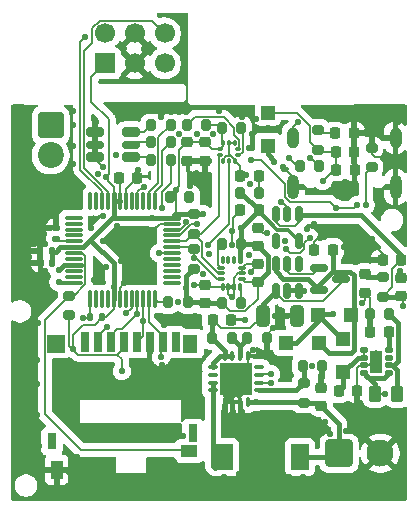
<source format=gbr>
%TF.GenerationSoftware,KiCad,Pcbnew,9.99.0-4037-gdf8ecb877a*%
%TF.CreationDate,2025-11-08T20:25:16-05:00*%
%TF.ProjectId,horizon-mini,686f7269-7a6f-46e2-9d6d-696e692e6b69,rev?*%
%TF.SameCoordinates,Original*%
%TF.FileFunction,Copper,L1,Top*%
%TF.FilePolarity,Positive*%
%FSLAX46Y46*%
G04 Gerber Fmt 4.6, Leading zero omitted, Abs format (unit mm)*
G04 Created by KiCad (PCBNEW 9.99.0-4037-gdf8ecb877a) date 2025-11-08 20:25:16*
%MOMM*%
%LPD*%
G01*
G04 APERTURE LIST*
G04 Aperture macros list*
%AMRoundRect*
0 Rectangle with rounded corners*
0 $1 Rounding radius*
0 $2 $3 $4 $5 $6 $7 $8 $9 X,Y pos of 4 corners*
0 Add a 4 corners polygon primitive as box body*
4,1,4,$2,$3,$4,$5,$6,$7,$8,$9,$2,$3,0*
0 Add four circle primitives for the rounded corners*
1,1,$1+$1,$2,$3*
1,1,$1+$1,$4,$5*
1,1,$1+$1,$6,$7*
1,1,$1+$1,$8,$9*
0 Add four rect primitives between the rounded corners*
20,1,$1+$1,$2,$3,$4,$5,0*
20,1,$1+$1,$4,$5,$6,$7,0*
20,1,$1+$1,$6,$7,$8,$9,0*
20,1,$1+$1,$8,$9,$2,$3,0*%
G04 Aperture macros list end*
%TA.AperFunction,SMDPad,CuDef*%
%ADD10RoundRect,0.200000X0.200000X0.275000X-0.200000X0.275000X-0.200000X-0.275000X0.200000X-0.275000X0*%
%TD*%
%TA.AperFunction,SMDPad,CuDef*%
%ADD11RoundRect,0.150000X-0.587500X-0.150000X0.587500X-0.150000X0.587500X0.150000X-0.587500X0.150000X0*%
%TD*%
%TA.AperFunction,SMDPad,CuDef*%
%ADD12RoundRect,0.200000X0.275000X-0.200000X0.275000X0.200000X-0.275000X0.200000X-0.275000X-0.200000X0*%
%TD*%
%TA.AperFunction,SMDPad,CuDef*%
%ADD13RoundRect,0.225000X0.225000X0.250000X-0.225000X0.250000X-0.225000X-0.250000X0.225000X-0.250000X0*%
%TD*%
%TA.AperFunction,SMDPad,CuDef*%
%ADD14RoundRect,0.200000X-0.275000X0.200000X-0.275000X-0.200000X0.275000X-0.200000X0.275000X0.200000X0*%
%TD*%
%TA.AperFunction,SMDPad,CuDef*%
%ADD15R,1.200000X1.200000*%
%TD*%
%TA.AperFunction,SMDPad,CuDef*%
%ADD16RoundRect,0.218750X-0.218750X-0.256250X0.218750X-0.256250X0.218750X0.256250X-0.218750X0.256250X0*%
%TD*%
%TA.AperFunction,SMDPad,CuDef*%
%ADD17RoundRect,0.075000X-0.662500X-0.075000X0.662500X-0.075000X0.662500X0.075000X-0.662500X0.075000X0*%
%TD*%
%TA.AperFunction,SMDPad,CuDef*%
%ADD18RoundRect,0.075000X-0.075000X-0.662500X0.075000X-0.662500X0.075000X0.662500X-0.075000X0.662500X0*%
%TD*%
%TA.AperFunction,SMDPad,CuDef*%
%ADD19RoundRect,0.200000X-0.200000X-0.275000X0.200000X-0.275000X0.200000X0.275000X-0.200000X0.275000X0*%
%TD*%
%TA.AperFunction,ComponentPad*%
%ADD20R,1.700000X1.700000*%
%TD*%
%TA.AperFunction,ComponentPad*%
%ADD21C,1.700000*%
%TD*%
%TA.AperFunction,SMDPad,CuDef*%
%ADD22RoundRect,0.225000X0.250000X-0.225000X0.250000X0.225000X-0.250000X0.225000X-0.250000X-0.225000X0*%
%TD*%
%TA.AperFunction,SMDPad,CuDef*%
%ADD23RoundRect,0.225000X-0.225000X-0.250000X0.225000X-0.250000X0.225000X0.250000X-0.225000X0.250000X0*%
%TD*%
%TA.AperFunction,SMDPad,CuDef*%
%ADD24R,0.700000X1.750000*%
%TD*%
%TA.AperFunction,SMDPad,CuDef*%
%ADD25R,1.450000X1.000000*%
%TD*%
%TA.AperFunction,SMDPad,CuDef*%
%ADD26R,1.000000X1.550000*%
%TD*%
%TA.AperFunction,SMDPad,CuDef*%
%ADD27R,0.800000X1.500000*%
%TD*%
%TA.AperFunction,SMDPad,CuDef*%
%ADD28R,1.300000X1.500000*%
%TD*%
%TA.AperFunction,SMDPad,CuDef*%
%ADD29R,1.500000X1.500000*%
%TD*%
%TA.AperFunction,SMDPad,CuDef*%
%ADD30R,0.800000X1.400000*%
%TD*%
%TA.AperFunction,SMDPad,CuDef*%
%ADD31RoundRect,0.150000X-0.150000X0.512500X-0.150000X-0.512500X0.150000X-0.512500X0.150000X0.512500X0*%
%TD*%
%TA.AperFunction,SMDPad,CuDef*%
%ADD32RoundRect,0.135000X0.135000X0.185000X-0.135000X0.185000X-0.135000X-0.185000X0.135000X-0.185000X0*%
%TD*%
%TA.AperFunction,SMDPad,CuDef*%
%ADD33RoundRect,0.250000X-0.325000X-0.650000X0.325000X-0.650000X0.325000X0.650000X-0.325000X0.650000X0*%
%TD*%
%TA.AperFunction,SMDPad,CuDef*%
%ADD34R,1.500000X2.200000*%
%TD*%
%TA.AperFunction,SMDPad,CuDef*%
%ADD35RoundRect,0.225000X-0.250000X0.225000X-0.250000X-0.225000X0.250000X-0.225000X0.250000X0.225000X0*%
%TD*%
%TA.AperFunction,SMDPad,CuDef*%
%ADD36RoundRect,0.125000X-0.187500X-0.125000X0.187500X-0.125000X0.187500X0.125000X-0.187500X0.125000X0*%
%TD*%
%TA.AperFunction,HeatsinkPad*%
%ADD37C,0.500000*%
%TD*%
%TA.AperFunction,HeatsinkPad*%
%ADD38R,1.100000X1.900000*%
%TD*%
%TA.AperFunction,SMDPad,CuDef*%
%ADD39RoundRect,0.218750X0.256250X-0.218750X0.256250X0.218750X-0.256250X0.218750X-0.256250X-0.218750X0*%
%TD*%
%TA.AperFunction,SMDPad,CuDef*%
%ADD40RoundRect,0.140000X0.140000X0.170000X-0.140000X0.170000X-0.140000X-0.170000X0.140000X-0.170000X0*%
%TD*%
%TA.AperFunction,SMDPad,CuDef*%
%ADD41RoundRect,0.087500X0.087500X-0.225000X0.087500X0.225000X-0.087500X0.225000X-0.087500X-0.225000X0*%
%TD*%
%TA.AperFunction,SMDPad,CuDef*%
%ADD42RoundRect,0.087500X0.225000X-0.087500X0.225000X0.087500X-0.225000X0.087500X-0.225000X-0.087500X0*%
%TD*%
%TA.AperFunction,SMDPad,CuDef*%
%ADD43RoundRect,0.087500X-0.125000X-0.087500X0.125000X-0.087500X0.125000X0.087500X-0.125000X0.087500X0*%
%TD*%
%TA.AperFunction,SMDPad,CuDef*%
%ADD44RoundRect,0.087500X-0.087500X-0.125000X0.087500X-0.125000X0.087500X0.125000X-0.087500X0.125000X0*%
%TD*%
%TA.AperFunction,ComponentPad*%
%ADD45RoundRect,0.250001X-0.899999X-0.899999X0.899999X-0.899999X0.899999X0.899999X-0.899999X0.899999X0*%
%TD*%
%TA.AperFunction,ComponentPad*%
%ADD46C,2.300000*%
%TD*%
%TA.AperFunction,SMDPad,CuDef*%
%ADD47RoundRect,0.150000X0.150000X-0.512500X0.150000X0.512500X-0.150000X0.512500X-0.150000X-0.512500X0*%
%TD*%
%TA.AperFunction,SMDPad,CuDef*%
%ADD48RoundRect,0.087500X-0.325000X-0.087500X0.325000X-0.087500X0.325000X0.087500X-0.325000X0.087500X0*%
%TD*%
%TA.AperFunction,SMDPad,CuDef*%
%ADD49RoundRect,0.087500X-0.087500X-0.325000X0.087500X-0.325000X0.087500X0.325000X-0.087500X0.325000X0*%
%TD*%
%TA.AperFunction,HeatsinkPad*%
%ADD50R,2.700000X2.700000*%
%TD*%
%TA.AperFunction,SMDPad,CuDef*%
%ADD51RoundRect,0.218750X0.218750X0.256250X-0.218750X0.256250X-0.218750X-0.256250X0.218750X-0.256250X0*%
%TD*%
%TA.AperFunction,SMDPad,CuDef*%
%ADD52RoundRect,0.250000X-0.262500X-0.450000X0.262500X-0.450000X0.262500X0.450000X-0.262500X0.450000X0*%
%TD*%
%TA.AperFunction,SMDPad,CuDef*%
%ADD53RoundRect,0.140000X-0.140000X-0.170000X0.140000X-0.170000X0.140000X0.170000X-0.140000X0.170000X0*%
%TD*%
%TA.AperFunction,SMDPad,CuDef*%
%ADD54RoundRect,0.160000X0.565000X0.240000X-0.565000X0.240000X-0.565000X-0.240000X0.565000X-0.240000X0*%
%TD*%
%TA.AperFunction,SMDPad,CuDef*%
%ADD55RoundRect,0.120000X0.605000X0.180000X-0.605000X0.180000X-0.605000X-0.180000X0.605000X-0.180000X0*%
%TD*%
%TA.AperFunction,SMDPad,CuDef*%
%ADD56RoundRect,0.140000X-0.170000X0.140000X-0.170000X-0.140000X0.170000X-0.140000X0.170000X0.140000X0*%
%TD*%
%TA.AperFunction,ComponentPad*%
%ADD57RoundRect,0.249999X-0.850001X0.850001X-0.850001X-0.850001X0.850001X-0.850001X0.850001X0.850001X0*%
%TD*%
%TA.AperFunction,ComponentPad*%
%ADD58C,2.200000*%
%TD*%
%TA.AperFunction,HeatsinkPad*%
%ADD59O,1.000000X1.800000*%
%TD*%
%TA.AperFunction,HeatsinkPad*%
%ADD60O,1.000000X2.100000*%
%TD*%
%TA.AperFunction,ViaPad*%
%ADD61C,0.550000*%
%TD*%
%TA.AperFunction,Conductor*%
%ADD62C,0.400000*%
%TD*%
%TA.AperFunction,Conductor*%
%ADD63C,0.200000*%
%TD*%
%TA.AperFunction,Conductor*%
%ADD64C,0.300000*%
%TD*%
%TA.AperFunction,Conductor*%
%ADD65C,0.150000*%
%TD*%
G04 APERTURE END LIST*
D10*
%TO.P,R25,1*%
%TO.N,+3.3V*%
X152766958Y-104464758D03*
%TO.P,R25,2*%
%TO.N,Net-(U7-INT_DRDY)*%
X151116958Y-104464758D03*
%TD*%
%TO.P,R13,1*%
%TO.N,2R*%
X149757500Y-104476159D03*
%TO.P,R13,2*%
%TO.N,Net-(D1-GA)*%
X148107500Y-104476159D03*
%TD*%
D11*
%TO.P,Q10,1,G_1*%
%TO.N,Net-(Q10-G)*%
X162312500Y-116550000D03*
%TO.P,Q10,2,S_2*%
%TO.N,POWAAAA*%
X162312500Y-118450000D03*
%TO.P,Q10,3,D_3*%
%TO.N,bat*%
X164187500Y-117500000D03*
%TD*%
D10*
%TO.P,R19,1*%
%TO.N,2B*%
X149757500Y-107408166D03*
%TO.P,R19,2*%
%TO.N,Net-(D1-BA)*%
X148107500Y-107408166D03*
%TD*%
D12*
%TO.P,R24,1*%
%TO.N,I2C0_SCL*%
X151700298Y-113674330D03*
%TO.P,R24,2*%
%TO.N,+3.3V*%
X151700298Y-112024330D03*
%TD*%
D13*
%TO.P,C47,1*%
%TO.N,+3.3V*%
X157182231Y-111704907D03*
%TO.P,C47,2*%
%TO.N,GND*%
X155632231Y-111704907D03*
%TD*%
D14*
%TO.P,R20,1*%
%TO.N,I2C0_SDA*%
X151682500Y-114989848D03*
%TO.P,R20,2*%
%TO.N,+3.3V*%
X151682500Y-116639848D03*
%TD*%
D15*
%TO.P,D10,1,K_1*%
%TO.N,POWAAAA*%
X164987458Y-120555960D03*
%TO.P,D10,2,A_2*%
%TO.N,+5V*%
X162187458Y-120555960D03*
%TD*%
D16*
%TO.P,D11,1,K_1*%
%TO.N,GND*%
X155637012Y-108744294D03*
%TO.P,D11,2,A_2*%
%TO.N,Net-(D11-A)*%
X157212012Y-108744294D03*
%TD*%
D17*
%TO.P,U5,1,PA00_1*%
%TO.N,unconnected-(U5-PA00-Pad1)*%
X141520000Y-112314848D03*
%TO.P,U5,2,PA01_2*%
%TO.N,unconnected-(U5-PA01-Pad2)*%
X141520000Y-112814848D03*
%TO.P,U5,3,PA02_3*%
%TO.N,unconnected-(U5-PA02-Pad3)*%
X141520000Y-113314848D03*
%TO.P,U5,4,PA03_4*%
%TO.N,unconnected-(U5-PA03-Pad4)*%
X141520000Y-113814848D03*
%TO.P,U5,5,GNDANA_5*%
%TO.N,Net-(U5-GNDANA)*%
X141520000Y-114314848D03*
%TO.P,U5,6,VDDANA_6*%
%TO.N,+3.3V*%
X141520000Y-114814848D03*
%TO.P,U5,7,PB08_7*%
%TO.N,SD_DETECT*%
X141520000Y-115314848D03*
%TO.P,U5,8,PB09_8*%
%TO.N,unconnected-(U5-PB09-Pad8)*%
X141520000Y-115814848D03*
%TO.P,U5,9,PA04_9*%
%TO.N,mosfet1_signalfire*%
X141520000Y-116314848D03*
%TO.P,U5,10,PA05_10*%
%TO.N,unconnected-(U5-PA05-Pad10)*%
X141520000Y-116814848D03*
%TO.P,U5,11,PA06_11*%
%TO.N,unconnected-(U5-PA06-Pad11)*%
X141520000Y-117314848D03*
%TO.P,U5,12,PA07_12*%
%TO.N,BUZZER*%
X141520000Y-117814848D03*
D18*
%TO.P,U5,13,PA08_13*%
%TO.N,CS_NAND MMCU*%
X142932500Y-119227348D03*
%TO.P,U5,14,PA09_14*%
%TO.N,unconnected-(U5-PA09-Pad14)*%
X143432500Y-119227348D03*
%TO.P,U5,15,PA10_15*%
%TO.N,unconnected-(U5-PA10-Pad15)*%
X143932500Y-119227348D03*
%TO.P,U5,16,PA11_16*%
%TO.N,unconnected-(U5-PA11-Pad16)*%
X144432500Y-119227348D03*
%TO.P,U5,17,VDDIO_17*%
%TO.N,+3.3V*%
X144932500Y-119227348D03*
%TO.P,U5,18,GND_18*%
%TO.N,GND*%
X145432500Y-119227348D03*
%TO.P,U5,19,PB10_19*%
%TO.N,unconnected-(U5-PB10-Pad19)*%
X145932500Y-119227348D03*
%TO.P,U5,20,PB11_20*%
%TO.N,CS_SD MMCU*%
X146432500Y-119227348D03*
%TO.P,U5,21,PA12_21*%
%TO.N,MOSI TMCU*%
X146932500Y-119227348D03*
%TO.P,U5,22,PA13_22*%
%TO.N,SCK TMCU*%
X147432500Y-119227348D03*
%TO.P,U5,23,PA14_23*%
%TO.N,MISO TMCU*%
X147932500Y-119227348D03*
%TO.P,U5,24,PA15_24*%
%TO.N,CS_IMU TMCU*%
X148432500Y-119227348D03*
D17*
%TO.P,U5,25,PA16_25*%
%TO.N,unconnected-(U5-PA16-Pad25)*%
X149845000Y-117814848D03*
%TO.P,U5,26,PA17_26*%
%TO.N,unconnected-(U5-PA17-Pad26)*%
X149845000Y-117314848D03*
%TO.P,U5,27,PA18_27*%
%TO.N,unconnected-(U5-PA18-Pad27)*%
X149845000Y-116814848D03*
%TO.P,U5,28,PA19_28*%
%TO.N,unconnected-(U5-PA19-Pad28)*%
X149845000Y-116314848D03*
%TO.P,U5,29,PA20_29*%
%TO.N,unconnected-(U5-PA20-Pad29)*%
X149845000Y-115814848D03*
%TO.P,U5,30,PA21_30*%
%TO.N,2B*%
X149845000Y-115314848D03*
%TO.P,U5,31,PA22_31*%
%TO.N,I2C0_SDA*%
X149845000Y-114814848D03*
%TO.P,U5,32,PA23_32*%
%TO.N,I2C0_SCL*%
X149845000Y-114314848D03*
%TO.P,U5,33,PA24_33*%
%TO.N,D- DMCU-2*%
X149845000Y-113814848D03*
%TO.P,U5,34,PA25_34*%
%TO.N,D+ DMCU-2*%
X149845000Y-113314848D03*
%TO.P,U5,35,GND_35*%
%TO.N,GND*%
X149845000Y-112814848D03*
%TO.P,U5,36,VDDIO_36*%
%TO.N,+3.3V*%
X149845000Y-112314848D03*
D18*
%TO.P,U5,37,PB22_37*%
%TO.N,2G*%
X148432500Y-110902348D03*
%TO.P,U5,38,PB23_38*%
%TO.N,2R*%
X147932500Y-110902348D03*
%TO.P,U5,39,PA27_39*%
%TO.N,unconnected-(U5-PA27-Pad39)*%
X147432500Y-110902348D03*
%TO.P,U5,40,~{RESET}_40*%
%TO.N,nRESET DMCU-2*%
X146932500Y-110902348D03*
%TO.P,U5,41,PA28_41*%
%TO.N,unconnected-(U5-PA28-Pad41)*%
X146432500Y-110902348D03*
%TO.P,U5,42,GND_42*%
%TO.N,GND*%
X145932500Y-110902348D03*
%TO.P,U5,43,VDDCORE_43*%
%TO.N,Net-(U5-VDDCORE)*%
X145432500Y-110902348D03*
%TO.P,U5,44,VDDIN_44*%
%TO.N,+3.3V*%
X144932500Y-110902348D03*
%TO.P,U5,45,PA30_45*%
%TO.N,SWCLK DMCU-2*%
X144432500Y-110902348D03*
%TO.P,U5,46,PA31_46*%
%TO.N,SWDIO DMCU-2*%
X143932500Y-110902348D03*
%TO.P,U5,47,PB02_47*%
%TO.N,unconnected-(U5-PB02-Pad47)*%
X143432500Y-110902348D03*
%TO.P,U5,48,PB03_48*%
%TO.N,unconnected-(U5-PB03-Pad48)*%
X142932500Y-110902348D03*
%TD*%
D19*
%TO.P,R28,1*%
%TO.N,+3.3V*%
X154055700Y-119536707D03*
%TO.P,R28,2*%
%TO.N,Net-(U9-INT1)*%
X155705700Y-119536707D03*
%TD*%
D20*
%TO.P,J8,1,Pin_1_1*%
%TO.N,+3.3V*%
X144170000Y-99250000D03*
D21*
%TO.P,J8,2,Pin_2_2*%
%TO.N,SWDIO DMCU-2*%
X144170000Y-96710000D03*
%TO.P,J8,3,Pin_3_3*%
%TO.N,GND*%
X146710000Y-99250000D03*
%TO.P,J8,4,Pin_4_4*%
X146710000Y-96710000D03*
%TO.P,J8,5,Pin_5_5*%
%TO.N,nRESET DMCU-2*%
X149250000Y-99250000D03*
%TO.P,J8,6,Pin_6_6*%
%TO.N,SWCLK DMCU-2*%
X149250000Y-96710000D03*
%TD*%
D22*
%TO.P,C17,1*%
%TO.N,Net-(J2-Pin_1)*%
X162508162Y-128250680D03*
%TO.P,C17,2*%
%TO.N,GND*%
X162508162Y-126700680D03*
%TD*%
D23*
%TO.P,C10,1*%
%TO.N,Net-(D6-K)*%
X163975000Y-127000000D03*
%TO.P,C10,2*%
%TO.N,GND*%
X165525000Y-127000000D03*
%TD*%
D19*
%TO.P,R15,1*%
%TO.N,Net-(J7-CC1)*%
X160675000Y-107969011D03*
%TO.P,R15,2*%
%TO.N,GND*%
X162325000Y-107969011D03*
%TD*%
D24*
%TO.P,J3,1,DAT2_1*%
%TO.N,unconnected-(J3-DAT2-Pad1)*%
X142487500Y-122850000D03*
%TO.P,J3,2,DAT3/CD_2*%
%TO.N,CS_SD MMCU*%
X143587500Y-122850000D03*
%TO.P,J3,3,CMD_3*%
%TO.N,MOSI TMCU*%
X144687500Y-122850000D03*
%TO.P,J3,4,VDD_4*%
%TO.N,+3.3V*%
X145787500Y-122850000D03*
%TO.P,J3,5,CLK_5*%
%TO.N,SCK TMCU*%
X146887500Y-122850000D03*
%TO.P,J3,6,VSS_6*%
%TO.N,GND*%
X147987500Y-122850000D03*
%TO.P,J3,7,DAT0_7*%
%TO.N,MISO TMCU*%
X149087500Y-122850000D03*
%TO.P,J3,8,DAT1_8*%
%TO.N,unconnected-(J3-DAT1-Pad8)*%
X150187500Y-122850000D03*
D25*
%TO.P,J3,9,DET_9*%
%TO.N,SD_DETECT*%
X151312500Y-132075000D03*
D26*
%TO.P,J3,10,SHIELD_10*%
%TO.N,GND*%
X140087500Y-133650000D03*
D27*
%TO.P,J3,11*%
%TO.N,N/C*%
X151637500Y-130575000D03*
D28*
X151387500Y-122975000D03*
D29*
X140037500Y-122975000D03*
D30*
X139687500Y-131225000D03*
%TD*%
D19*
%TO.P,R14,1*%
%TO.N,+3.3V*%
X155584270Y-110245906D03*
%TO.P,R14,2*%
%TO.N,Net-(D11-A)*%
X157234270Y-110245906D03*
%TD*%
D31*
%TO.P,U16,1,VIN_1*%
%TO.N,Net-(U16-EN)*%
X160567338Y-112008373D03*
%TO.P,U16,2,GND_2*%
%TO.N,GND*%
X159617338Y-112008373D03*
%TO.P,U16,3,EN_3*%
%TO.N,Net-(U16-EN)*%
X158667338Y-112008373D03*
%TO.P,U16,4,NC_4*%
%TO.N,unconnected-(U16-NC-Pad4)*%
X158667338Y-114283373D03*
%TO.P,U16,5,VOUT_5*%
%TO.N,+3.3V*%
X160567338Y-114283373D03*
%TD*%
D15*
%TO.P,D13,1,K_1*%
%TO.N,+5V*%
X157959458Y-106213734D03*
%TO.P,D13,2,A_2*%
%TO.N,Net-(D13-A)*%
X157959458Y-103413734D03*
%TD*%
%TO.P,D6,1,K_1*%
%TO.N,Net-(D6-K)*%
X164337785Y-125400991D03*
%TO.P,D6,2,A_2*%
%TO.N,+5V*%
X164337785Y-122600991D03*
%TD*%
D10*
%TO.P,R7,1*%
%TO.N,Net-(U1-FB)*%
X168238518Y-120441079D03*
%TO.P,R7,2*%
%TO.N,GND*%
X166588518Y-120441079D03*
%TD*%
D32*
%TO.P,R5,1*%
%TO.N,+3.3V*%
X143954738Y-120739203D03*
%TO.P,R5,2*%
%TO.N,CS_NAND MMCU*%
X142934738Y-120739203D03*
%TD*%
D33*
%TO.P,C46,1*%
%TO.N,bat*%
X157525000Y-120598225D03*
%TO.P,C46,2*%
%TO.N,GND*%
X160475000Y-120598225D03*
%TD*%
D34*
%TO.P,L7,1*%
%TO.N,Net-(J2-Pin_1)*%
X160689505Y-132564825D03*
%TO.P,L7,2*%
%TO.N,Net-(L7-Pad2)*%
X154289505Y-132564825D03*
%TD*%
D19*
%TO.P,R9,1*%
%TO.N,bat*%
X153273613Y-122533518D03*
%TO.P,R9,2*%
%TO.N,Net-(U2-FB)*%
X154923613Y-122533518D03*
%TD*%
%TO.P,R26,1*%
%TO.N,CS_IMU TMCU*%
X149543261Y-119491433D03*
%TO.P,R26,2*%
%TO.N,+3.3V*%
X151193261Y-119491433D03*
%TD*%
%TO.P,R29,1*%
%TO.N,+3.3V*%
X154083225Y-104740063D03*
%TO.P,R29,2*%
%TO.N,Net-(U7-~{CS})*%
X155733225Y-104740063D03*
%TD*%
%TO.P,R4,1*%
%TO.N,Net-(U2-LBI)*%
X160908925Y-124868489D03*
%TO.P,R4,2*%
%TO.N,GND*%
X162558925Y-124868489D03*
%TD*%
D22*
%TO.P,C4,1*%
%TO.N,GND*%
X152658866Y-107491147D03*
%TO.P,C4,2*%
%TO.N,+3.3V*%
X152658866Y-105941147D03*
%TD*%
D12*
%TO.P,R16,1*%
%TO.N,Net-(J7-CC2)*%
X166750000Y-108044011D03*
%TO.P,R16,2*%
%TO.N,GND*%
X166750000Y-106394011D03*
%TD*%
D35*
%TO.P,C2,1*%
%TO.N,GND*%
X157130700Y-116197383D03*
%TO.P,C2,2*%
%TO.N,+3.3V*%
X157130700Y-117747383D03*
%TD*%
D19*
%TO.P,R10,1*%
%TO.N,Net-(U2-FB)*%
X156243302Y-122534151D03*
%TO.P,R10,2*%
%TO.N,GND*%
X157893302Y-122534151D03*
%TD*%
D23*
%TO.P,C6,1*%
%TO.N,N/C*%
X145328526Y-108940285D03*
%TO.P,C6,2*%
%TO.N,GND*%
X146878526Y-108940285D03*
%TD*%
D13*
%TO.P,C38,1*%
%TO.N,Net-(U16-EN)*%
X169229087Y-115921863D03*
%TO.P,C38,2*%
%TO.N,GND*%
X167679087Y-115921863D03*
%TD*%
D35*
%TO.P,C5,1*%
%TO.N,GND*%
X157137653Y-113182732D03*
%TO.P,C5,2*%
%TO.N,+3.3V*%
X157137653Y-114732732D03*
%TD*%
D36*
%TO.P,U1,1,EN_1*%
%TO.N,Net-(D6-K)*%
X166077753Y-123517122D03*
%TO.P,U1,2,VIN_2*%
X166077753Y-124167122D03*
%TO.P,U1,3,GND_3*%
%TO.N,GND*%
X166077753Y-124817122D03*
%TO.P,U1,4,VOUT_4*%
%TO.N,Net-(U16-EN)*%
X166077753Y-125467122D03*
%TO.P,U1,5,VOUT_5*%
X168202753Y-125467122D03*
%TO.P,U1,6,FB_6*%
%TO.N,Net-(U1-FB)*%
X168202753Y-124817122D03*
%TO.P,U1,7,PG_7*%
%TO.N,unconnected-(U1-PG-Pad7)*%
X168202753Y-124167122D03*
%TO.P,U1,8,SS/TR_8*%
%TO.N,Net-(U1-SS{slash}TR)*%
X168202753Y-123517122D03*
D37*
%TO.P,U1,9,GND_9*%
%TO.N,GND*%
X167140253Y-123742122D03*
X167140253Y-124492122D03*
D38*
X167140253Y-124492122D03*
D37*
X167140253Y-125242122D03*
%TD*%
D13*
%TO.P,C28,1*%
%TO.N,GND*%
X165306298Y-108250000D03*
%TO.P,C28,2*%
%TO.N,Net-(D13-A)*%
X163756298Y-108250000D03*
%TD*%
D22*
%TO.P,C1,1*%
%TO.N,+3.3V*%
X152630700Y-119561707D03*
%TO.P,C1,2*%
%TO.N,GND*%
X152630700Y-118011707D03*
%TD*%
D39*
%TO.P,D9,1,K_1*%
%TO.N,GND*%
X166156497Y-118690991D03*
%TO.P,D9,2,A_2*%
%TO.N,Net-(D9-A)*%
X166156497Y-117115991D03*
%TD*%
D40*
%TO.P,C12,1*%
%TO.N,+3.3V*%
X139674480Y-115156223D03*
%TO.P,C12,2*%
%TO.N,GND*%
X138714480Y-115156223D03*
%TD*%
D41*
%TO.P,U9,1,SDO/SA0_1*%
%TO.N,GND*%
X154130700Y-118199207D03*
%TO.P,U9,2,SDX_2*%
X154630700Y-118199207D03*
%TO.P,U9,3,SCX_3*%
X155130700Y-118199207D03*
%TO.P,U9,4,INT1_4*%
%TO.N,Net-(U9-INT1)*%
X155630700Y-118199207D03*
D42*
%TO.P,U9,5,VDDIO_5*%
%TO.N,+3.3V*%
X155793200Y-117536707D03*
%TO.P,U9,6,GND_6*%
%TO.N,GND*%
X155793200Y-117036707D03*
%TO.P,U9,7,GND_7*%
X155793200Y-116536707D03*
D41*
%TO.P,U9,8,VDD_8*%
%TO.N,+3.3V*%
X155630700Y-115874207D03*
%TO.P,U9,9,INT2_9*%
%TO.N,unconnected-(U9-INT2-Pad9)*%
X155130700Y-115874207D03*
%TO.P,U9,10,NC_10*%
%TO.N,unconnected-(U9-NC-Pad10)*%
X154630700Y-115874207D03*
%TO.P,U9,11,NC_11*%
%TO.N,unconnected-(U9-NC-Pad11)*%
X154130700Y-115874207D03*
D42*
%TO.P,U9,12,CS_12*%
%TO.N,Net-(U9-CS)*%
X153968200Y-116536707D03*
%TO.P,U9,13,SCL_13*%
%TO.N,I2C0_SCL*%
X153968200Y-117036707D03*
%TO.P,U9,14,SDA_14*%
%TO.N,I2C0_SDA*%
X153968200Y-117536707D03*
%TD*%
D43*
%TO.P,U7,1,Vdd_IO_1*%
%TO.N,+3.3V*%
X153914161Y-106502854D03*
%TO.P,U7,2,SCL_2*%
%TO.N,I2C0_SCL*%
X153914161Y-107002854D03*
D44*
%TO.P,U7,3,GND_3*%
%TO.N,GND*%
X154176661Y-107515354D03*
%TO.P,U7,4,SDA_4*%
%TO.N,I2C0_SDA*%
X154676661Y-107515354D03*
%TO.P,U7,5,SA0_5*%
%TO.N,GND*%
X155176661Y-107515354D03*
D43*
%TO.P,U7,6,~{CS}_6*%
%TO.N,Net-(U7-~{CS})*%
X155439161Y-107002854D03*
%TO.P,U7,7,INT_DRDY_7*%
%TO.N,Net-(U7-INT_DRDY)*%
X155439161Y-106502854D03*
D44*
%TO.P,U7,8,GND_8*%
%TO.N,GND*%
X155176661Y-105990354D03*
%TO.P,U7,9,GND_9*%
X154676661Y-105990354D03*
%TO.P,U7,10,VDD_10*%
%TO.N,+3.3V*%
X154176661Y-105990354D03*
%TD*%
D10*
%TO.P,R21,1*%
%TO.N,+3.3V*%
X155705700Y-114536707D03*
%TO.P,R21,2*%
%TO.N,Net-(U9-CS)*%
X154055700Y-114536707D03*
%TD*%
D45*
%TO.P,J2,1,Pin_1_1*%
%TO.N,Net-(J2-Pin_1)*%
X164000000Y-132250000D03*
D46*
%TO.P,J2,2,Pin_2_2*%
%TO.N,GND*%
X167500000Y-132250000D03*
%TD*%
D47*
%TO.P,U3,1,VIN_1*%
%TO.N,bat*%
X158674069Y-118481725D03*
%TO.P,U3,2,GND_2*%
%TO.N,GND*%
X159624069Y-118481725D03*
%TO.P,U3,3,CTL_3*%
X160574069Y-118481725D03*
%TO.P,U3,4,STAT_4*%
%TO.N,unconnected-(U3-STAT-Pad4)*%
X160574069Y-116206725D03*
%TO.P,U3,5,GATE_5*%
%TO.N,Net-(Q10-G)*%
X159624069Y-116206725D03*
%TO.P,U3,6,SENSE_6*%
%TO.N,POWAAAA*%
X158674069Y-116206725D03*
%TD*%
D12*
%TO.P,R3,1*%
%TO.N,Net-(J2-Pin_1)*%
X160999111Y-127970058D03*
%TO.P,R3,2*%
%TO.N,Net-(U2-LBI)*%
X160999111Y-126320058D03*
%TD*%
%TO.P,R22,1*%
%TO.N,+3.3V*%
X141168873Y-120559481D03*
%TO.P,R22,2*%
%TO.N,SD_DETECT*%
X141168873Y-118909481D03*
%TD*%
D15*
%TO.P,D5,1,K_1*%
%TO.N,+5V*%
X159507980Y-122926292D03*
%TO.P,D5,2,A_2*%
%TO.N,POWAAAA*%
X162307980Y-122926292D03*
%TD*%
D48*
%TO.P,U2,1,VOUT_1*%
%TO.N,bat*%
X153316161Y-124990007D03*
%TO.P,U2,2,NC_2*%
%TO.N,unconnected-(U2-NC-Pad2)*%
X153316161Y-125640007D03*
%TO.P,U2,3,SW_3*%
%TO.N,Net-(L7-Pad2)*%
X153316161Y-126290007D03*
%TO.P,U2,4,SW_4*%
X153316161Y-126940007D03*
D49*
%TO.P,U2,5,PGND_5*%
%TO.N,GND*%
X154303661Y-127927507D03*
%TO.P,U2,6,PGND_6*%
X154953661Y-127927507D03*
%TO.P,U2,7,PGND_7*%
X155603661Y-127927507D03*
%TO.P,U2,8,VBAT_8*%
%TO.N,Net-(J2-Pin_1)*%
X156253661Y-127927507D03*
D48*
%TO.P,U2,9,LBI_9*%
%TO.N,Net-(U2-LBI)*%
X157241161Y-126940007D03*
%TO.P,U2,10,SYNC_10*%
%TO.N,GND*%
X157241161Y-126290007D03*
%TO.P,U2,11,EN_11*%
%TO.N,Net-(J2-Pin_1)*%
X157241161Y-125640007D03*
%TO.P,U2,12,LBO_12*%
%TO.N,unconnected-(U2-LBO-Pad12)*%
X157241161Y-124990007D03*
D49*
%TO.P,U2,13,GND_13*%
%TO.N,GND*%
X156253661Y-124002507D03*
%TO.P,U2,14,FB_14*%
%TO.N,Net-(U2-FB)*%
X155603661Y-124002507D03*
%TO.P,U2,15,VOUT_15*%
%TO.N,bat*%
X154953661Y-124002507D03*
%TO.P,U2,16,VOUT_16*%
X154303661Y-124002507D03*
D37*
%TO.P,U2,17,PAD_17*%
%TO.N,GND*%
X154178661Y-124865007D03*
X154178661Y-125965007D03*
X154178661Y-127065007D03*
X155278661Y-124865007D03*
X155278661Y-125965007D03*
D50*
X155278661Y-125965007D03*
D37*
X155278661Y-127065007D03*
X156378661Y-124865007D03*
X156378661Y-125965007D03*
X156378661Y-127065007D03*
%TD*%
D51*
%TO.P,D12,1,K_1*%
%TO.N,GND*%
X165245529Y-105174028D03*
%TO.P,D12,2,A_2*%
%TO.N,Net-(D12-A)*%
X163670529Y-105174028D03*
%TD*%
D13*
%TO.P,C40,1*%
%TO.N,POWAAAA*%
X163445174Y-115017418D03*
%TO.P,C40,2*%
%TO.N,GND*%
X161895174Y-115017418D03*
%TD*%
D10*
%TO.P,R18,1*%
%TO.N,2G*%
X149729970Y-105935280D03*
%TO.P,R18,2*%
%TO.N,Net-(D1-RA)*%
X148079970Y-105935280D03*
%TD*%
D22*
%TO.P,C37,1*%
%TO.N,Net-(U16-EN)*%
X169226138Y-118980515D03*
%TO.P,C37,2*%
%TO.N,GND*%
X169226138Y-117430515D03*
%TD*%
D52*
%TO.P,R6,1*%
%TO.N,Net-(U16-EN)*%
X167045740Y-127226637D03*
%TO.P,R6,2*%
%TO.N,Net-(U1-FB)*%
X168870740Y-127226637D03*
%TD*%
D22*
%TO.P,C3,1*%
%TO.N,GND*%
X151158866Y-107491147D03*
%TO.P,C3,2*%
%TO.N,+3.3V*%
X151158866Y-105941147D03*
%TD*%
D23*
%TO.P,C39,1*%
%TO.N,bat*%
X153326533Y-121006503D03*
%TO.P,C39,2*%
%TO.N,GND*%
X154876533Y-121006503D03*
%TD*%
D14*
%TO.P,R17,1*%
%TO.N,Net-(D12-A)*%
X162250000Y-104894011D03*
%TO.P,R17,2*%
%TO.N,Net-(D13-A)*%
X162250000Y-106544011D03*
%TD*%
D53*
%TO.P,C11,1*%
%TO.N,GND*%
X138722535Y-116119008D03*
%TO.P,C11,2*%
%TO.N,+3.3V*%
X139682535Y-116119008D03*
%TD*%
D54*
%TO.P,D1,1,BA_1*%
%TO.N,Net-(D1-BA)*%
X146378526Y-107169095D03*
D55*
%TO.P,D1,2,RA_2*%
%TO.N,Net-(D1-RA)*%
X146378526Y-106119095D03*
D54*
%TO.P,D1,3,GA_3*%
%TO.N,Net-(D1-GA)*%
X146378526Y-105069095D03*
%TO.P,D1,4,GK_4*%
%TO.N,GND*%
X143328526Y-105069095D03*
D55*
%TO.P,D1,5,RK_5*%
X143328526Y-106119095D03*
D54*
%TO.P,D1,6,BK_6*%
X143328526Y-107169095D03*
%TD*%
D13*
%TO.P,C29,1*%
%TO.N,GND*%
X165300000Y-106719011D03*
%TO.P,C29,2*%
%TO.N,Net-(D13-A)*%
X163750000Y-106719011D03*
%TD*%
D10*
%TO.P,R27,1*%
%TO.N,N/C*%
X151325000Y-110545939D03*
%TO.P,R27,2*%
%TO.N,+3.3V*%
X149675000Y-110545939D03*
%TD*%
D12*
%TO.P,R8,1*%
%TO.N,Net-(U16-EN)*%
X167717514Y-119000927D03*
%TO.P,R8,2*%
%TO.N,Net-(D9-A)*%
X167717514Y-117350927D03*
%TD*%
D56*
%TO.P,C78,1*%
%TO.N,GND*%
X140002023Y-113190777D03*
%TO.P,C78,2*%
%TO.N,Net-(U5-GNDANA)*%
X140002023Y-114150777D03*
%TD*%
D13*
%TO.P,C14,1*%
%TO.N,Net-(U1-SS{slash}TR)*%
X168186492Y-121951267D03*
%TO.P,C14,2*%
%TO.N,GND*%
X166636492Y-121951267D03*
%TD*%
D57*
%TO.P,J1,1,Pin_1_1*%
%TO.N,Net-(D2-K)*%
X139578473Y-104508907D03*
D58*
%TO.P,J1,2,Pin_2_2*%
%TO.N,Net-(J1-Pin_2)*%
X139578473Y-107048907D03*
%TD*%
D59*
%TO.P,J7,S1,SHIELD_S1*%
%TO.N,GND*%
X160141249Y-105544323D03*
D60*
X160141249Y-109724323D03*
D59*
X168781249Y-105544323D03*
D60*
X168781249Y-109724323D03*
%TD*%
D61*
%TO.N,+3.3V*%
X152475670Y-112024330D03*
X141500000Y-123409715D03*
X148200000Y-112314848D03*
X144287495Y-108863018D03*
X150182500Y-109940285D03*
X151060707Y-118250000D03*
X145595298Y-125301257D03*
X155705700Y-113181438D03*
X144932500Y-118200000D03*
%TO.N,2B*%
X149000000Y-111500000D03*
X148750000Y-115314848D03*
%TO.N,GND*%
X156000000Y-121000000D03*
X154250000Y-128750000D03*
X149200000Y-121400000D03*
X153000000Y-115400000D03*
X145200000Y-113000000D03*
X138400000Y-126400000D03*
X151000000Y-126600000D03*
X156945723Y-103944250D03*
X136750000Y-117000000D03*
X162400000Y-114000000D03*
X140500000Y-109000000D03*
X141800000Y-132600000D03*
X139127816Y-116830658D03*
X159557652Y-125638026D03*
X151400000Y-108600000D03*
X157922345Y-113646010D03*
X155800000Y-103800000D03*
X167000000Y-114750000D03*
X156400000Y-106400000D03*
X141500000Y-104500000D03*
X153872459Y-103285800D03*
X145500000Y-103250000D03*
X141500000Y-107750000D03*
X162508162Y-125750000D03*
X148200000Y-133000000D03*
X165500000Y-134250000D03*
X150000000Y-133000000D03*
X161306283Y-113311337D03*
X166797797Y-114080041D03*
X152670970Y-108350354D03*
X143500000Y-134250000D03*
X147000000Y-108250000D03*
X166400000Y-105000000D03*
X145500000Y-134250000D03*
X149000000Y-124800000D03*
X166250000Y-115000000D03*
X155000000Y-128750000D03*
X147200000Y-127400000D03*
X147200000Y-126200000D03*
X143000000Y-113200000D03*
X160957513Y-134235509D03*
X145500000Y-116000000D03*
X144000000Y-108000000D03*
X154904387Y-114628683D03*
X159750000Y-134250000D03*
X148600000Y-120600000D03*
X137500000Y-132250000D03*
X159250000Y-108000000D03*
X141500000Y-134250000D03*
X141500000Y-103250000D03*
X139000000Y-110500000D03*
X157750000Y-130250000D03*
X156158729Y-108696908D03*
X137000000Y-113750000D03*
X167500000Y-130250000D03*
X169199126Y-116809193D03*
X145103358Y-106965359D03*
X137967334Y-118471028D03*
X151400000Y-109600000D03*
X137948504Y-116119008D03*
X138400000Y-124400000D03*
X144000000Y-112200000D03*
X156488565Y-109466634D03*
X162800000Y-129600000D03*
X149800000Y-103400000D03*
X167500000Y-134250000D03*
X138176115Y-112780179D03*
X143266055Y-117623731D03*
X164600000Y-130400000D03*
X154250000Y-134250000D03*
X154893139Y-119007945D03*
X156340807Y-115459432D03*
X138194391Y-114510655D03*
X158209993Y-126290007D03*
X156750000Y-123500000D03*
X148235123Y-103101536D03*
X144250000Y-116500000D03*
X151000000Y-103400000D03*
X147500000Y-98000000D03*
X138400000Y-129000000D03*
X143400000Y-104200000D03*
X139368903Y-118611593D03*
X161000000Y-118500000D03*
X156600000Y-105200000D03*
X145805307Y-117856744D03*
X150800000Y-130800000D03*
X165750000Y-128000000D03*
X161500000Y-107250000D03*
X153314468Y-105231075D03*
X165936749Y-119539650D03*
X156515987Y-116911337D03*
X158438751Y-121678215D03*
X148912738Y-103791691D03*
X137892718Y-117114621D03*
X166630966Y-121194360D03*
X155750000Y-128750000D03*
X147058991Y-124916212D03*
X151500000Y-134250000D03*
X138500000Y-121250000D03*
X143800000Y-132800000D03*
X150475201Y-105205362D03*
X144000000Y-114250000D03*
X142070364Y-126457491D03*
X159598225Y-120598225D03*
X159110926Y-111000000D03*
X161869681Y-112833732D03*
X141500000Y-106250000D03*
X152005101Y-105201317D03*
X149000000Y-125800000D03*
X158000000Y-104750000D03*
X150385595Y-119463993D03*
X151000000Y-128000000D03*
X137500000Y-109250000D03*
X164400000Y-114800000D03*
X158554417Y-120621855D03*
X143800000Y-126600000D03*
X140000000Y-112400000D03*
X161720604Y-124842205D03*
X143600000Y-108600000D03*
X136769881Y-118947890D03*
X168000000Y-107200000D03*
X160500000Y-104250000D03*
X145000000Y-127000000D03*
X148200000Y-113472635D03*
X152641036Y-109156697D03*
X151750000Y-118011707D03*
X169000000Y-104200000D03*
X154936188Y-113456339D03*
X151000000Y-124600000D03*
X163200000Y-130600000D03*
X139073821Y-114514896D03*
X145500000Y-130250000D03*
X159457775Y-114305707D03*
X155500000Y-134000000D03*
X152497185Y-117118708D03*
X138630088Y-131614752D03*
%TO.N,I2C0_SDA*%
X152868556Y-114637373D03*
X151750000Y-115750000D03*
%TO.N,+5V*%
X158500000Y-107600000D03*
X163500000Y-120500000D03*
%TO.N,mosfet1_signalfire*%
X140250000Y-116750000D03*
%TO.N,BUZZER*%
X140250000Y-117750000D03*
%TO.N,CS_NAND MMCU*%
X142307500Y-120815285D03*
%TO.N,CS_SD MMCU*%
X144364235Y-121564457D03*
X145993131Y-120393131D03*
%TO.N,MOSI TMCU*%
X146932500Y-120440285D03*
%TO.N,SCK TMCU*%
X147432500Y-121100000D03*
%TO.N,MISO TMCU*%
X148932500Y-124100000D03*
%TO.N,D- DMCU-2*%
X159500000Y-115000000D03*
X151983539Y-112859062D03*
X161500000Y-114000000D03*
%TO.N,D+ DMCU-2*%
X156547286Y-107421190D03*
X165522425Y-111249098D03*
X151000000Y-112678425D03*
X163750000Y-111500000D03*
%TO.N,nRESET DMCU-2*%
X147504561Y-109732048D03*
%TO.N,SWDIO DMCU-2*%
X142500000Y-97000000D03*
%TO.N,Net-(J2-Pin_1)*%
X157000000Y-127927507D03*
X158250000Y-125556095D03*
%TO.N,Net-(J7-CC1)*%
X159750000Y-107250000D03*
%TO.N,Net-(U16-EN)*%
X169386500Y-119750000D03*
X167884912Y-127247548D03*
%TO.N,Net-(D13-A)*%
X162600000Y-109222323D03*
%TO.N,Net-(J7-CC2)*%
X166250000Y-111250000D03*
%TD*%
%TO.N,+3.3V*%
D62*
X149845000Y-112314848D02*
X148200000Y-112314848D01*
X144932500Y-111250000D02*
X144932500Y-110324108D01*
D63*
X143021263Y-100398737D02*
X144170000Y-99250000D01*
X145432500Y-109044259D02*
X145328526Y-108940285D01*
X156003876Y-117747383D02*
X155793200Y-117536707D01*
D62*
X155630700Y-116023641D02*
X155630699Y-116023642D01*
X151060707Y-119358879D02*
X151060707Y-118250000D01*
D63*
X154731700Y-120212707D02*
X156077342Y-120212707D01*
X145057063Y-112314848D02*
X144932500Y-112190285D01*
X142346215Y-121364285D02*
X141500000Y-122210500D01*
D62*
X144807936Y-112314848D02*
X144686392Y-112436392D01*
X142936392Y-114186392D02*
X144686392Y-112436392D01*
X142936392Y-114186392D02*
X144917527Y-116167527D01*
D63*
X154176661Y-106240354D02*
X153914161Y-106502854D01*
X145787500Y-122850000D02*
X145787500Y-123377000D01*
D62*
X139708542Y-116093001D02*
X139682535Y-116119008D01*
D63*
X145787500Y-123377000D02*
X145238500Y-123926000D01*
X139708542Y-115190285D02*
X139674480Y-115156223D01*
X152766958Y-104464758D02*
X153807920Y-104464758D01*
D62*
X149845000Y-112314848D02*
X150182500Y-111977348D01*
X142307936Y-114814848D02*
X142561392Y-114561392D01*
X144932500Y-112190285D02*
X144932500Y-111250000D01*
D63*
X143329656Y-121364285D02*
X143954738Y-120739203D01*
D62*
X145250000Y-112314848D02*
X144807936Y-112314848D01*
D64*
X160567338Y-114283373D02*
X159637954Y-113353989D01*
D63*
X145595298Y-124282798D02*
X145238500Y-123926000D01*
X141500000Y-122210500D02*
X141500000Y-123409715D01*
D62*
X140031502Y-115190285D02*
X140406939Y-114814848D01*
D63*
X150182500Y-109940285D02*
X150482866Y-109639919D01*
X139682535Y-115216292D02*
X139708542Y-115190285D01*
X153220573Y-106502854D02*
X152658866Y-105941147D01*
D62*
X151060707Y-118250000D02*
X151060707Y-117261641D01*
D63*
X144400000Y-109200000D02*
X144400000Y-108975523D01*
X141936500Y-123926000D02*
X141168873Y-123158373D01*
X153914161Y-106502854D02*
X153220573Y-106502854D01*
D62*
X155630700Y-114611707D02*
X155705700Y-114536707D01*
D63*
X143954738Y-120739203D02*
X144224737Y-120739203D01*
X145432500Y-110902348D02*
X145432500Y-109044259D01*
X149675000Y-110447785D02*
X150182500Y-109940285D01*
X144501000Y-108649513D02*
X144501000Y-104000000D01*
X144287495Y-108863018D02*
X144501000Y-108649513D01*
D62*
X144932500Y-117597446D02*
X144917527Y-117582473D01*
D63*
X141168873Y-123158373D02*
X141168873Y-120969196D01*
D62*
X149852064Y-112321912D02*
X150388984Y-112321912D01*
X144932500Y-110324108D02*
X144928549Y-110320157D01*
D64*
X159637954Y-113353989D02*
X158779198Y-113353989D01*
D63*
X156077342Y-120212707D02*
X157130700Y-119159349D01*
X152560426Y-119491433D02*
X152630700Y-119561707D01*
D62*
X148200000Y-112314848D02*
X145250000Y-112314848D01*
D63*
X150482866Y-106617147D02*
X151158866Y-105941147D01*
D62*
X139708542Y-115190285D02*
X140031502Y-115190285D01*
X144932500Y-118200000D02*
X144932500Y-119227348D01*
D63*
X142800000Y-121364285D02*
X143329656Y-121364285D01*
X144932500Y-110902348D02*
X144932500Y-109732500D01*
X154055700Y-119536707D02*
X154731700Y-120212707D01*
D62*
X155705700Y-113181438D02*
X157182231Y-111704907D01*
D63*
X145238500Y-123926000D02*
X141936500Y-123926000D01*
D62*
X142750000Y-114372785D02*
X142561392Y-114561392D01*
D63*
X144400000Y-108975523D02*
X144287495Y-108863018D01*
X156941628Y-114536707D02*
X157137653Y-114732732D01*
D62*
X144917527Y-116167527D02*
X144917527Y-117582473D01*
D63*
X153807920Y-104464758D02*
X154083225Y-104740063D01*
D62*
X140406939Y-114814848D02*
X141520000Y-114814848D01*
X157182231Y-111704907D02*
X155723230Y-110245906D01*
D63*
X144501000Y-104000000D02*
X143021263Y-102520263D01*
D62*
X141520000Y-114814848D02*
X142307937Y-114814848D01*
D63*
X144224737Y-120739203D02*
X144932500Y-120031440D01*
D62*
X144932500Y-110902348D02*
X145432500Y-110902348D01*
X157988999Y-116889084D02*
X157988999Y-115584078D01*
X157130700Y-117747383D02*
X157988999Y-116889084D01*
D63*
X143021263Y-102520263D02*
X143021263Y-100398737D01*
X157130700Y-119159349D02*
X157130700Y-117747383D01*
D62*
X155630700Y-115874207D02*
X155630700Y-114611707D01*
D63*
X144932500Y-109732500D02*
X144400000Y-109200000D01*
X150482866Y-109639919D02*
X150482866Y-106617147D01*
D62*
X139708542Y-115190285D02*
X139708542Y-116093001D01*
X151060707Y-117261641D02*
X151682500Y-116639848D01*
D64*
X158779198Y-113353989D02*
X157182231Y-111757022D01*
D63*
X154176661Y-105990354D02*
X154176661Y-106240354D01*
X152658866Y-105941147D02*
X151158866Y-105941147D01*
D62*
X144686392Y-112436392D02*
X144932500Y-112190285D01*
X149845000Y-112314848D02*
X150135518Y-112024330D01*
X144932500Y-118200000D02*
X144932500Y-117597446D01*
X142561392Y-114561392D02*
X142307937Y-114814848D01*
X151193261Y-119491433D02*
X152560426Y-119491433D01*
X152630700Y-119561707D02*
X154030700Y-119561707D01*
D63*
X144932500Y-120031440D02*
X144932500Y-119227348D01*
D62*
X144932500Y-111250000D02*
X144932500Y-110902348D01*
D64*
X157182231Y-111757022D02*
X157182231Y-111704907D01*
D62*
X155705700Y-114536707D02*
X155705700Y-113181438D01*
D63*
X150182500Y-111977348D02*
X150182500Y-109940285D01*
X145595298Y-125301257D02*
X145595298Y-124282798D01*
X151193261Y-119491433D02*
X151060707Y-119358879D01*
X154083225Y-105896918D02*
X154176661Y-105990354D01*
X155723230Y-110245906D02*
X155584270Y-110245906D01*
X154083225Y-104740063D02*
X154083225Y-105896918D01*
X157130700Y-117747383D02*
X156003876Y-117747383D01*
D62*
X150135518Y-112024330D02*
X151700298Y-112024330D01*
D63*
X142800000Y-121364285D02*
X142346215Y-121364285D01*
X154030700Y-119561707D02*
X154055700Y-119536707D01*
D62*
X145250000Y-112314848D02*
X145057063Y-112314848D01*
D63*
X149675000Y-110545939D02*
X149675000Y-110447785D01*
D62*
X155705700Y-114536707D02*
X156941628Y-114536707D01*
X155630700Y-115874207D02*
X155630700Y-116023641D01*
X157988999Y-115584078D02*
X157137653Y-114732732D01*
X142750000Y-114372785D02*
X142936392Y-114186392D01*
X149845000Y-112314848D02*
X149852064Y-112321912D01*
X152475670Y-112024330D02*
X151700298Y-112024330D01*
%TO.N,Net-(U7-INT_DRDY)*%
D63*
X151116958Y-104464758D02*
X151792958Y-103788758D01*
X155132225Y-104690285D02*
X155132225Y-105322992D01*
X151792958Y-103788758D02*
X154230698Y-103788758D01*
X155552661Y-106389354D02*
X155439161Y-106502854D01*
X155132225Y-105322992D02*
X155552661Y-105743428D01*
X154230698Y-103788758D02*
X155132225Y-104690285D01*
X155552661Y-105743428D02*
X155552661Y-106389354D01*
%TO.N,2R*%
X149757500Y-104476159D02*
X148708500Y-105525159D01*
X148708500Y-109388849D02*
X147932500Y-110164849D01*
X147932500Y-110164849D02*
X147932500Y-110902348D01*
X148708500Y-105525159D02*
X148708500Y-109388849D01*
%TO.N,Net-(D1-GA)*%
X146378526Y-105069095D02*
X147514564Y-105069095D01*
X147514564Y-105069095D02*
X148107500Y-104476159D01*
%TO.N,Net-(Q10-G)*%
X161792275Y-117070225D02*
X159825070Y-117070225D01*
X159624069Y-116869224D02*
X159624069Y-116206725D01*
X162312500Y-116550000D02*
X161792275Y-117070225D01*
X159825070Y-117070225D02*
X159624069Y-116869224D01*
%TO.N,POWAAAA*%
X165126000Y-120417418D02*
X164987458Y-120555960D01*
D62*
X162312500Y-118450000D02*
X162312500Y-117995532D01*
D63*
X163445174Y-116644174D02*
X163700500Y-116899500D01*
D62*
X165226000Y-117159032D02*
X165226000Y-120317418D01*
X162312500Y-118450000D02*
X161333725Y-117471225D01*
X159276070Y-117471225D02*
X158674069Y-116869224D01*
X162307980Y-122926292D02*
X163131688Y-123750000D01*
X158674069Y-116869224D02*
X158674069Y-116206725D01*
X163131688Y-123750000D02*
X165000000Y-123750000D01*
X165000000Y-123750000D02*
X165265128Y-123484872D01*
D63*
X163450454Y-116999000D02*
X163445174Y-116993720D01*
X164924546Y-116999000D02*
X165126000Y-117200454D01*
D62*
X165226000Y-120317418D02*
X164987458Y-120555960D01*
X164965968Y-116899000D02*
X165226000Y-117159032D01*
X165265128Y-120833630D02*
X164987458Y-120555960D01*
D63*
X162312500Y-118136954D02*
X163450454Y-116999000D01*
D62*
X163445174Y-116862858D02*
X163445174Y-115017418D01*
D63*
X163800000Y-116999000D02*
X164924546Y-116999000D01*
D62*
X161333725Y-117471225D02*
X159276070Y-117471225D01*
D63*
X163445174Y-116600000D02*
X163445174Y-115017418D01*
X163445174Y-116800000D02*
X163445174Y-116600000D01*
X163544674Y-116899500D02*
X163445174Y-116800000D01*
D62*
X163409032Y-116899000D02*
X163445174Y-116862858D01*
X163409032Y-116899000D02*
X164965968Y-116899000D01*
X165265128Y-123484872D02*
X165265128Y-120833630D01*
D63*
X163450454Y-116999000D02*
X163800000Y-116999000D01*
X162312500Y-118450000D02*
X162312500Y-118136954D01*
X163445174Y-116993720D02*
X163445174Y-116800000D01*
X163700500Y-116899500D02*
X163544674Y-116899500D01*
X163445174Y-116600000D02*
X163445174Y-116644174D01*
X163700500Y-116899500D02*
X163800000Y-116999000D01*
D62*
X162312500Y-117995532D02*
X163409032Y-116899000D01*
%TO.N,bat*%
X153273613Y-122533518D02*
X153273613Y-121059423D01*
X154303661Y-123563566D02*
X153273613Y-122533518D01*
X157525000Y-120598225D02*
X157525000Y-119630794D01*
D63*
X162655321Y-119345225D02*
X159324523Y-119345225D01*
X158674069Y-118694771D02*
X158674069Y-118481725D01*
D62*
X153273613Y-121059423D02*
X153326533Y-121006503D01*
X154303661Y-124002507D02*
X154303661Y-123563566D01*
X153939161Y-124002507D02*
X154303661Y-124002507D01*
D63*
X164187500Y-117813046D02*
X162655321Y-119345225D01*
D62*
X154303661Y-124002507D02*
X154953661Y-124002507D01*
D63*
X156440722Y-121682503D02*
X154002533Y-121682503D01*
X164187500Y-117500000D02*
X164187500Y-117813046D01*
D62*
X153316161Y-124990007D02*
X153316161Y-124625507D01*
D63*
X157525000Y-120598225D02*
X156440722Y-121682503D01*
D62*
X153316161Y-124625507D02*
X153939161Y-124002507D01*
D63*
X159324523Y-119345225D02*
X158674069Y-118694771D01*
D62*
X157525000Y-119630794D02*
X158674069Y-118481725D01*
D63*
X154002533Y-121682503D02*
X153326533Y-121006503D01*
%TO.N,2B*%
X149757500Y-107408166D02*
X149757500Y-109415797D01*
X149757500Y-109415797D02*
X149000000Y-110173297D01*
X149845000Y-115314848D02*
X148750000Y-115314848D01*
X149000000Y-110173297D02*
X149000000Y-111500000D01*
X148714368Y-115314848D02*
X148704756Y-115324460D01*
%TO.N,Net-(D1-BA)*%
X147868429Y-107169095D02*
X148107500Y-107408166D01*
X146378526Y-107169095D02*
X147868429Y-107169095D01*
%TO.N,I2C0_SCL*%
X153914161Y-107002854D02*
X153800661Y-107116354D01*
X152358500Y-114332532D02*
X151700298Y-113674330D01*
X151700298Y-113674330D02*
X151059780Y-114314848D01*
X151059780Y-114314848D02*
X149845000Y-114314848D01*
X153968200Y-117036707D02*
X153745274Y-117036707D01*
X152358500Y-115649933D02*
X152358500Y-114332532D01*
X152325670Y-113674330D02*
X151700298Y-113674330D01*
X153800661Y-107116354D02*
X153800661Y-112199339D01*
X153745274Y-117036707D02*
X152358500Y-115649933D01*
X153800661Y-112199339D02*
X152325670Y-113674330D01*
%TO.N,GND*%
X154886087Y-107101854D02*
X154467235Y-107101854D01*
X154130700Y-118199207D02*
X152818200Y-118199207D01*
X167140253Y-124176869D02*
X166500000Y-124817122D01*
X169199126Y-116876645D02*
X169226138Y-116903657D01*
X165300000Y-106719011D02*
X165300000Y-108243702D01*
X154303661Y-127190007D02*
X154178661Y-127065007D01*
X159598225Y-120598225D02*
X160475000Y-120598225D01*
X145805307Y-117856744D02*
X145432500Y-118229551D01*
X154936188Y-113456339D02*
X154977661Y-113414866D01*
D62*
X140087500Y-133650000D02*
X140900000Y-133650000D01*
D63*
X157922345Y-113646010D02*
X157600931Y-113646010D01*
X160141249Y-105544323D02*
X160141249Y-104608751D01*
X154630700Y-118199207D02*
X154130700Y-118199207D01*
D62*
X154953661Y-127927507D02*
X154953661Y-128703661D01*
D63*
X143328526Y-104271474D02*
X143400000Y-104200000D01*
X155632231Y-111704907D02*
X155632231Y-111382231D01*
X168781249Y-109724323D02*
X168781249Y-105544323D01*
X149782847Y-112877001D02*
X149845000Y-112814848D01*
X154953661Y-127927507D02*
X154953661Y-127390007D01*
X156256168Y-123993832D02*
X156256168Y-124000000D01*
D62*
X166588518Y-121151912D02*
X166630966Y-121194360D01*
D63*
X157130700Y-116197383D02*
X156132524Y-116197383D01*
X166225972Y-105174028D02*
X166400000Y-105000000D01*
X146878526Y-108371474D02*
X147000000Y-108250000D01*
X165245529Y-105174028D02*
X166225972Y-105174028D01*
X165245529Y-106664540D02*
X165300000Y-106719011D01*
X158438751Y-121678215D02*
X157893302Y-122223664D01*
X167679087Y-115921863D02*
X167679087Y-115429087D01*
D62*
X166588518Y-120441079D02*
X166588518Y-121151912D01*
D63*
X147500000Y-97500000D02*
X147500000Y-98000000D01*
X152658866Y-107658866D02*
X152658866Y-107491147D01*
X156253661Y-124002507D02*
X156253661Y-124740007D01*
X155176661Y-107392428D02*
X154886087Y-107101854D01*
D62*
X154303661Y-128696339D02*
X154250000Y-128750000D01*
D63*
X156256168Y-124000000D02*
X156253661Y-124002507D01*
X143328526Y-105069095D02*
X143328526Y-106119095D01*
X155637012Y-108744294D02*
X155637012Y-107975705D01*
X154176661Y-107392428D02*
X154176661Y-107515354D01*
X156515987Y-116911337D02*
X156515987Y-116812096D01*
X155793200Y-117036707D02*
X155793200Y-116536707D01*
X148272475Y-113472635D02*
X148868109Y-112877001D01*
X154977661Y-113414866D02*
X154977661Y-112359477D01*
D62*
X154303661Y-127927507D02*
X154303661Y-128696339D01*
D63*
X155603661Y-127927507D02*
X155603661Y-127515008D01*
X157137653Y-113182732D02*
X157432732Y-113182732D01*
X155993497Y-121006503D02*
X156000000Y-121000000D01*
D62*
X166636492Y-121951267D02*
X166636492Y-121199886D01*
D63*
X151158866Y-108358866D02*
X151400000Y-108600000D01*
X165525000Y-127775000D02*
X165750000Y-128000000D01*
X160574069Y-118481725D02*
X159624069Y-118481725D01*
X157600931Y-113646010D02*
X157137653Y-113182732D01*
X140000000Y-112400000D02*
X140000000Y-113122785D01*
X154630700Y-118199207D02*
X155130700Y-118199207D01*
X155130700Y-118770384D02*
X154893139Y-119007945D01*
X155176661Y-107515354D02*
X155176661Y-107392428D01*
X159115152Y-110950941D02*
X159200941Y-110950941D01*
X166500000Y-124817122D02*
X166077753Y-124817122D01*
X159110926Y-110955167D02*
X159115152Y-110950941D01*
X146878526Y-108940285D02*
X146878526Y-108371474D01*
X154876533Y-121006503D02*
X155750000Y-121006503D01*
X166588518Y-119123012D02*
X166156497Y-118690991D01*
X156158729Y-108696908D02*
X155684398Y-108696908D01*
X147500000Y-98000000D02*
X147500000Y-98250000D01*
X143328526Y-105069095D02*
X143328526Y-104271474D01*
X168000000Y-107200000D02*
X167000000Y-107200000D01*
X152670970Y-107670970D02*
X152658866Y-107658866D01*
X154303661Y-127927507D02*
X154303661Y-127190007D01*
X155480701Y-117036707D02*
X155793200Y-117036707D01*
X165525000Y-127000000D02*
X165525000Y-125057376D01*
X167679087Y-115429087D02*
X167000000Y-114750000D01*
X146710000Y-96710000D02*
X147500000Y-97500000D01*
X160141249Y-109724323D02*
X160141249Y-108891249D01*
X138722535Y-116119008D02*
X138000000Y-116119008D01*
X156132524Y-116197383D02*
X155793200Y-116536707D01*
X161895174Y-114354826D02*
X162250000Y-114000000D01*
X147058991Y-124916212D02*
X147093503Y-124916212D01*
X155130700Y-117386708D02*
X155480701Y-117036707D01*
X167140253Y-125242122D02*
X166715253Y-124817122D01*
X154248252Y-107586945D02*
X154176661Y-107515354D01*
X165525000Y-125057376D02*
X165765254Y-124817122D01*
X152630700Y-118011707D02*
X151750000Y-118011707D01*
X152818200Y-118199207D02*
X152630700Y-118011707D01*
X165765254Y-124817122D02*
X166077753Y-124817122D01*
X146710000Y-99040000D02*
X147500000Y-98250000D01*
X161605989Y-107250000D02*
X161500000Y-107250000D01*
X159106700Y-110950941D02*
X159088375Y-110950941D01*
X166815253Y-124817122D02*
X166715253Y-124817122D01*
X154676661Y-105990354D02*
X154676661Y-106892428D01*
D62*
X155603661Y-127927507D02*
X155603661Y-128603661D01*
D63*
X169199126Y-116809193D02*
X169199126Y-116876645D01*
D62*
X140900000Y-133650000D02*
X141500000Y-134250000D01*
D63*
X156253661Y-124740007D02*
X156378661Y-124865007D01*
X160574069Y-118481725D02*
X160981725Y-118481725D01*
X155176661Y-105990354D02*
X154676661Y-105990354D01*
X143328526Y-106119095D02*
X143328526Y-107169095D01*
X165245529Y-105174028D02*
X165245529Y-106664540D01*
X155130700Y-118199207D02*
X155130700Y-117386708D01*
X156515987Y-116812096D02*
X157130700Y-116197383D01*
X166750000Y-106950000D02*
X166750000Y-106394011D01*
X146710000Y-99250000D02*
X146710000Y-99040000D01*
X138000000Y-116119008D02*
X137948504Y-116119008D01*
X154676661Y-106892428D02*
X154886087Y-107101854D01*
X160141249Y-104608751D02*
X160500000Y-104250000D01*
X155637012Y-107975705D02*
X155176661Y-107515354D01*
D62*
X155603661Y-128603661D02*
X155750000Y-128750000D01*
D63*
X154904387Y-114628683D02*
X154904387Y-113488140D01*
X159110926Y-110955167D02*
X159106700Y-110950941D01*
X159110926Y-111000000D02*
X159110926Y-110955167D01*
X162325000Y-107969011D02*
X161605989Y-107250000D01*
X143328526Y-107169095D02*
X143328526Y-107328526D01*
X154953661Y-127390007D02*
X155278661Y-127065007D01*
X147987500Y-124022215D02*
X147987500Y-122850000D01*
X158209993Y-126290007D02*
X157241161Y-126290007D01*
X146878526Y-108940285D02*
X145932500Y-109886311D01*
X167140253Y-123742122D02*
X167140253Y-124176869D01*
X148868109Y-112877001D02*
X149782847Y-112877001D01*
X165300000Y-108243702D02*
X165306298Y-108250000D01*
X166156497Y-119319902D02*
X165936749Y-119539650D01*
X162508162Y-124919252D02*
X162558925Y-124868489D01*
X138714480Y-114874237D02*
X139073821Y-114514896D01*
X145932500Y-109886311D02*
X145932500Y-110902348D01*
X152658866Y-107491147D02*
X151158866Y-107491147D01*
X154977661Y-112359477D02*
X155632231Y-111704907D01*
X155603661Y-127515008D02*
X156053662Y-127065007D01*
X166588518Y-120441079D02*
X166588518Y-119123012D01*
X168781249Y-104468751D02*
X169000000Y-104250000D01*
X138714480Y-115156223D02*
X138714480Y-114874237D01*
X162508162Y-126700680D02*
X162508162Y-125750000D01*
X169226138Y-116903657D02*
X169226138Y-117430515D01*
X155130700Y-118199207D02*
X155130700Y-118770384D01*
X145432500Y-118229551D02*
X145432500Y-119227348D01*
X154467235Y-107101854D02*
X154176661Y-107392428D01*
X155684398Y-108696908D02*
X155637012Y-108744294D01*
X154904387Y-113488140D02*
X154936188Y-113456339D01*
X165525000Y-127000000D02*
X165525000Y-127775000D01*
X166156497Y-118690991D02*
X166156497Y-119319902D01*
X162508162Y-125750000D02*
X162508162Y-124919252D01*
D62*
X154953661Y-128703661D02*
X155000000Y-128750000D01*
D63*
X167140253Y-123742122D02*
X167140253Y-125242122D01*
X167000000Y-107200000D02*
X166750000Y-106950000D01*
X151158866Y-107491147D02*
X151158866Y-108358866D01*
X160981725Y-118481725D02*
X161000000Y-118500000D01*
X147093503Y-124916212D02*
X147987500Y-124022215D01*
X161895174Y-115017418D02*
X161895174Y-114354826D01*
D62*
X166636492Y-121199886D02*
X166630966Y-121194360D01*
D63*
X156750000Y-123500000D02*
X156256168Y-123993832D01*
X157893302Y-122223664D02*
X157893302Y-122534151D01*
X166250000Y-114627838D02*
X166797797Y-114080041D01*
X168781249Y-105544323D02*
X168781249Y-104468751D01*
X160141249Y-108891249D02*
X159250000Y-108000000D01*
X155632231Y-111704907D02*
X155632231Y-111515399D01*
X154630700Y-118199207D02*
X154630700Y-118745506D01*
X166715253Y-124817122D02*
X166077753Y-124817122D01*
X156053662Y-127065007D02*
X156378661Y-127065007D01*
X154630700Y-118745506D02*
X154893139Y-119007945D01*
X152670970Y-108350354D02*
X152670970Y-107670970D01*
X159200941Y-110950941D02*
X159617338Y-111367338D01*
X143328526Y-107328526D02*
X144000000Y-108000000D01*
X166250000Y-115000000D02*
X166250000Y-114627838D01*
X167140253Y-124492122D02*
X166815253Y-124817122D01*
%TO.N,I2C0_SDA*%
X151682500Y-115592206D02*
X153627001Y-117536707D01*
X154676661Y-112868104D02*
X154676661Y-107515354D01*
X153627001Y-117536707D02*
X153968200Y-117536707D01*
X152907392Y-114637373D02*
X154676661Y-112868104D01*
X151507500Y-114814848D02*
X149845000Y-114814848D01*
X151682500Y-114989848D02*
X151507500Y-114814848D01*
X151682500Y-114989848D02*
X151682500Y-115592206D01*
X152868556Y-114637373D02*
X152907392Y-114637373D01*
%TO.N,+5V*%
D62*
X163500000Y-120500000D02*
X162243418Y-120500000D01*
X157959458Y-106959458D02*
X158500000Y-107500000D01*
D63*
X159507980Y-122926292D02*
X159817126Y-122926292D01*
D62*
X157959458Y-106213734D02*
X157959458Y-106959458D01*
D63*
X164337785Y-122600991D02*
X164232489Y-122600991D01*
D62*
X164232489Y-122600991D02*
X162187458Y-120555960D01*
X159817126Y-122926292D02*
X160323708Y-122926292D01*
D63*
X162243418Y-120500000D02*
X162187458Y-120555960D01*
D62*
X162187458Y-121062542D02*
X162187458Y-120555960D01*
X160323708Y-122926292D02*
X162187458Y-121062542D01*
%TO.N,Net-(D11-A)*%
D63*
X157234270Y-108766552D02*
X157212012Y-108744294D01*
X157234270Y-110245906D02*
X157234270Y-108766552D01*
%TO.N,Net-(U5-GNDANA)*%
X140166094Y-114314848D02*
X141520000Y-114314848D01*
X140002023Y-114150777D02*
X140166094Y-114314848D01*
%TO.N,SD_DETECT*%
X141168873Y-118909481D02*
X141555269Y-118909481D01*
X139086500Y-128949816D02*
X142110684Y-131974000D01*
X141168873Y-118909481D02*
X139086500Y-120991854D01*
X142257499Y-115314848D02*
X141520000Y-115314848D01*
X142528876Y-117935874D02*
X142528876Y-115586225D01*
X142528876Y-115586225D02*
X142257499Y-115314848D01*
X142110684Y-131974000D02*
X151211500Y-131974000D01*
X139086500Y-120991854D02*
X139086500Y-128949816D01*
X141555269Y-118909481D02*
X142528876Y-117935874D01*
X151211500Y-131974000D02*
X151312500Y-132075000D01*
%TO.N,mosfet1_signalfire*%
D62*
X141520000Y-116314848D02*
X142127669Y-116314848D01*
X140685152Y-116314848D02*
X141520000Y-116314848D01*
X140250000Y-116750000D02*
X140685152Y-116314848D01*
X142127669Y-116314848D02*
X142127876Y-116315055D01*
%TO.N,BUZZER*%
D63*
X141417330Y-117913850D02*
X140416305Y-117913850D01*
X141455152Y-117750000D02*
X141520000Y-117814848D01*
X141520000Y-117814848D02*
X141435665Y-117899183D01*
X141435665Y-117899183D02*
X140863649Y-117899183D01*
X141420998Y-117913850D02*
X141417330Y-117913850D01*
X140416305Y-117913850D02*
X140229300Y-117726845D01*
X140250000Y-117750000D02*
X141455152Y-117750000D01*
X141520000Y-117814848D02*
X141420998Y-117913850D01*
%TO.N,CS_NAND MMCU*%
X142307500Y-120815285D02*
X142858656Y-120815285D01*
X142934738Y-119229586D02*
X142932500Y-119227348D01*
X142858656Y-120815285D02*
X142934738Y-120739203D01*
X142934738Y-120739203D02*
X142934738Y-119229586D01*
%TO.N,CS_SD MMCU*%
X144156250Y-121756250D02*
X143587500Y-122325000D01*
X146001668Y-120384593D02*
X146432500Y-119953761D01*
X143587500Y-122325000D02*
X143587500Y-122850000D01*
X144156250Y-121756250D02*
X144172442Y-121756250D01*
X144251393Y-121661108D02*
X144156250Y-121756250D01*
X144172442Y-121756250D02*
X144364235Y-121564457D01*
X146432500Y-119953761D02*
X146432500Y-119227348D01*
%TO.N,MOSI TMCU*%
X145238500Y-121774000D02*
X144687500Y-122325000D01*
X146932500Y-120440285D02*
X146932500Y-119227348D01*
X146932500Y-120440285D02*
X145598785Y-121774000D01*
X145598785Y-121774000D02*
X145238500Y-121774000D01*
X144687500Y-122325000D02*
X144687500Y-122850000D01*
%TO.N,SCK TMCU*%
X147432500Y-121209715D02*
X147432500Y-122305000D01*
X147432500Y-121100000D02*
X147432500Y-119227348D01*
X147432500Y-122305000D02*
X146887500Y-122850000D01*
%TO.N,MISO TMCU*%
X149087500Y-122325000D02*
X149087500Y-122850000D01*
X148932500Y-124100000D02*
X148932500Y-123005000D01*
X147932500Y-121170000D02*
X149087500Y-122325000D01*
X148932500Y-123005000D02*
X149087500Y-122850000D01*
X147932500Y-119227348D02*
X147932500Y-121170000D01*
%TO.N,CS_IMU TMCU*%
X149543261Y-119491433D02*
X148696585Y-119491433D01*
X148696585Y-119491433D02*
X148432500Y-119227348D01*
%TO.N,D- DMCU-2*%
D65*
X151503280Y-112859062D02*
X151983539Y-112859062D01*
D63*
X160670532Y-115343225D02*
X159843225Y-115343225D01*
X161068338Y-114945419D02*
X160670532Y-115343225D01*
D65*
X149845000Y-113814848D02*
X150547494Y-113814848D01*
D63*
X161068338Y-114431662D02*
X161068338Y-114945419D01*
X161500000Y-114000000D02*
X161068338Y-114431662D01*
D65*
X150547494Y-113814848D02*
X151503280Y-112859062D01*
D63*
X159843225Y-115343225D02*
X159500000Y-115000000D01*
%TO.N,D+ DMCU-2*%
X151000000Y-112828583D02*
X150513735Y-113314848D01*
X159440249Y-109440249D02*
X157421190Y-107421190D01*
X163225323Y-110975323D02*
X159850885Y-110975323D01*
X159850885Y-110975323D02*
X159440249Y-110564687D01*
X165271523Y-111500000D02*
X165522425Y-111249098D01*
X150513735Y-113314848D02*
X149845000Y-113314848D01*
X159440249Y-110564687D02*
X159440249Y-109440249D01*
X151000000Y-112678425D02*
X151000000Y-112828583D01*
X157421190Y-107421190D02*
X156547286Y-107421190D01*
X163750000Y-111500000D02*
X165271523Y-111500000D01*
X163750000Y-111500000D02*
X163225323Y-110975323D01*
%TO.N,2G*%
X149729970Y-105935280D02*
X149019949Y-106645301D01*
X149019949Y-109577400D02*
X148432500Y-110164849D01*
X149019949Y-106645301D02*
X149019949Y-109577400D01*
X148432500Y-110164849D02*
X148432500Y-110902348D01*
%TO.N,nRESET DMCU-2*%
X147365301Y-109732048D02*
X147504561Y-109732048D01*
X146932500Y-110164849D02*
X147365301Y-109732048D01*
X146932500Y-110902348D02*
X146932500Y-110164849D01*
%TO.N,SWCLK DMCU-2*%
X148199000Y-95659000D02*
X149250000Y-96710000D01*
X142402526Y-108111047D02*
X142402526Y-98216474D01*
X143119000Y-96274661D02*
X143734661Y-95659000D01*
X144432500Y-110141021D02*
X142402526Y-108111047D01*
X144432500Y-110902348D02*
X144432500Y-110141021D01*
X143734661Y-95659000D02*
X148199000Y-95659000D01*
X143119000Y-97500000D02*
X143119000Y-96274661D01*
X142402526Y-98216474D02*
X143119000Y-97500000D01*
%TO.N,SWDIO DMCU-2*%
X143932500Y-110066699D02*
X143932500Y-110902348D01*
X142500000Y-97000000D02*
X142101526Y-97398474D01*
X142101526Y-108235725D02*
X143932500Y-110066699D01*
X142101526Y-97398474D02*
X142101526Y-108235725D01*
%TO.N,Net-(U9-INT1)*%
X155705700Y-119536707D02*
X155705700Y-118274207D01*
X155705700Y-118274207D02*
X155630700Y-118199207D01*
%TO.N,Net-(J2-Pin_1)*%
D62*
X156253661Y-127927507D02*
X157000000Y-127927507D01*
X157000000Y-127927507D02*
X160956560Y-127927507D01*
D63*
X163685175Y-132564825D02*
X164000000Y-132250000D01*
D62*
X156822493Y-127927507D02*
X157000000Y-127927507D01*
D63*
X157325073Y-125556095D02*
X157241161Y-125640007D01*
D62*
X160999111Y-127970058D02*
X162227540Y-127970058D01*
D63*
X160956560Y-127927507D02*
X160999111Y-127970058D01*
D62*
X164000000Y-129742518D02*
X162508162Y-128250680D01*
D63*
X158250000Y-125556095D02*
X157325073Y-125556095D01*
D62*
X164000000Y-132250000D02*
X164000000Y-129742518D01*
D63*
X162227540Y-127970058D02*
X162508162Y-128250680D01*
D62*
X160689505Y-132564825D02*
X163685175Y-132564825D01*
%TO.N,Net-(D6-K)*%
X164337785Y-126637215D02*
X163975000Y-127000000D01*
D63*
X166077753Y-124167122D02*
X166077753Y-123517122D01*
D62*
X164337785Y-125400991D02*
X164337785Y-126637215D01*
X165571654Y-124167122D02*
X166077753Y-124167122D01*
X164337785Y-125400991D02*
X165571654Y-124167122D01*
%TO.N,Net-(J7-CC1)*%
D63*
X160675000Y-107969011D02*
X160469011Y-107969011D01*
X160469011Y-107969011D02*
X159750000Y-107250000D01*
%TO.N,Net-(U16-EN)*%
X167717514Y-119000927D02*
X168500000Y-118218441D01*
X166077753Y-125467122D02*
X166303753Y-125693122D01*
D62*
X167717514Y-119000927D02*
X169205726Y-119000927D01*
D63*
X167864001Y-127226637D02*
X167045740Y-127226637D01*
X160250000Y-113000000D02*
X160567338Y-112682662D01*
X158667338Y-112670872D02*
X158996466Y-113000000D01*
D62*
X169205726Y-119000927D02*
X169226138Y-118980515D01*
D63*
X169386500Y-119140877D02*
X169226138Y-118980515D01*
D62*
X166508644Y-125898013D02*
X167771862Y-125898013D01*
X169229087Y-115446863D02*
X165889869Y-112107645D01*
D63*
X168500000Y-116650950D02*
X169229087Y-115921863D01*
X158996466Y-113000000D02*
X160250000Y-113000000D01*
D62*
X167771862Y-125898013D02*
X168202753Y-125467122D01*
D63*
X169386500Y-119750000D02*
X169386500Y-119140877D01*
X167884912Y-127247548D02*
X167864001Y-127226637D01*
D62*
X167045740Y-126435109D02*
X166077753Y-125467122D01*
X169229087Y-115921863D02*
X169229087Y-115446863D01*
X167045740Y-127226637D02*
X167045740Y-126435109D01*
X166303753Y-125693122D02*
X166508644Y-125898013D01*
X160666610Y-112107645D02*
X160567338Y-112008373D01*
D63*
X168500000Y-118218441D02*
X168500000Y-116650950D01*
X160567338Y-112682662D02*
X160567338Y-112008373D01*
X158667338Y-112008373D02*
X158667338Y-112670872D01*
D62*
X165889869Y-112107645D02*
X160666610Y-112107645D01*
%TO.N,Net-(D13-A)*%
D63*
X161574000Y-104574000D02*
X161574000Y-105868011D01*
X157959458Y-103413734D02*
X160413734Y-103413734D01*
X162425000Y-106719011D02*
X162250000Y-106544011D01*
X160413734Y-103413734D02*
X161574000Y-104574000D01*
X163756298Y-106725309D02*
X163750000Y-106719011D01*
X161574000Y-105868011D02*
X162250000Y-106544011D01*
X163756298Y-108250000D02*
X163585093Y-108250000D01*
X163585093Y-108250000D02*
X162612347Y-109222746D01*
X163756298Y-108250000D02*
X163756298Y-106725309D01*
X163750000Y-106719011D02*
X162425000Y-106719011D01*
%TO.N,Net-(U1-FB)*%
D62*
X168238518Y-120441079D02*
X168837492Y-121040053D01*
X168837492Y-121040053D02*
X169014694Y-121217255D01*
X169014694Y-121217255D02*
X169014694Y-124485306D01*
D63*
X168515252Y-124817122D02*
X168202753Y-124817122D01*
D62*
X168870740Y-125172610D02*
X168515252Y-124817122D01*
D63*
X168432878Y-124817122D02*
X168202753Y-124817122D01*
D62*
X168870740Y-127226637D02*
X168870740Y-125172610D01*
X169014694Y-124485306D02*
X168682878Y-124817122D01*
X168682878Y-124817122D02*
X168432878Y-124817122D01*
%TO.N,Net-(L7-Pad2)*%
X153316161Y-126290007D02*
X153316161Y-126940007D01*
X154289505Y-132564825D02*
X154289505Y-132710495D01*
X153316161Y-132433839D02*
X153316161Y-126940007D01*
X153316161Y-133316161D02*
X153316161Y-132433839D01*
X153538169Y-133094153D02*
X153538169Y-132517639D01*
X154289505Y-132710495D02*
X153500000Y-133500000D01*
X153500000Y-133500000D02*
X153316161Y-133316161D01*
X153532561Y-131662142D02*
X153532561Y-132217439D01*
X153316161Y-133316161D02*
X153538169Y-133094153D01*
X153532561Y-132217439D02*
X153316161Y-132433839D01*
X153538169Y-132517639D02*
X153519812Y-132499282D01*
%TO.N,Net-(U2-FB)*%
X155603661Y-123213566D02*
X155603661Y-124002507D01*
X154923613Y-122533518D02*
X155603661Y-123213566D01*
X155603661Y-123213566D02*
X155603661Y-123173792D01*
X156242669Y-122533518D02*
X156243302Y-122534151D01*
X155603661Y-123173792D02*
X156243302Y-122534151D01*
%TO.N,Net-(U7-~{CS})*%
D63*
X155852661Y-104859499D02*
X155852661Y-106712280D01*
X155852661Y-106712280D02*
X155562087Y-107002854D01*
X155733225Y-104740063D02*
X155852661Y-104859499D01*
X155562087Y-107002854D02*
X155439161Y-107002854D01*
%TO.N,Net-(U2-LBI)*%
D62*
X160999111Y-126320058D02*
X160999111Y-124958675D01*
X160379162Y-126940007D02*
X157241161Y-126940007D01*
X160999111Y-126320058D02*
X160379162Y-126940007D01*
D63*
X160999111Y-124958675D02*
X160908925Y-124868489D01*
%TO.N,Net-(J7-CC2)*%
X166750000Y-108044011D02*
X166250000Y-108544011D01*
X166250000Y-108544011D02*
X166250000Y-111250000D01*
%TO.N,Net-(U1-SS{slash}TR)*%
X168186492Y-123500861D02*
X168202753Y-123517122D01*
D62*
X168186492Y-121951267D02*
X168186492Y-123500861D01*
%TO.N,Net-(D9-A)*%
X167717514Y-117350927D02*
X166391433Y-117350927D01*
X166391433Y-117350927D02*
X166156497Y-117115991D01*
%TO.N,Net-(U9-CS)*%
D63*
X153754700Y-114837707D02*
X153754700Y-116323207D01*
X153754700Y-116323207D02*
X153968200Y-116536707D01*
X154055700Y-114536707D02*
X153754700Y-114837707D01*
%TO.N,Net-(D12-A)*%
X163670529Y-105174028D02*
X162530017Y-105174028D01*
X162530017Y-105174028D02*
X162250000Y-104894011D01*
%TO.N,Net-(D1-RA)*%
X148079970Y-105935280D02*
X146562341Y-105935280D01*
X146562341Y-105935280D02*
X146378526Y-106119095D01*
%TD*%
%TA.AperFunction,Conductor*%
%TO.N,GND*%
G36*
X151192539Y-95020185D02*
G01*
X151238294Y-95072989D01*
X151249500Y-95124500D01*
X151249500Y-102450374D01*
X151249423Y-102450561D01*
X151249500Y-102500000D01*
X150801035Y-102500000D01*
X150891897Y-102462364D01*
X150962364Y-102391897D01*
X151000500Y-102299828D01*
X151000500Y-101200172D01*
X150962364Y-101108103D01*
X150891897Y-101037636D01*
X150853202Y-101021608D01*
X150799829Y-100999500D01*
X150799828Y-100999500D01*
X143774795Y-100999500D01*
X143745763Y-100999500D01*
X143678724Y-100979815D01*
X143632969Y-100927011D01*
X143621763Y-100875500D01*
X143621763Y-100724499D01*
X143641448Y-100657460D01*
X143694252Y-100611705D01*
X143745763Y-100600499D01*
X145067871Y-100600499D01*
X145067872Y-100600499D01*
X145127483Y-100594091D01*
X145262331Y-100543796D01*
X145377546Y-100457546D01*
X145463796Y-100342331D01*
X145514091Y-100207483D01*
X145520500Y-100147873D01*
X145520499Y-100123979D01*
X145523330Y-100110963D01*
X145533940Y-100091525D01*
X145540179Y-100070275D01*
X145556803Y-100049643D01*
X145556808Y-100049636D01*
X145556811Y-100049634D01*
X145556818Y-100049626D01*
X146227037Y-99379408D01*
X146244075Y-99442993D01*
X146309901Y-99557007D01*
X146402993Y-99650099D01*
X146517007Y-99715925D01*
X146580590Y-99732962D01*
X145948282Y-100365269D01*
X145948282Y-100365270D01*
X146002449Y-100404624D01*
X146191782Y-100501095D01*
X146393870Y-100566757D01*
X146603754Y-100600000D01*
X146816246Y-100600000D01*
X147026127Y-100566757D01*
X147026130Y-100566757D01*
X147228217Y-100501095D01*
X147417554Y-100404622D01*
X147471716Y-100365270D01*
X147471717Y-100365270D01*
X146839408Y-99732962D01*
X146902993Y-99715925D01*
X147017007Y-99650099D01*
X147110099Y-99557007D01*
X147175925Y-99442993D01*
X147192962Y-99379408D01*
X147825270Y-100011717D01*
X147825270Y-100011716D01*
X147864622Y-99957555D01*
X147869232Y-99948507D01*
X147917205Y-99897709D01*
X147985025Y-99880912D01*
X148051161Y-99903447D01*
X148090204Y-99948504D01*
X148094949Y-99957817D01*
X148219890Y-100129786D01*
X148370213Y-100280109D01*
X148542179Y-100405048D01*
X148542181Y-100405049D01*
X148542184Y-100405051D01*
X148731588Y-100501557D01*
X148933757Y-100567246D01*
X149143713Y-100600500D01*
X149143714Y-100600500D01*
X149356286Y-100600500D01*
X149356287Y-100600500D01*
X149566243Y-100567246D01*
X149768412Y-100501557D01*
X149957816Y-100405051D01*
X150044138Y-100342335D01*
X150129786Y-100280109D01*
X150129788Y-100280106D01*
X150129792Y-100280104D01*
X150280104Y-100129792D01*
X150280106Y-100129788D01*
X150280109Y-100129786D01*
X150405048Y-99957820D01*
X150405050Y-99957817D01*
X150405051Y-99957816D01*
X150501557Y-99768412D01*
X150567246Y-99566243D01*
X150600500Y-99356287D01*
X150600500Y-99143713D01*
X150567246Y-98933757D01*
X150501557Y-98731588D01*
X150405051Y-98542184D01*
X150405049Y-98542181D01*
X150405048Y-98542179D01*
X150280109Y-98370213D01*
X150129786Y-98219890D01*
X149957820Y-98094951D01*
X149957115Y-98094591D01*
X149949054Y-98090485D01*
X149898259Y-98042512D01*
X149881463Y-97974692D01*
X149903999Y-97908556D01*
X149949054Y-97869515D01*
X149957816Y-97865051D01*
X150047554Y-97799853D01*
X150129786Y-97740109D01*
X150129788Y-97740106D01*
X150129792Y-97740104D01*
X150280104Y-97589792D01*
X150280106Y-97589788D01*
X150280109Y-97589786D01*
X150405048Y-97417820D01*
X150405047Y-97417820D01*
X150405051Y-97417816D01*
X150501557Y-97228412D01*
X150567246Y-97026243D01*
X150600500Y-96816287D01*
X150600500Y-96603713D01*
X150567246Y-96393757D01*
X150501557Y-96191588D01*
X150405051Y-96002184D01*
X150405049Y-96002181D01*
X150405048Y-96002179D01*
X150280109Y-95830213D01*
X150129786Y-95679890D01*
X149957820Y-95554951D01*
X149768414Y-95458444D01*
X149768413Y-95458443D01*
X149768412Y-95458443D01*
X149566243Y-95392754D01*
X149566241Y-95392753D01*
X149566240Y-95392753D01*
X149404957Y-95367208D01*
X149356287Y-95359500D01*
X149143713Y-95359500D01*
X149115006Y-95364046D01*
X148933757Y-95392753D01*
X148891473Y-95406492D01*
X148821632Y-95408486D01*
X148765476Y-95376241D01*
X148686590Y-95297355D01*
X148686588Y-95297352D01*
X148601417Y-95212181D01*
X148567932Y-95150858D01*
X148572916Y-95081166D01*
X148614788Y-95025233D01*
X148680252Y-95000816D01*
X148689098Y-95000500D01*
X151125500Y-95000500D01*
X151192539Y-95020185D01*
G37*
%TD.AperFunction*%
%TA.AperFunction,Conductor*%
G36*
X146244075Y-96902993D02*
G01*
X146309901Y-97017007D01*
X146402993Y-97110099D01*
X146517007Y-97175925D01*
X146580590Y-97192962D01*
X145948282Y-97825269D01*
X145948282Y-97825270D01*
X146002452Y-97864626D01*
X146012048Y-97869516D01*
X146062844Y-97917491D01*
X146079638Y-97985312D01*
X146057100Y-98051447D01*
X146012051Y-98090483D01*
X146002440Y-98095380D01*
X145948282Y-98134727D01*
X145948282Y-98134728D01*
X146580591Y-98767037D01*
X146517007Y-98784075D01*
X146402993Y-98849901D01*
X146309901Y-98942993D01*
X146244075Y-99057007D01*
X146227037Y-99120591D01*
X145556818Y-98450372D01*
X145523333Y-98389049D01*
X145520499Y-98362691D01*
X145520499Y-98352129D01*
X145520498Y-98352123D01*
X145514091Y-98292516D01*
X145463797Y-98157671D01*
X145463793Y-98157664D01*
X145377547Y-98042455D01*
X145377544Y-98042452D01*
X145262335Y-97956206D01*
X145262328Y-97956202D01*
X145130917Y-97907189D01*
X145074983Y-97865318D01*
X145050566Y-97799853D01*
X145065418Y-97731580D01*
X145086566Y-97703329D01*
X145200104Y-97589792D01*
X145325051Y-97417816D01*
X145329793Y-97408508D01*
X145377763Y-97357711D01*
X145445583Y-97340911D01*
X145511719Y-97363445D01*
X145550763Y-97408500D01*
X145555373Y-97417547D01*
X145594728Y-97471716D01*
X146227036Y-96839407D01*
X146244075Y-96902993D01*
G37*
%TD.AperFunction*%
%TA.AperFunction,Conductor*%
G36*
X147825270Y-97471717D02*
G01*
X147825270Y-97471716D01*
X147864622Y-97417555D01*
X147869232Y-97408507D01*
X147917205Y-97357709D01*
X147985025Y-97340912D01*
X148051161Y-97363447D01*
X148090204Y-97408504D01*
X148094949Y-97417817D01*
X148219890Y-97589786D01*
X148370213Y-97740109D01*
X148542182Y-97865050D01*
X148550946Y-97869516D01*
X148601742Y-97917491D01*
X148618536Y-97985312D01*
X148595998Y-98051447D01*
X148550946Y-98090484D01*
X148542182Y-98094949D01*
X148370213Y-98219890D01*
X148219890Y-98370213D01*
X148094949Y-98542182D01*
X148090202Y-98551499D01*
X148042227Y-98602293D01*
X147974405Y-98619087D01*
X147908271Y-98596548D01*
X147869234Y-98551495D01*
X147864626Y-98542452D01*
X147825270Y-98488282D01*
X147825269Y-98488282D01*
X147192962Y-99120590D01*
X147175925Y-99057007D01*
X147110099Y-98942993D01*
X147017007Y-98849901D01*
X146902993Y-98784075D01*
X146839409Y-98767037D01*
X147471716Y-98134728D01*
X147417550Y-98095375D01*
X147407954Y-98090486D01*
X147357157Y-98042512D01*
X147340361Y-97974692D01*
X147362897Y-97908556D01*
X147407954Y-97869514D01*
X147417554Y-97864622D01*
X147471716Y-97825270D01*
X147471717Y-97825270D01*
X146839408Y-97192962D01*
X146902993Y-97175925D01*
X147017007Y-97110099D01*
X147110099Y-97017007D01*
X147175925Y-96902993D01*
X147192962Y-96839409D01*
X147825270Y-97471717D01*
G37*
%TD.AperFunction*%
%TD*%
%TA.AperFunction,Conductor*%
%TO.N,GND*%
G36*
X138363738Y-102734762D02*
G01*
X138430669Y-102754812D01*
X138476136Y-102807865D01*
X138485702Y-102877076D01*
X138456331Y-102940473D01*
X138415465Y-102971143D01*
X138409139Y-102974092D01*
X138259815Y-103066196D01*
X138135762Y-103190249D01*
X138043660Y-103339569D01*
X138043658Y-103339574D01*
X138016994Y-103420042D01*
X137988474Y-103506109D01*
X137988474Y-103506110D01*
X137988473Y-103506110D01*
X137977973Y-103608889D01*
X137977973Y-105408924D01*
X137988473Y-105511703D01*
X138043658Y-105678239D01*
X138043660Y-105678244D01*
X138069319Y-105719844D01*
X138132964Y-105823029D01*
X138135762Y-105827564D01*
X138264601Y-105956403D01*
X138298086Y-106017726D01*
X138293102Y-106087418D01*
X138277240Y-106116965D01*
X138228260Y-106184383D01*
X138209601Y-106210065D01*
X138095233Y-106434523D01*
X138017383Y-106674121D01*
X137997347Y-106800624D01*
X137977973Y-106922945D01*
X137977973Y-107174869D01*
X137989083Y-107245014D01*
X138017383Y-107423692D01*
X138095233Y-107663290D01*
X138209605Y-107887755D01*
X138357674Y-108091556D01*
X138357678Y-108091561D01*
X138535818Y-108269701D01*
X138535823Y-108269705D01*
X138634791Y-108341609D01*
X138739628Y-108417777D01*
X138882657Y-108490654D01*
X138964089Y-108532146D01*
X138964091Y-108532146D01*
X138964094Y-108532148D01*
X139203688Y-108609997D01*
X139452511Y-108649407D01*
X139452512Y-108649407D01*
X139704434Y-108649407D01*
X139704435Y-108649407D01*
X139953258Y-108609997D01*
X140192852Y-108532148D01*
X140417318Y-108417777D01*
X140621129Y-108269700D01*
X140799266Y-108091563D01*
X140947343Y-107887752D01*
X141061714Y-107663286D01*
X141139563Y-107423692D01*
X141178973Y-107174869D01*
X141178973Y-106922945D01*
X141139563Y-106674122D01*
X141061714Y-106434528D01*
X141061712Y-106434525D01*
X141061712Y-106434523D01*
X140982483Y-106279028D01*
X140947343Y-106210062D01*
X140879706Y-106116967D01*
X140856227Y-106051164D01*
X140872052Y-105983110D01*
X140892344Y-105956402D01*
X140897123Y-105951622D01*
X140897129Y-105951619D01*
X141021185Y-105827563D01*
X141113287Y-105678242D01*
X141168472Y-105511705D01*
X141178973Y-105408917D01*
X141178973Y-103608897D01*
X141168472Y-103506109D01*
X141113287Y-103339572D01*
X141021185Y-103190251D01*
X140897129Y-103066195D01*
X140897125Y-103066192D01*
X140753642Y-102977690D01*
X140706917Y-102925742D01*
X140695696Y-102856780D01*
X140723539Y-102792698D01*
X140781608Y-102753842D01*
X140819409Y-102748154D01*
X141199516Y-102750228D01*
X141200172Y-102750500D01*
X141249321Y-102750500D01*
X141298461Y-102750768D01*
X141298461Y-102750767D01*
X141298476Y-102750768D01*
X141298725Y-102750719D01*
X141299388Y-102750589D01*
X141299808Y-102750507D01*
X141299825Y-102750500D01*
X141299828Y-102750500D01*
X141329572Y-102738178D01*
X141399040Y-102730709D01*
X141461520Y-102761982D01*
X141497174Y-102822070D01*
X141501026Y-102852739D01*
X141501026Y-108149055D01*
X141501025Y-108149073D01*
X141501025Y-108314779D01*
X141501024Y-108314779D01*
X141541949Y-108467510D01*
X141570884Y-108517625D01*
X141570885Y-108517629D01*
X141570886Y-108517629D01*
X141586655Y-108544943D01*
X141621005Y-108604439D01*
X141621007Y-108604442D01*
X141739875Y-108723310D01*
X141739881Y-108723315D01*
X142572783Y-109556217D01*
X142606268Y-109617540D01*
X142601284Y-109687232D01*
X142560589Y-109742273D01*
X142447051Y-109829395D01*
X142447050Y-109829396D01*
X142447049Y-109829397D01*
X142354802Y-109949615D01*
X142354800Y-109949618D01*
X142296813Y-110089611D01*
X142296813Y-110089612D01*
X142282000Y-110202120D01*
X142282000Y-111540348D01*
X142262315Y-111607387D01*
X142209511Y-111653142D01*
X142158000Y-111664348D01*
X140819772Y-111664348D01*
X140707264Y-111679161D01*
X140707263Y-111679161D01*
X140567270Y-111737148D01*
X140567267Y-111737149D01*
X140567267Y-111737150D01*
X140447049Y-111829397D01*
X140363501Y-111938279D01*
X140354800Y-111949618D01*
X140296813Y-112089611D01*
X140296813Y-112089612D01*
X140282000Y-112202120D01*
X140282000Y-112330036D01*
X140262315Y-112397075D01*
X140252023Y-112409345D01*
X140252023Y-113066777D01*
X140232338Y-113133816D01*
X140179534Y-113179571D01*
X140128023Y-113190777D01*
X140002023Y-113190777D01*
X140002023Y-113246277D01*
X139982338Y-113313316D01*
X139929534Y-113359071D01*
X139878023Y-113370277D01*
X139767325Y-113370277D01*
X139731031Y-113373133D01*
X139731025Y-113373134D01*
X139575633Y-113418280D01*
X139575628Y-113418283D01*
X139566789Y-113423509D01*
X139503671Y-113440777D01*
X139197519Y-113440777D01*
X139239991Y-113586971D01*
X139251934Y-113607166D01*
X139269115Y-113674890D01*
X139251934Y-113733405D01*
X139239529Y-113754381D01*
X139239527Y-113754386D01*
X139194380Y-113909779D01*
X139194379Y-113909785D01*
X139191523Y-113946079D01*
X139191523Y-114252526D01*
X139171838Y-114319565D01*
X139119034Y-114365320D01*
X139049876Y-114375264D01*
X139032928Y-114371602D01*
X138964481Y-114351716D01*
X138964480Y-114351717D01*
X138964480Y-114657868D01*
X138947214Y-114720986D01*
X138941987Y-114729823D01*
X138941984Y-114729831D01*
X138896837Y-114885225D01*
X138896836Y-114885231D01*
X138893980Y-114921525D01*
X138893980Y-115390920D01*
X138896836Y-115427214D01*
X138896837Y-115427220D01*
X138941984Y-115582613D01*
X138945083Y-115589774D01*
X138943916Y-115590278D01*
X138959145Y-115650301D01*
X138951318Y-115684860D01*
X138952217Y-115685122D01*
X138904892Y-115848010D01*
X138904891Y-115848016D01*
X138902035Y-115884310D01*
X138902035Y-116353705D01*
X138904891Y-116389999D01*
X138904892Y-116390005D01*
X138950038Y-116545397D01*
X138950040Y-116545401D01*
X138950041Y-116545403D01*
X138955267Y-116554241D01*
X138972535Y-116617360D01*
X138972535Y-116923511D01*
X139118729Y-116881040D01*
X139138919Y-116869099D01*
X139206643Y-116851914D01*
X139242327Y-116858555D01*
X139254282Y-116862661D01*
X139286140Y-116881502D01*
X139435247Y-116924822D01*
X139438062Y-116925789D01*
X139464229Y-116944330D01*
X139491259Y-116961593D01*
X139493347Y-116964962D01*
X139495071Y-116966184D01*
X139496869Y-116970646D01*
X139512340Y-116995610D01*
X139562759Y-117117334D01*
X139562763Y-117117341D01*
X139605372Y-117181110D01*
X139626249Y-117247787D01*
X139607764Y-117315167D01*
X139605372Y-117318890D01*
X139562763Y-117382658D01*
X139562759Y-117382665D01*
X139504302Y-117523794D01*
X139504301Y-117523798D01*
X139474500Y-117673615D01*
X139474500Y-117826384D01*
X139504300Y-117976197D01*
X139504302Y-117976205D01*
X139562759Y-118117334D01*
X139562764Y-118117343D01*
X139647629Y-118244351D01*
X139647632Y-118244355D01*
X139755644Y-118352367D01*
X139755648Y-118352370D01*
X139882656Y-118437235D01*
X139882662Y-118437238D01*
X139882663Y-118437239D01*
X140023795Y-118495698D01*
X140066483Y-118504189D01*
X140094996Y-118509861D01*
X140156907Y-118542245D01*
X140191481Y-118602961D01*
X140194297Y-118642691D01*
X140193373Y-118652867D01*
X140193373Y-118984383D01*
X140173688Y-119051422D01*
X140157054Y-119072064D01*
X138605981Y-120623136D01*
X138605977Y-120623141D01*
X138561471Y-120700230D01*
X138561471Y-120700231D01*
X138526923Y-120760068D01*
X138526923Y-120760069D01*
X138485999Y-120912797D01*
X138485999Y-120912799D01*
X138485999Y-121080900D01*
X138486000Y-121080913D01*
X138486000Y-128863146D01*
X138485999Y-128863164D01*
X138485999Y-129028870D01*
X138485998Y-129028870D01*
X138491298Y-129048648D01*
X138526923Y-129181601D01*
X138538227Y-129201180D01*
X138605977Y-129318528D01*
X138605981Y-129318533D01*
X138724849Y-129437401D01*
X138724855Y-129437406D01*
X139144341Y-129856892D01*
X139177826Y-129918215D01*
X139172842Y-129987907D01*
X139130970Y-130043840D01*
X139099994Y-130060755D01*
X139045170Y-130081203D01*
X139045164Y-130081206D01*
X138929955Y-130167452D01*
X138929952Y-130167455D01*
X138843706Y-130282664D01*
X138843702Y-130282671D01*
X138793408Y-130417517D01*
X138787001Y-130477116D01*
X138787000Y-130477135D01*
X138787000Y-131972870D01*
X138787001Y-131972876D01*
X138793408Y-132032483D01*
X138843702Y-132167328D01*
X138843706Y-132167335D01*
X138929952Y-132282544D01*
X138929955Y-132282547D01*
X139045164Y-132368793D01*
X139045173Y-132368798D01*
X139121900Y-132397415D01*
X139177834Y-132439286D01*
X139202252Y-132504750D01*
X139187401Y-132573023D01*
X139177836Y-132587906D01*
X139144148Y-132632907D01*
X139144145Y-132632913D01*
X139093903Y-132767620D01*
X139093901Y-132767627D01*
X139087500Y-132827155D01*
X139087500Y-133400000D01*
X141087500Y-133400000D01*
X141087500Y-132827172D01*
X141087499Y-132827155D01*
X141081098Y-132767627D01*
X141081096Y-132767620D01*
X141030854Y-132632913D01*
X141030850Y-132632906D01*
X140944690Y-132517812D01*
X140944687Y-132517809D01*
X140829593Y-132431649D01*
X140829586Y-132431645D01*
X140694879Y-132381403D01*
X140694872Y-132381401D01*
X140635344Y-132375000D01*
X140623557Y-132375000D01*
X140556518Y-132355315D01*
X140510763Y-132302511D01*
X140500819Y-132233353D01*
X140524292Y-132176687D01*
X140531296Y-132167331D01*
X140581591Y-132032483D01*
X140588000Y-131972873D01*
X140587999Y-131599910D01*
X140607683Y-131532873D01*
X140660487Y-131487118D01*
X140729646Y-131477174D01*
X140793201Y-131506199D01*
X140799680Y-131512231D01*
X141625823Y-132338374D01*
X141625833Y-132338385D01*
X141630163Y-132342715D01*
X141630164Y-132342716D01*
X141741968Y-132454520D01*
X141741970Y-132454521D01*
X141796092Y-132485768D01*
X141796091Y-132485768D01*
X141796094Y-132485769D01*
X141878893Y-132533574D01*
X141878894Y-132533575D01*
X141878896Y-132533575D01*
X141878899Y-132533577D01*
X142031627Y-132574501D01*
X142031630Y-132574501D01*
X142197337Y-132574501D01*
X142197353Y-132574500D01*
X145013500Y-132574500D01*
X145080539Y-132594185D01*
X145126294Y-132646989D01*
X145137500Y-132698500D01*
X145137500Y-133925000D01*
X147637500Y-133925000D01*
X147637500Y-132698500D01*
X147657185Y-132631461D01*
X147709989Y-132585706D01*
X147761500Y-132574500D01*
X149970416Y-132574500D01*
X150037455Y-132594185D01*
X150083210Y-132646989D01*
X150090921Y-132675097D01*
X150091624Y-132674932D01*
X150093407Y-132682479D01*
X150143702Y-132817328D01*
X150143706Y-132817335D01*
X150229952Y-132932544D01*
X150229955Y-132932547D01*
X150345164Y-133018793D01*
X150345171Y-133018797D01*
X150480017Y-133069091D01*
X150480016Y-133069091D01*
X150486944Y-133069835D01*
X150539627Y-133075500D01*
X152085372Y-133075499D01*
X152144983Y-133069091D01*
X152279831Y-133018796D01*
X152395046Y-132932546D01*
X152395048Y-132932542D01*
X152401317Y-132926275D01*
X152403109Y-132928067D01*
X152448317Y-132894220D01*
X152518009Y-132889229D01*
X152579335Y-132922709D01*
X152612825Y-132984029D01*
X152615661Y-133010398D01*
X152615661Y-133247167D01*
X152615661Y-133385155D01*
X152615661Y-133385157D01*
X152615660Y-133385157D01*
X152642579Y-133520483D01*
X152642582Y-133520493D01*
X152695383Y-133647968D01*
X152772048Y-133762706D01*
X153053454Y-134044112D01*
X153168192Y-134120777D01*
X153295667Y-134173578D01*
X153295672Y-134173580D01*
X153295676Y-134173580D01*
X153295677Y-134173581D01*
X153431003Y-134200500D01*
X153431006Y-134200500D01*
X153568996Y-134200500D01*
X153568997Y-134200499D01*
X153704329Y-134173580D01*
X153704338Y-134173576D01*
X153710159Y-134171811D01*
X153710509Y-134172966D01*
X153748927Y-134165324D01*
X155087376Y-134165324D01*
X155087377Y-134165324D01*
X155146988Y-134158916D01*
X155281836Y-134108621D01*
X155397051Y-134022371D01*
X155483301Y-133907156D01*
X155533596Y-133772308D01*
X155540005Y-133712698D01*
X155540004Y-131416953D01*
X155533596Y-131357342D01*
X155526076Y-131337181D01*
X155483302Y-131222496D01*
X155483298Y-131222489D01*
X155397052Y-131107280D01*
X155397049Y-131107277D01*
X155281840Y-131021031D01*
X155281833Y-131021027D01*
X155146987Y-130970733D01*
X155146988Y-130970733D01*
X155087388Y-130964326D01*
X155087386Y-130964325D01*
X155087378Y-130964325D01*
X155087370Y-130964325D01*
X154140661Y-130964325D01*
X154073622Y-130944640D01*
X154027867Y-130891836D01*
X154016661Y-130840325D01*
X154016661Y-128960206D01*
X154036346Y-128893167D01*
X154089150Y-128847412D01*
X154117748Y-128843126D01*
X154128661Y-128833556D01*
X154128661Y-128833555D01*
X154478661Y-128833555D01*
X154544530Y-128824885D01*
X154581207Y-128809693D01*
X154650676Y-128802223D01*
X154676115Y-128809693D01*
X154712789Y-128824884D01*
X154712801Y-128824888D01*
X154778659Y-128833557D01*
X154778661Y-128833556D01*
X154778661Y-128102507D01*
X154478661Y-128102507D01*
X154478661Y-128833555D01*
X154128661Y-128833555D01*
X154128661Y-128051507D01*
X154148346Y-127984468D01*
X154201150Y-127938713D01*
X154252661Y-127927507D01*
X154303661Y-127927507D01*
X154303661Y-127876507D01*
X154323346Y-127809468D01*
X154376150Y-127763713D01*
X154427661Y-127752507D01*
X154512607Y-127752507D01*
X154512607Y-127752506D01*
X154192676Y-127432576D01*
X154159191Y-127371253D01*
X154164175Y-127301562D01*
X154165779Y-127297483D01*
X154214026Y-127181006D01*
X154217146Y-127157304D01*
X154235306Y-127149783D01*
X154263437Y-127121652D01*
X154278661Y-127084898D01*
X154278661Y-127065007D01*
X154532215Y-127065007D01*
X154728661Y-127261453D01*
X154925107Y-127065007D01*
X154905216Y-127045116D01*
X155178661Y-127045116D01*
X155178661Y-127084898D01*
X155193885Y-127121652D01*
X155222016Y-127149783D01*
X155258770Y-127165007D01*
X155298552Y-127165007D01*
X155335306Y-127149783D01*
X155363437Y-127121652D01*
X155378661Y-127084898D01*
X155378661Y-127045116D01*
X155363437Y-127008362D01*
X155335306Y-126980231D01*
X155298552Y-126965007D01*
X155258770Y-126965007D01*
X155222016Y-126980231D01*
X155193885Y-127008362D01*
X155178661Y-127045116D01*
X154905216Y-127045116D01*
X154728661Y-126868561D01*
X154532215Y-127065007D01*
X154278661Y-127065007D01*
X154278661Y-127045116D01*
X154263437Y-127008362D01*
X154235306Y-126980231D01*
X154229161Y-126977685D01*
X154229161Y-126813967D01*
X154228594Y-126809664D01*
X154219341Y-126739381D01*
X154230106Y-126670346D01*
X154254599Y-126635513D01*
X154375105Y-126515007D01*
X155082215Y-126515007D01*
X155278661Y-126711453D01*
X155475107Y-126515007D01*
X155278661Y-126318561D01*
X155082215Y-126515007D01*
X154375105Y-126515007D01*
X154375106Y-126515006D01*
X154265480Y-126405380D01*
X154231995Y-126344057D01*
X154229161Y-126317699D01*
X154229161Y-126163973D01*
X154229160Y-126163959D01*
X154216132Y-126065007D01*
X154215223Y-126058101D01*
X154235306Y-126049783D01*
X154263437Y-126021652D01*
X154278661Y-125984898D01*
X154278661Y-125965007D01*
X154532215Y-125965007D01*
X154728661Y-126161453D01*
X154925107Y-125965007D01*
X154905216Y-125945116D01*
X155178661Y-125945116D01*
X155178661Y-125984898D01*
X155193885Y-126021652D01*
X155222016Y-126049783D01*
X155258770Y-126065007D01*
X155298552Y-126065007D01*
X155335306Y-126049783D01*
X155363437Y-126021652D01*
X155378661Y-125984898D01*
X155378661Y-125965007D01*
X155632215Y-125965007D01*
X155828661Y-126161453D01*
X156025107Y-125965007D01*
X155828661Y-125768561D01*
X155632215Y-125965007D01*
X155378661Y-125965007D01*
X155378661Y-125945116D01*
X155363437Y-125908362D01*
X155335306Y-125880231D01*
X155298552Y-125865007D01*
X155258770Y-125865007D01*
X155222016Y-125880231D01*
X155193885Y-125908362D01*
X155178661Y-125945116D01*
X154905216Y-125945116D01*
X154728661Y-125768561D01*
X154532215Y-125965007D01*
X154278661Y-125965007D01*
X154278661Y-125945116D01*
X154263437Y-125908362D01*
X154235306Y-125880231D01*
X154215223Y-125871912D01*
X154229161Y-125766047D01*
X154229161Y-125612315D01*
X154248846Y-125545276D01*
X154265480Y-125524634D01*
X154375107Y-125415007D01*
X155082215Y-125415007D01*
X155278661Y-125611453D01*
X155475107Y-125415007D01*
X155278661Y-125218561D01*
X155082215Y-125415007D01*
X154375107Y-125415007D01*
X154254599Y-125294499D01*
X154221114Y-125233176D01*
X154219341Y-125190632D01*
X154219588Y-125188760D01*
X154229161Y-125116047D01*
X154229161Y-125039507D01*
X154248846Y-124972468D01*
X154301650Y-124926713D01*
X154345114Y-124915768D01*
X154349127Y-124915507D01*
X154429701Y-124915507D01*
X154508356Y-124905151D01*
X154512425Y-124904887D01*
X154542682Y-124911674D01*
X154573321Y-124916452D01*
X154577696Y-124919528D01*
X154580600Y-124920180D01*
X154585088Y-124924726D01*
X154608153Y-124940945D01*
X154728661Y-125061453D01*
X154838288Y-124951826D01*
X154899611Y-124918341D01*
X154925969Y-124915507D01*
X155079694Y-124915507D01*
X155079701Y-124915507D01*
X155185566Y-124901569D01*
X155193885Y-124921652D01*
X155222016Y-124949783D01*
X155258770Y-124965007D01*
X155298552Y-124965007D01*
X155335306Y-124949783D01*
X155363437Y-124921652D01*
X155371755Y-124901569D01*
X155477621Y-124915507D01*
X155477628Y-124915507D01*
X155631353Y-124915507D01*
X155698392Y-124935192D01*
X155719034Y-124951826D01*
X155828661Y-125061453D01*
X156028666Y-124861447D01*
X156044792Y-124806530D01*
X156068615Y-124779245D01*
X156071058Y-124777159D01*
X156110528Y-124746874D01*
X156118076Y-124737035D01*
X156128007Y-124728562D01*
X156148450Y-124719411D01*
X156166537Y-124706202D01*
X156179721Y-124705415D01*
X156191780Y-124700018D01*
X156213927Y-124703373D01*
X156236283Y-124702039D01*
X156247800Y-124708505D01*
X156260861Y-124710484D01*
X156277677Y-124725279D01*
X156297207Y-124736244D01*
X156303399Y-124747909D01*
X156313318Y-124756636D01*
X156319465Y-124778174D01*
X156321062Y-124781184D01*
X156293885Y-124808362D01*
X156278661Y-124845116D01*
X156278661Y-124884898D01*
X156293885Y-124921652D01*
X156322016Y-124949783D01*
X156328161Y-124952328D01*
X156328161Y-125116040D01*
X156328162Y-125116057D01*
X156337980Y-125190632D01*
X156327214Y-125259667D01*
X156302723Y-125294498D01*
X156182215Y-125415007D01*
X156291842Y-125524633D01*
X156325327Y-125585956D01*
X156328161Y-125612315D01*
X156328161Y-125766054D01*
X156342098Y-125871912D01*
X156322016Y-125880231D01*
X156293885Y-125908362D01*
X156278661Y-125945116D01*
X156278661Y-125984898D01*
X156293885Y-126021652D01*
X156322016Y-126049783D01*
X156358770Y-126065007D01*
X156398552Y-126065007D01*
X156425431Y-126053873D01*
X156475463Y-126119075D01*
X156500657Y-126184244D01*
X156486618Y-126252689D01*
X156437804Y-126302679D01*
X156379218Y-126318003D01*
X156182215Y-126515007D01*
X156302722Y-126635514D01*
X156336207Y-126696837D01*
X156338780Y-126731242D01*
X156338514Y-126735327D01*
X156328161Y-126813967D01*
X156328161Y-126894540D01*
X156327900Y-126898554D01*
X156317227Y-126927740D01*
X156308476Y-126957546D01*
X156305334Y-126960268D01*
X156303906Y-126964174D01*
X156279149Y-126982957D01*
X156255672Y-127003301D01*
X156250996Y-127004318D01*
X156248245Y-127006406D01*
X156237570Y-127007238D01*
X156204161Y-127014507D01*
X156127621Y-127014507D01*
X156127615Y-127014507D01*
X156127610Y-127014508D01*
X156053034Y-127024326D01*
X155983998Y-127013560D01*
X155949168Y-126989068D01*
X155828661Y-126868561D01*
X155632215Y-127065007D01*
X155671442Y-127104234D01*
X155704927Y-127165557D01*
X155699943Y-127235249D01*
X155682139Y-127267399D01*
X155652543Y-127305970D01*
X155593297Y-127449004D01*
X155593296Y-127449009D01*
X155593055Y-127450840D01*
X155592422Y-127452270D01*
X155591193Y-127456858D01*
X155590477Y-127456666D01*
X155564788Y-127514737D01*
X155506463Y-127553207D01*
X155436598Y-127554038D01*
X155382435Y-127522335D01*
X155278661Y-127418561D01*
X154944714Y-127752506D01*
X154944715Y-127752507D01*
X155429161Y-127752507D01*
X155496200Y-127772192D01*
X155541955Y-127824996D01*
X155553161Y-127876507D01*
X155553161Y-127978507D01*
X155533476Y-128045546D01*
X155480672Y-128091301D01*
X155429161Y-128102507D01*
X155128661Y-128102507D01*
X155128661Y-128833555D01*
X155194530Y-128824885D01*
X155231207Y-128809693D01*
X155300676Y-128802223D01*
X155326115Y-128809693D01*
X155362789Y-128824884D01*
X155362801Y-128824888D01*
X155428659Y-128833557D01*
X155428661Y-128833556D01*
X155428661Y-128622566D01*
X155448346Y-128555527D01*
X155501150Y-128509772D01*
X155570308Y-128499828D01*
X155633864Y-128528853D01*
X155650929Y-128546939D01*
X155652538Y-128549029D01*
X155652544Y-128549044D01*
X155746794Y-128671874D01*
X155747488Y-128672407D01*
X155752929Y-128679476D01*
X155762782Y-128704855D01*
X155775827Y-128728745D01*
X155777270Y-128742174D01*
X155778216Y-128744609D01*
X155777768Y-128746805D01*
X155778661Y-128755103D01*
X155778661Y-128833555D01*
X155844528Y-128824885D01*
X155880553Y-128809963D01*
X155950022Y-128802493D01*
X155975450Y-128809958D01*
X156012662Y-128825372D01*
X156127621Y-128840507D01*
X156127628Y-128840507D01*
X156379694Y-128840507D01*
X156379701Y-128840507D01*
X156494660Y-128825372D01*
X156637698Y-128766124D01*
X156717310Y-128705035D01*
X156782476Y-128679843D01*
X156816984Y-128681795D01*
X156923618Y-128703006D01*
X156923619Y-128703007D01*
X156923620Y-128703007D01*
X157076381Y-128703007D01*
X157076382Y-128703006D01*
X157226205Y-128673205D01*
X157312534Y-128637445D01*
X157359987Y-128628007D01*
X160140041Y-128628007D01*
X160207080Y-128647692D01*
X160227717Y-128664321D01*
X160288926Y-128725530D01*
X160434505Y-128813536D01*
X160596915Y-128864144D01*
X160667495Y-128870558D01*
X160667498Y-128870558D01*
X161330724Y-128870558D01*
X161330727Y-128870558D01*
X161401307Y-128864144D01*
X161514119Y-128828990D01*
X161583977Y-128827839D01*
X161643369Y-128864640D01*
X161656545Y-128882278D01*
X161685193Y-128928723D01*
X161805117Y-129048647D01*
X161805121Y-129048650D01*
X161949456Y-129137678D01*
X161949459Y-129137679D01*
X161949465Y-129137683D01*
X162110454Y-129191029D01*
X162209817Y-129201180D01*
X162416641Y-129201179D01*
X162483681Y-129220863D01*
X162504323Y-129237498D01*
X163263181Y-129996356D01*
X163296666Y-130057679D01*
X163299500Y-130084037D01*
X163299500Y-130475500D01*
X163279815Y-130542539D01*
X163227011Y-130588294D01*
X163175500Y-130599500D01*
X163049984Y-130599500D01*
X162947204Y-130610000D01*
X162947203Y-130610001D01*
X162780664Y-130665186D01*
X162780662Y-130665187D01*
X162631348Y-130757286D01*
X162631344Y-130757289D01*
X162507289Y-130881344D01*
X162507286Y-130881348D01*
X162415187Y-131030662D01*
X162415186Y-131030664D01*
X162360001Y-131197203D01*
X162360000Y-131197204D01*
X162349500Y-131299984D01*
X162349500Y-131740325D01*
X162329815Y-131807364D01*
X162277011Y-131853119D01*
X162225500Y-131864325D01*
X162064004Y-131864325D01*
X161996965Y-131844640D01*
X161951210Y-131791836D01*
X161940004Y-131740325D01*
X161940004Y-131416954D01*
X161940003Y-131416948D01*
X161940002Y-131416941D01*
X161933596Y-131357342D01*
X161926076Y-131337181D01*
X161883302Y-131222496D01*
X161883298Y-131222489D01*
X161797052Y-131107280D01*
X161797049Y-131107277D01*
X161681840Y-131021031D01*
X161681833Y-131021027D01*
X161546987Y-130970733D01*
X161546988Y-130970733D01*
X161487388Y-130964326D01*
X161487386Y-130964325D01*
X161487378Y-130964325D01*
X161487369Y-130964325D01*
X159891634Y-130964325D01*
X159891628Y-130964326D01*
X159832021Y-130970733D01*
X159697176Y-131021027D01*
X159697169Y-131021031D01*
X159581960Y-131107277D01*
X159581957Y-131107280D01*
X159495711Y-131222489D01*
X159495707Y-131222496D01*
X159445413Y-131357342D01*
X159442417Y-131385215D01*
X159439006Y-131416948D01*
X159439005Y-131416960D01*
X159439005Y-133712695D01*
X159439006Y-133712701D01*
X159445413Y-133772308D01*
X159495707Y-133907153D01*
X159495711Y-133907160D01*
X159581957Y-134022369D01*
X159581960Y-134022372D01*
X159697169Y-134108618D01*
X159697176Y-134108622D01*
X159832022Y-134158916D01*
X159832021Y-134158916D01*
X159838949Y-134159660D01*
X159891632Y-134165325D01*
X161487377Y-134165324D01*
X161546988Y-134158916D01*
X161681836Y-134108621D01*
X161797051Y-134022371D01*
X161883301Y-133907156D01*
X161933596Y-133772308D01*
X161940005Y-133712698D01*
X161940005Y-133389325D01*
X161959690Y-133322286D01*
X162012494Y-133276531D01*
X162064005Y-133265325D01*
X162258043Y-133265325D01*
X162325082Y-133285010D01*
X162370837Y-133337814D01*
X162375749Y-133350321D01*
X162415186Y-133469335D01*
X162415187Y-133469337D01*
X162507286Y-133618651D01*
X162507289Y-133618655D01*
X162631344Y-133742710D01*
X162631348Y-133742713D01*
X162780662Y-133834812D01*
X162780664Y-133834813D01*
X162780666Y-133834814D01*
X162947203Y-133889999D01*
X163049992Y-133900500D01*
X163049997Y-133900500D01*
X164950003Y-133900500D01*
X164950008Y-133900500D01*
X165052797Y-133889999D01*
X165219334Y-133834814D01*
X165368655Y-133742711D01*
X165492711Y-133618655D01*
X165584814Y-133469334D01*
X165639999Y-133302797D01*
X165650500Y-133200008D01*
X165650500Y-132680241D01*
X165670185Y-132613202D01*
X165722989Y-132567447D01*
X165792147Y-132557503D01*
X165855703Y-132586528D01*
X165892431Y-132641923D01*
X165970883Y-132883377D01*
X166088796Y-133114791D01*
X166169951Y-133226492D01*
X166169952Y-133226493D01*
X166935387Y-132461058D01*
X166940889Y-132481591D01*
X167019881Y-132618408D01*
X167131592Y-132730119D01*
X167268409Y-132809111D01*
X167288940Y-132814612D01*
X166523505Y-133580046D01*
X166523506Y-133580048D01*
X166635208Y-133661203D01*
X166866622Y-133779116D01*
X167113622Y-133859370D01*
X167370143Y-133900000D01*
X167629857Y-133900000D01*
X167886377Y-133859370D01*
X168133377Y-133779116D01*
X168364788Y-133661205D01*
X168476492Y-133580046D01*
X168476493Y-133580046D01*
X167711058Y-132814612D01*
X167731591Y-132809111D01*
X167868408Y-132730119D01*
X167980119Y-132618408D01*
X168059111Y-132481591D01*
X168064612Y-132461058D01*
X168830046Y-133226493D01*
X168830046Y-133226492D01*
X168911205Y-133114788D01*
X169029116Y-132883377D01*
X169109370Y-132636377D01*
X169150000Y-132379857D01*
X169150000Y-132120142D01*
X169109370Y-131863622D01*
X169029116Y-131616622D01*
X168911203Y-131385208D01*
X168830048Y-131273506D01*
X168830046Y-131273505D01*
X168064612Y-132038940D01*
X168059111Y-132018409D01*
X167980119Y-131881592D01*
X167868408Y-131769881D01*
X167731591Y-131690889D01*
X167711059Y-131685387D01*
X168476493Y-130919952D01*
X168476492Y-130919951D01*
X168364791Y-130838796D01*
X168133377Y-130720883D01*
X167886377Y-130640629D01*
X167629857Y-130600000D01*
X167370143Y-130600000D01*
X167113622Y-130640629D01*
X166866622Y-130720883D01*
X166635215Y-130838792D01*
X166523506Y-130919952D01*
X167288941Y-131685387D01*
X167268409Y-131690889D01*
X167131592Y-131769881D01*
X167019881Y-131881592D01*
X166940889Y-132018409D01*
X166935387Y-132038941D01*
X166169952Y-131273506D01*
X166088792Y-131385215D01*
X165970883Y-131616622D01*
X165892431Y-131858076D01*
X165852994Y-131915751D01*
X165788635Y-131942950D01*
X165719789Y-131931036D01*
X165668313Y-131883791D01*
X165650500Y-131819758D01*
X165650500Y-131299997D01*
X165650499Y-131299984D01*
X165639999Y-131197204D01*
X165639999Y-131197203D01*
X165584814Y-131030666D01*
X165492711Y-130881345D01*
X165368655Y-130757289D01*
X165368651Y-130757286D01*
X165219337Y-130665187D01*
X165219335Y-130665186D01*
X165136065Y-130637593D01*
X165052797Y-130610001D01*
X165052795Y-130610000D01*
X164950015Y-130599500D01*
X164950008Y-130599500D01*
X164824500Y-130599500D01*
X164757461Y-130579815D01*
X164711706Y-130527011D01*
X164700500Y-130475500D01*
X164700500Y-129673522D01*
X164673581Y-129538195D01*
X164673580Y-129538194D01*
X164673580Y-129538190D01*
X164662872Y-129512339D01*
X164620778Y-129410713D01*
X164620776Y-129410709D01*
X164620775Y-129410707D01*
X164563174Y-129324501D01*
X164563174Y-129324500D01*
X164544117Y-129295980D01*
X164544114Y-129295975D01*
X163519980Y-128271841D01*
X163486495Y-128210518D01*
X163483661Y-128184160D01*
X163483661Y-128090543D01*
X163503346Y-128023504D01*
X163556150Y-127977749D01*
X163620264Y-127967185D01*
X163701655Y-127975500D01*
X164248344Y-127975499D01*
X164248352Y-127975498D01*
X164248355Y-127975498D01*
X164329734Y-127967185D01*
X164347708Y-127965349D01*
X164508697Y-127912003D01*
X164653044Y-127822968D01*
X164662668Y-127813343D01*
X164723987Y-127779856D01*
X164793679Y-127784835D01*
X164838034Y-127813339D01*
X164847267Y-127822572D01*
X164847271Y-127822575D01*
X164991507Y-127911542D01*
X164991518Y-127911547D01*
X165152393Y-127964855D01*
X165251683Y-127974999D01*
X165275000Y-127974998D01*
X165275000Y-127124000D01*
X165294685Y-127056961D01*
X165347489Y-127011206D01*
X165399000Y-127000000D01*
X165651000Y-127000000D01*
X165718039Y-127019685D01*
X165763794Y-127072489D01*
X165775000Y-127124000D01*
X165775000Y-127974999D01*
X165798308Y-127974999D01*
X165798322Y-127974998D01*
X165897607Y-127964855D01*
X165955340Y-127945725D01*
X166025168Y-127943323D01*
X166085210Y-127979055D01*
X166099883Y-127998334D01*
X166133239Y-128052413D01*
X166190528Y-128145293D01*
X166314584Y-128269349D01*
X166463906Y-128361451D01*
X166630443Y-128416636D01*
X166733231Y-128427137D01*
X167358248Y-128427136D01*
X167358256Y-128427135D01*
X167358259Y-128427135D01*
X167414542Y-128421385D01*
X167461037Y-128416636D01*
X167627574Y-128361451D01*
X167776896Y-128269349D01*
X167870559Y-128175686D01*
X167931882Y-128142201D01*
X168001574Y-128147185D01*
X168045921Y-128175686D01*
X168139584Y-128269349D01*
X168288906Y-128361451D01*
X168455443Y-128416636D01*
X168558231Y-128427137D01*
X169183248Y-128427136D01*
X169183256Y-128427135D01*
X169183259Y-128427135D01*
X169239542Y-128421385D01*
X169286037Y-128416636D01*
X169452574Y-128361451D01*
X169547905Y-128302650D01*
X169615296Y-128284211D01*
X169681959Y-128305133D01*
X169726729Y-128358775D01*
X169737000Y-128408190D01*
X169737000Y-136140955D01*
X169717315Y-136207994D01*
X169664511Y-136253749D01*
X169613000Y-136264955D01*
X136359110Y-136264955D01*
X136292071Y-136245270D01*
X136246316Y-136192466D01*
X136235110Y-136140955D01*
X136235110Y-134906379D01*
X136549500Y-134906379D01*
X136549500Y-135093620D01*
X136586025Y-135277243D01*
X136586027Y-135277251D01*
X136657676Y-135450228D01*
X136657681Y-135450237D01*
X136761697Y-135605907D01*
X136761700Y-135605911D01*
X136894088Y-135738299D01*
X136894092Y-135738302D01*
X137049762Y-135842318D01*
X137049768Y-135842321D01*
X137049769Y-135842322D01*
X137222749Y-135913973D01*
X137406379Y-135950499D01*
X137406383Y-135950500D01*
X137406384Y-135950500D01*
X137593617Y-135950500D01*
X137593618Y-135950499D01*
X137777251Y-135913973D01*
X137950231Y-135842322D01*
X138105908Y-135738302D01*
X138238302Y-135605908D01*
X138342322Y-135450231D01*
X138413973Y-135277251D01*
X138450500Y-135093616D01*
X138450500Y-134906384D01*
X138413973Y-134722749D01*
X138342322Y-134549769D01*
X138342321Y-134549768D01*
X138342318Y-134549762D01*
X138290923Y-134472844D01*
X139087500Y-134472844D01*
X139093901Y-134532372D01*
X139093903Y-134532379D01*
X139144145Y-134667086D01*
X139144149Y-134667093D01*
X139230309Y-134782187D01*
X139230312Y-134782190D01*
X139345406Y-134868350D01*
X139345413Y-134868354D01*
X139480120Y-134918596D01*
X139480127Y-134918598D01*
X139539655Y-134924999D01*
X139539672Y-134925000D01*
X139837500Y-134925000D01*
X140337500Y-134925000D01*
X140635328Y-134925000D01*
X140635344Y-134924999D01*
X140694872Y-134918598D01*
X140694879Y-134918596D01*
X140829586Y-134868354D01*
X140829593Y-134868350D01*
X140944687Y-134782190D01*
X140944690Y-134782187D01*
X141030850Y-134667093D01*
X141030854Y-134667086D01*
X141081096Y-134532379D01*
X141081098Y-134532372D01*
X141087499Y-134472844D01*
X141087500Y-134472827D01*
X141087500Y-133900000D01*
X140337500Y-133900000D01*
X140337500Y-134925000D01*
X139837500Y-134925000D01*
X139837500Y-133900000D01*
X139087500Y-133900000D01*
X139087500Y-134472844D01*
X138290923Y-134472844D01*
X138238302Y-134394092D01*
X138238299Y-134394088D01*
X138105911Y-134261700D01*
X138105907Y-134261697D01*
X137950237Y-134157681D01*
X137950228Y-134157676D01*
X137777251Y-134086027D01*
X137777243Y-134086025D01*
X137593620Y-134049500D01*
X137593616Y-134049500D01*
X137406384Y-134049500D01*
X137406379Y-134049500D01*
X137222756Y-134086025D01*
X137222748Y-134086027D01*
X137049771Y-134157676D01*
X137049762Y-134157681D01*
X136894092Y-134261697D01*
X136894088Y-134261700D01*
X136761700Y-134394088D01*
X136761697Y-134394092D01*
X136657681Y-134549762D01*
X136657676Y-134549771D01*
X136586027Y-134722748D01*
X136586025Y-134722756D01*
X136549500Y-134906379D01*
X136235110Y-134906379D01*
X136235110Y-121114061D01*
X136254795Y-121047022D01*
X136307599Y-121001267D01*
X136376757Y-120991323D01*
X136428000Y-121010958D01*
X136448848Y-121024889D01*
X136549762Y-121092318D01*
X136549768Y-121092321D01*
X136549769Y-121092322D01*
X136722749Y-121163973D01*
X136906379Y-121200499D01*
X136906383Y-121200500D01*
X136906384Y-121200500D01*
X137093617Y-121200500D01*
X137093618Y-121200499D01*
X137277251Y-121163973D01*
X137450231Y-121092322D01*
X137605908Y-120988302D01*
X137738302Y-120855908D01*
X137842322Y-120700231D01*
X137913973Y-120527251D01*
X137950500Y-120343616D01*
X137950500Y-120156384D01*
X137913973Y-119972749D01*
X137851598Y-119822162D01*
X137842323Y-119799771D01*
X137842318Y-119799762D01*
X137738302Y-119644092D01*
X137738299Y-119644088D01*
X137605911Y-119511700D01*
X137605907Y-119511697D01*
X137450237Y-119407681D01*
X137450228Y-119407676D01*
X137277251Y-119336027D01*
X137277243Y-119336025D01*
X137093620Y-119299500D01*
X137093616Y-119299500D01*
X136906384Y-119299500D01*
X136906379Y-119299500D01*
X136722756Y-119336025D01*
X136722748Y-119336027D01*
X136549771Y-119407676D01*
X136549762Y-119407681D01*
X136428001Y-119489040D01*
X136361323Y-119509918D01*
X136293943Y-119491433D01*
X136247253Y-119439454D01*
X136235110Y-119385938D01*
X136235110Y-116369008D01*
X137943745Y-116369008D01*
X137945389Y-116389918D01*
X137990503Y-116545203D01*
X138072813Y-116684382D01*
X138072820Y-116684391D01*
X138187151Y-116798722D01*
X138187160Y-116798729D01*
X138326339Y-116881039D01*
X138472535Y-116923512D01*
X138472535Y-116369008D01*
X137943745Y-116369008D01*
X136235110Y-116369008D01*
X136235110Y-115406223D01*
X137935690Y-115406223D01*
X137937334Y-115427133D01*
X137982447Y-115582416D01*
X137982524Y-115582545D01*
X137982553Y-115582660D01*
X137985546Y-115589576D01*
X137984430Y-115590058D01*
X137999707Y-115650269D01*
X137991824Y-115685073D01*
X137992679Y-115685322D01*
X137945390Y-115848089D01*
X137945389Y-115848095D01*
X137943744Y-115869007D01*
X137943745Y-115869008D01*
X138464480Y-115869008D01*
X138464480Y-115406223D01*
X137935690Y-115406223D01*
X136235110Y-115406223D01*
X136235110Y-114906222D01*
X137935689Y-114906222D01*
X137935690Y-114906223D01*
X138464480Y-114906223D01*
X138464480Y-114351717D01*
X138464478Y-114351716D01*
X138318289Y-114394188D01*
X138318286Y-114394190D01*
X138179105Y-114476501D01*
X138179096Y-114476508D01*
X138064765Y-114590839D01*
X138064758Y-114590848D01*
X137982448Y-114730027D01*
X137982446Y-114730032D01*
X137937335Y-114885304D01*
X137937334Y-114885310D01*
X137935689Y-114906222D01*
X136235110Y-114906222D01*
X136235110Y-112940777D01*
X139197519Y-112940777D01*
X139752023Y-112940777D01*
X139752023Y-112411987D01*
X139752022Y-112411986D01*
X139731110Y-112413631D01*
X139731104Y-112413632D01*
X139575832Y-112458743D01*
X139575827Y-112458745D01*
X139436648Y-112541055D01*
X139436639Y-112541062D01*
X139322308Y-112655393D01*
X139322301Y-112655402D01*
X139239991Y-112794581D01*
X139197519Y-112940777D01*
X136235110Y-112940777D01*
X136235110Y-102847830D01*
X136254795Y-102780791D01*
X136307599Y-102735036D01*
X136359781Y-102723832D01*
X138363738Y-102734762D01*
G37*
%TD.AperFunction*%
%TA.AperFunction,Conductor*%
G36*
X148180039Y-122869685D02*
G01*
X148225794Y-122922489D01*
X148237000Y-122974000D01*
X148237000Y-123727940D01*
X148227561Y-123775392D01*
X148186802Y-123873793D01*
X148186799Y-123873802D01*
X148157000Y-124023615D01*
X148157000Y-124176384D01*
X148186800Y-124326197D01*
X148186802Y-124326205D01*
X148245259Y-124467334D01*
X148245264Y-124467343D01*
X148330129Y-124594351D01*
X148330132Y-124594355D01*
X148438144Y-124702367D01*
X148438148Y-124702370D01*
X148565156Y-124787235D01*
X148565165Y-124787240D01*
X148591038Y-124797957D01*
X148706295Y-124845698D01*
X148856115Y-124875499D01*
X148856119Y-124875500D01*
X148856120Y-124875500D01*
X149008881Y-124875500D01*
X149008882Y-124875499D01*
X149158705Y-124845698D01*
X149299837Y-124787239D01*
X149426852Y-124702370D01*
X149534870Y-124594352D01*
X149619739Y-124467337D01*
X149678198Y-124326205D01*
X149678374Y-124325316D01*
X149678594Y-124324896D01*
X149679966Y-124320375D01*
X149680823Y-124320634D01*
X149710752Y-124263406D01*
X149771464Y-124228825D01*
X149799984Y-124225499D01*
X150585372Y-124225499D01*
X150585385Y-124225498D01*
X150624244Y-124221320D01*
X150650752Y-124221320D01*
X150689627Y-124225500D01*
X152085372Y-124225499D01*
X152144983Y-124219091D01*
X152279831Y-124168796D01*
X152395046Y-124082546D01*
X152481296Y-123967331D01*
X152531591Y-123832483D01*
X152538000Y-123772873D01*
X152537999Y-123523134D01*
X152557683Y-123456097D01*
X152610487Y-123410342D01*
X152679646Y-123400398D01*
X152726147Y-123417018D01*
X152784007Y-123451996D01*
X152946417Y-123502604D01*
X153016997Y-123509018D01*
X153142630Y-123509018D01*
X153209669Y-123528703D01*
X153255424Y-123581507D01*
X153265368Y-123650665D01*
X153236343Y-123714221D01*
X153230311Y-123720699D01*
X152772049Y-124178960D01*
X152772048Y-124178961D01*
X152695385Y-124293696D01*
X152650653Y-124401689D01*
X152611580Y-124452610D01*
X152571792Y-124483140D01*
X152477543Y-124605969D01*
X152418297Y-124749004D01*
X152418296Y-124749009D01*
X152403161Y-124863959D01*
X152403161Y-125116054D01*
X152413513Y-125194679D01*
X152417488Y-125224872D01*
X152418296Y-125231004D01*
X152418296Y-125231006D01*
X152433435Y-125267556D01*
X152440902Y-125337026D01*
X152433435Y-125362458D01*
X152418296Y-125399007D01*
X152418296Y-125399009D01*
X152403161Y-125513959D01*
X152403161Y-125766054D01*
X152418296Y-125881004D01*
X152418296Y-125881006D01*
X152433435Y-125917556D01*
X152440902Y-125987026D01*
X152433435Y-126012458D01*
X152418296Y-126049007D01*
X152418296Y-126049009D01*
X152403161Y-126163959D01*
X152403161Y-126416054D01*
X152418296Y-126531004D01*
X152418296Y-126531006D01*
X152433435Y-126567556D01*
X152440902Y-126637026D01*
X152433435Y-126662458D01*
X152418296Y-126699007D01*
X152418296Y-126699009D01*
X152403161Y-126813959D01*
X152403161Y-127066054D01*
X152418296Y-127181004D01*
X152418297Y-127181009D01*
X152477543Y-127324043D01*
X152571795Y-127446875D01*
X152577541Y-127452621D01*
X152575459Y-127454702D01*
X152608336Y-127499696D01*
X152615661Y-127541683D01*
X152615661Y-129389601D01*
X152595976Y-129456640D01*
X152543172Y-129502395D01*
X152474014Y-129512339D01*
X152410458Y-129483314D01*
X152401427Y-129473614D01*
X152401317Y-129473725D01*
X152395044Y-129467452D01*
X152279835Y-129381206D01*
X152279828Y-129381202D01*
X152144982Y-129330908D01*
X152144983Y-129330908D01*
X152085383Y-129324501D01*
X152085381Y-129324500D01*
X152085373Y-129324500D01*
X152085364Y-129324500D01*
X151189629Y-129324500D01*
X151189623Y-129324501D01*
X151130016Y-129330908D01*
X150995171Y-129381202D01*
X150995164Y-129381206D01*
X150879955Y-129467452D01*
X150879952Y-129467455D01*
X150810766Y-129559876D01*
X150754832Y-129601747D01*
X150685141Y-129606731D01*
X150623818Y-129573245D01*
X150590334Y-129511922D01*
X150587500Y-129485565D01*
X150587500Y-127725000D01*
X142087500Y-127725000D01*
X142087500Y-129725000D01*
X150613000Y-129725000D01*
X150680039Y-129744685D01*
X150725794Y-129797489D01*
X150737000Y-129849000D01*
X150737000Y-130950500D01*
X150717315Y-131017539D01*
X150664511Y-131063294D01*
X150613002Y-131074500D01*
X150539630Y-131074500D01*
X150539623Y-131074501D01*
X150480016Y-131080908D01*
X150345171Y-131131202D01*
X150345164Y-131131206D01*
X150229955Y-131217452D01*
X150229952Y-131217455D01*
X150150334Y-131323811D01*
X150094400Y-131365682D01*
X150051068Y-131373500D01*
X142410781Y-131373500D01*
X142343742Y-131353815D01*
X142323100Y-131337181D01*
X139723319Y-128737400D01*
X139689834Y-128676077D01*
X139687000Y-128649719D01*
X139687000Y-124349499D01*
X139706685Y-124282460D01*
X139759489Y-124236705D01*
X139811000Y-124225499D01*
X140835371Y-124225499D01*
X140835372Y-124225499D01*
X140894983Y-124219091D01*
X140944882Y-124200480D01*
X141029829Y-124168797D01*
X141029829Y-124168796D01*
X141029831Y-124168796D01*
X141071716Y-124137440D01*
X141137178Y-124113022D01*
X141188333Y-124120146D01*
X141190920Y-124121085D01*
X141273795Y-124155413D01*
X141299687Y-124160562D01*
X141308548Y-124163779D01*
X141329406Y-124179108D01*
X141352341Y-124191104D01*
X141353916Y-124192651D01*
X141567784Y-124406520D01*
X141567786Y-124406521D01*
X141567790Y-124406524D01*
X141608799Y-124430200D01*
X141704716Y-124485577D01*
X141857443Y-124526501D01*
X141857445Y-124526501D01*
X142023154Y-124526501D01*
X142023170Y-124526500D01*
X144870798Y-124526500D01*
X144937837Y-124546185D01*
X144983592Y-124598989D01*
X144994798Y-124650500D01*
X144994798Y-124766490D01*
X144975113Y-124833529D01*
X144973900Y-124835381D01*
X144908062Y-124933913D01*
X144908057Y-124933922D01*
X144849600Y-125075051D01*
X144849598Y-125075059D01*
X144819798Y-125224872D01*
X144819798Y-125377641D01*
X144849598Y-125527454D01*
X144849600Y-125527462D01*
X144908057Y-125668591D01*
X144908062Y-125668600D01*
X144992927Y-125795608D01*
X144992930Y-125795612D01*
X145100942Y-125903624D01*
X145100946Y-125903627D01*
X145227954Y-125988492D01*
X145227963Y-125988497D01*
X145259934Y-126001739D01*
X145369093Y-126046955D01*
X145459847Y-126065007D01*
X145518913Y-126076756D01*
X145518917Y-126076757D01*
X145518918Y-126076757D01*
X145671679Y-126076757D01*
X145671680Y-126076756D01*
X145821503Y-126046955D01*
X145962635Y-125988496D01*
X146089650Y-125903627D01*
X146197668Y-125795609D01*
X146282537Y-125668594D01*
X146340996Y-125527462D01*
X146370798Y-125377637D01*
X146370798Y-125224877D01*
X146340996Y-125075052D01*
X146290740Y-124953724D01*
X146282538Y-124933922D01*
X146282533Y-124933913D01*
X146216696Y-124835381D01*
X146195818Y-124768703D01*
X146195798Y-124766490D01*
X146195798Y-124371855D01*
X146195798Y-124361858D01*
X146195799Y-124361856D01*
X146195799Y-124323527D01*
X146215485Y-124256488D01*
X146255517Y-124221802D01*
X146268288Y-124210736D01*
X146276458Y-124207351D01*
X146294165Y-124200746D01*
X146363856Y-124195761D01*
X146380833Y-124200747D01*
X146430008Y-124219088D01*
X146430011Y-124219088D01*
X146430017Y-124219091D01*
X146489627Y-124225500D01*
X147285372Y-124225499D01*
X147344983Y-124219091D01*
X147394882Y-124200479D01*
X147464569Y-124195494D01*
X147481548Y-124200479D01*
X147530128Y-124218598D01*
X147530127Y-124218598D01*
X147589655Y-124224999D01*
X147589672Y-124225000D01*
X147737500Y-124225000D01*
X147737500Y-123784167D01*
X147737927Y-123776188D01*
X147737822Y-123776183D01*
X147737997Y-123772898D01*
X147738000Y-123772873D01*
X147737999Y-122973999D01*
X147757683Y-122906961D01*
X147810487Y-122861206D01*
X147861999Y-122850000D01*
X148113000Y-122850000D01*
X148180039Y-122869685D01*
G37*
%TD.AperFunction*%
%TA.AperFunction,Conductor*%
G36*
X162751964Y-124888174D02*
G01*
X162797719Y-124940978D01*
X162808925Y-124992489D01*
X162808925Y-125871364D01*
X162789240Y-125938403D01*
X162772606Y-125959045D01*
X162758162Y-125973489D01*
X162758162Y-126576680D01*
X162738477Y-126643719D01*
X162685673Y-126689474D01*
X162634162Y-126700680D01*
X162382162Y-126700680D01*
X162315123Y-126680995D01*
X162269368Y-126628191D01*
X162258162Y-126576680D01*
X162258162Y-125722805D01*
X162277847Y-125655766D01*
X162294481Y-125635124D01*
X162308925Y-125620680D01*
X162308925Y-124992489D01*
X162328610Y-124925450D01*
X162381414Y-124879695D01*
X162432925Y-124868489D01*
X162684925Y-124868489D01*
X162751964Y-124888174D01*
G37*
%TD.AperFunction*%
%TA.AperFunction,Conductor*%
G36*
X158086341Y-122553836D02*
G01*
X158132096Y-122606640D01*
X158143302Y-122658151D01*
X158143302Y-123509150D01*
X158149883Y-123509150D01*
X158220404Y-123502742D01*
X158249932Y-123493541D01*
X158319792Y-123492389D01*
X158379186Y-123529188D01*
X158409255Y-123592257D01*
X158410115Y-123598671D01*
X158413889Y-123633775D01*
X158464182Y-123768620D01*
X158464186Y-123768627D01*
X158550432Y-123883836D01*
X158550435Y-123883839D01*
X158665644Y-123970085D01*
X158665651Y-123970089D01*
X158800497Y-124020383D01*
X158800496Y-124020383D01*
X158807424Y-124021127D01*
X158860107Y-124026792D01*
X160013098Y-124026791D01*
X160080137Y-124046476D01*
X160125892Y-124099279D01*
X160135836Y-124168438D01*
X160119215Y-124214939D01*
X160096987Y-124251708D01*
X160065447Y-124303882D01*
X160014838Y-124466296D01*
X160008425Y-124536875D01*
X160008425Y-125200102D01*
X160014838Y-125270681D01*
X160014838Y-125270683D01*
X160014839Y-125270685D01*
X160033288Y-125329890D01*
X160065447Y-125433095D01*
X160154365Y-125580183D01*
X160172201Y-125647738D01*
X160154365Y-125708482D01*
X160080634Y-125830449D01*
X160030024Y-125992865D01*
X160023611Y-126063444D01*
X160023611Y-126115507D01*
X160003926Y-126182546D01*
X159951122Y-126228301D01*
X159899611Y-126239507D01*
X158958032Y-126239507D01*
X158890993Y-126219822D01*
X158845238Y-126167018D01*
X158835294Y-126097860D01*
X158854930Y-126046616D01*
X158937235Y-125923438D01*
X158937235Y-125923437D01*
X158937239Y-125923432D01*
X158995698Y-125782300D01*
X159025500Y-125632475D01*
X159025500Y-125479715D01*
X158995698Y-125329890D01*
X158941938Y-125200102D01*
X158937240Y-125188760D01*
X158937235Y-125188751D01*
X158852370Y-125061743D01*
X158852367Y-125061739D01*
X158744355Y-124953727D01*
X158744351Y-124953724D01*
X158617343Y-124868859D01*
X158617334Y-124868854D01*
X158476205Y-124810397D01*
X158476197Y-124810395D01*
X158326384Y-124780595D01*
X158326380Y-124780595D01*
X158234964Y-124780595D01*
X158167925Y-124760910D01*
X158122170Y-124708106D01*
X158120403Y-124704048D01*
X158109838Y-124678542D01*
X158079778Y-124605970D01*
X158079777Y-124605969D01*
X158079777Y-124605968D01*
X158043476Y-124558660D01*
X157985528Y-124483140D01*
X157885674Y-124406520D01*
X157862697Y-124388889D01*
X157862698Y-124388889D01*
X157719663Y-124329643D01*
X157719661Y-124329642D01*
X157719660Y-124329642D01*
X157693493Y-124326197D01*
X157604708Y-124314507D01*
X157604701Y-124314507D01*
X156877621Y-124314507D01*
X156877613Y-124314507D01*
X156869288Y-124315604D01*
X156800252Y-124304839D01*
X156747996Y-124258459D01*
X156738541Y-124240118D01*
X156712607Y-124177507D01*
X156428161Y-124177507D01*
X156361122Y-124157822D01*
X156315367Y-124105018D01*
X156304161Y-124053507D01*
X156304161Y-123951507D01*
X156323846Y-123884468D01*
X156376650Y-123838713D01*
X156428161Y-123827507D01*
X156928660Y-123827507D01*
X156928660Y-123638993D01*
X156913542Y-123524147D01*
X156913540Y-123524142D01*
X156888258Y-123463106D01*
X156880789Y-123393636D01*
X156912063Y-123331157D01*
X156915110Y-123327999D01*
X156980976Y-123262133D01*
X157042297Y-123228650D01*
X157111989Y-123233634D01*
X157156336Y-123262135D01*
X157258424Y-123364223D01*
X157403906Y-123452170D01*
X157403905Y-123452170D01*
X157566196Y-123502741D01*
X157566195Y-123502741D01*
X157636710Y-123509149D01*
X157636728Y-123509150D01*
X157643301Y-123509149D01*
X157643302Y-123509149D01*
X157643302Y-122658151D01*
X157662987Y-122591112D01*
X157715791Y-122545357D01*
X157767302Y-122534151D01*
X158019302Y-122534151D01*
X158086341Y-122553836D01*
G37*
%TD.AperFunction*%
%TA.AperFunction,Conductor*%
G36*
X166911537Y-124575135D02*
G01*
X166913900Y-124574796D01*
X166943670Y-124588391D01*
X166973921Y-124600871D01*
X166975284Y-124602829D01*
X166977456Y-124603821D01*
X166995152Y-124631358D01*
X167013851Y-124658207D01*
X167014340Y-124661215D01*
X167015230Y-124662599D01*
X167019161Y-124681110D01*
X167032481Y-124780796D01*
X167229349Y-124977664D01*
X167262834Y-125038987D01*
X167257850Y-125108679D01*
X167229349Y-125153026D01*
X167221181Y-125161194D01*
X167207963Y-125168411D01*
X167196898Y-125157346D01*
X167160144Y-125142122D01*
X167120362Y-125142122D01*
X167083608Y-125157346D01*
X167055477Y-125185477D01*
X167050492Y-125197513D01*
X166967705Y-125197513D01*
X166900666Y-125177828D01*
X166854911Y-125125024D01*
X166848629Y-125108108D01*
X166843872Y-125091736D01*
X166843871Y-125091732D01*
X166776411Y-124977664D01*
X166763425Y-124955705D01*
X166763418Y-124955696D01*
X166712525Y-124904803D01*
X166679040Y-124843480D01*
X166684024Y-124773788D01*
X166712525Y-124729441D01*
X166763418Y-124678547D01*
X166763423Y-124678542D01*
X166789521Y-124634413D01*
X166791265Y-124632783D01*
X166791938Y-124630495D01*
X166816654Y-124609078D01*
X166840590Y-124586729D01*
X166842939Y-124586301D01*
X166844742Y-124584740D01*
X166877128Y-124580083D01*
X166909332Y-124574226D01*
X166911537Y-124575135D01*
G37*
%TD.AperFunction*%
%TA.AperFunction,Conductor*%
G36*
X166781557Y-120460764D02*
G01*
X166827312Y-120513568D01*
X166838518Y-120565079D01*
X166838518Y-120846267D01*
X166850173Y-120857922D01*
X166883658Y-120919245D01*
X166886492Y-120945603D01*
X166886492Y-121827267D01*
X166866807Y-121894306D01*
X166814003Y-121940061D01*
X166762492Y-121951267D01*
X166510492Y-121951267D01*
X166443453Y-121931582D01*
X166397698Y-121878778D01*
X166386492Y-121827267D01*
X166386492Y-121546079D01*
X166374837Y-121534424D01*
X166341352Y-121473101D01*
X166338518Y-121446743D01*
X166338518Y-120565079D01*
X166358203Y-120498040D01*
X166411007Y-120452285D01*
X166462518Y-120441079D01*
X166714518Y-120441079D01*
X166781557Y-120460764D01*
G37*
%TD.AperFunction*%
%TA.AperFunction,Conductor*%
G36*
X158790465Y-119664410D02*
G01*
X158811107Y-119681044D01*
X158839662Y-119709599D01*
X158839672Y-119709610D01*
X158844002Y-119713940D01*
X158844003Y-119713941D01*
X158955807Y-119825745D01*
X159028161Y-119867518D01*
X159092738Y-119904802D01*
X159245466Y-119945726D01*
X159245469Y-119945726D01*
X159276000Y-119945726D01*
X159343039Y-119965411D01*
X159388794Y-120018215D01*
X159400000Y-120069726D01*
X159400000Y-120348225D01*
X160225000Y-120348225D01*
X160225000Y-120069725D01*
X160244685Y-120002686D01*
X160297489Y-119956931D01*
X160349000Y-119945725D01*
X160601000Y-119945725D01*
X160668039Y-119965410D01*
X160713794Y-120018214D01*
X160725000Y-120069725D01*
X160725000Y-120474225D01*
X160705315Y-120541264D01*
X160652511Y-120587019D01*
X160601000Y-120598225D01*
X160475000Y-120598225D01*
X160475000Y-120724225D01*
X160455315Y-120791264D01*
X160402511Y-120837019D01*
X160351000Y-120848225D01*
X159400001Y-120848225D01*
X159400001Y-121298211D01*
X159410494Y-121400922D01*
X159465641Y-121567344D01*
X159465645Y-121567353D01*
X159508416Y-121636696D01*
X159526856Y-121704088D01*
X159505933Y-121770752D01*
X159452291Y-121815521D01*
X159402877Y-121825792D01*
X158860109Y-121825792D01*
X158860103Y-121825793D01*
X158800493Y-121832201D01*
X158770133Y-121843524D01*
X158700442Y-121848506D01*
X158639123Y-121815022D01*
X158549530Y-121725429D01*
X158516045Y-121664106D01*
X158521029Y-121594414D01*
X158531669Y-121572656D01*
X158534814Y-121567559D01*
X158589999Y-121401022D01*
X158600500Y-121298234D01*
X158600499Y-119898217D01*
X158589999Y-119795428D01*
X158589839Y-119794681D01*
X158589874Y-119794208D01*
X158589311Y-119788693D01*
X158590294Y-119788592D01*
X158595055Y-119725006D01*
X158637111Y-119669212D01*
X158702657Y-119645012D01*
X158711092Y-119644725D01*
X158723426Y-119644725D01*
X158790465Y-119664410D01*
G37*
%TD.AperFunction*%
%TA.AperFunction,Conductor*%
G36*
X150411595Y-120191271D02*
G01*
X150455942Y-120219772D01*
X150558072Y-120321902D01*
X150558074Y-120321903D01*
X150558076Y-120321905D01*
X150703655Y-120409911D01*
X150866065Y-120460519D01*
X150936645Y-120466933D01*
X150936648Y-120466933D01*
X151449874Y-120466933D01*
X151449877Y-120466933D01*
X151520457Y-120460519D01*
X151682867Y-120409911D01*
X151784002Y-120348772D01*
X151851553Y-120330936D01*
X151918027Y-120352453D01*
X151925061Y-120357623D01*
X151927659Y-120359677D01*
X152071994Y-120448705D01*
X152071997Y-120448706D01*
X152072003Y-120448710D01*
X152149003Y-120474225D01*
X152232991Y-120502056D01*
X152240106Y-120502782D01*
X152272034Y-120506044D01*
X152336726Y-120532439D01*
X152376878Y-120589619D01*
X152382791Y-120642004D01*
X152376033Y-120708148D01*
X152376033Y-121304840D01*
X152376034Y-121304858D01*
X152386183Y-121404210D01*
X152386184Y-121404213D01*
X152439529Y-121565197D01*
X152439532Y-121565204D01*
X152481420Y-121633113D01*
X152499861Y-121700506D01*
X152478939Y-121767169D01*
X152425297Y-121811939D01*
X152355967Y-121820601D01*
X152301572Y-121797479D01*
X152279830Y-121781203D01*
X152279828Y-121781202D01*
X152144982Y-121730908D01*
X152144983Y-121730908D01*
X152085383Y-121724501D01*
X152085381Y-121724500D01*
X152085373Y-121724500D01*
X152085365Y-121724500D01*
X151037251Y-121724500D01*
X150970212Y-121704815D01*
X150937985Y-121674812D01*
X150895048Y-121617457D01*
X150895046Y-121617454D01*
X150895042Y-121617451D01*
X150779835Y-121531206D01*
X150779828Y-121531202D01*
X150644982Y-121480908D01*
X150644983Y-121480908D01*
X150585383Y-121474501D01*
X150585381Y-121474500D01*
X150585373Y-121474500D01*
X150585364Y-121474500D01*
X149789629Y-121474500D01*
X149789623Y-121474501D01*
X149730016Y-121480908D01*
X149680832Y-121499253D01*
X149611140Y-121504237D01*
X149594167Y-121499253D01*
X149544982Y-121480908D01*
X149544983Y-121480908D01*
X149485383Y-121474501D01*
X149485381Y-121474500D01*
X149485373Y-121474500D01*
X149485365Y-121474500D01*
X149137598Y-121474500D01*
X149070559Y-121454815D01*
X149049917Y-121438181D01*
X148569319Y-120957583D01*
X148535834Y-120896260D01*
X148533000Y-120869902D01*
X148533000Y-120575701D01*
X148552685Y-120508662D01*
X148605489Y-120462907D01*
X148640807Y-120452763D01*
X148657736Y-120450535D01*
X148797733Y-120392546D01*
X148830675Y-120367268D01*
X148895842Y-120342074D01*
X148964287Y-120356112D01*
X148970296Y-120359518D01*
X149053655Y-120409911D01*
X149216065Y-120460519D01*
X149286645Y-120466933D01*
X149286648Y-120466933D01*
X149799874Y-120466933D01*
X149799877Y-120466933D01*
X149870457Y-120460519D01*
X150032867Y-120409911D01*
X150178446Y-120321905D01*
X150209166Y-120291185D01*
X150280580Y-120219772D01*
X150341903Y-120186287D01*
X150411595Y-120191271D01*
G37*
%TD.AperFunction*%
%TA.AperFunction,Conductor*%
G36*
X155990689Y-120813208D02*
G01*
X156161419Y-120813208D01*
X156228458Y-120832893D01*
X156274213Y-120885697D01*
X156284157Y-120954855D01*
X156255132Y-121018411D01*
X156249100Y-121024889D01*
X156228305Y-121045684D01*
X156166982Y-121079169D01*
X156140624Y-121082003D01*
X155000533Y-121082003D01*
X154933494Y-121062318D01*
X154887739Y-121009514D01*
X154876533Y-120958003D01*
X154876533Y-120937207D01*
X154896218Y-120870168D01*
X154949022Y-120824413D01*
X155000533Y-120813207D01*
X155990673Y-120813207D01*
X155990689Y-120813208D01*
G37*
%TD.AperFunction*%
%TA.AperFunction,Conductor*%
G36*
X160517108Y-118251410D02*
G01*
X160562863Y-118304214D01*
X160574069Y-118355725D01*
X160574069Y-118481725D01*
X160700069Y-118481725D01*
X160767108Y-118501410D01*
X160812863Y-118554214D01*
X160824069Y-118605725D01*
X160824069Y-118620725D01*
X160804384Y-118687764D01*
X160751580Y-118733519D01*
X160700069Y-118744725D01*
X160388431Y-118744725D01*
X160344158Y-118731725D01*
X159748069Y-118731725D01*
X159681030Y-118712040D01*
X159635275Y-118659236D01*
X159624069Y-118607725D01*
X159624069Y-118355725D01*
X159643754Y-118288686D01*
X159696558Y-118242931D01*
X159748069Y-118231725D01*
X160450069Y-118231725D01*
X160517108Y-118251410D01*
G37*
%TD.AperFunction*%
%TA.AperFunction,Conductor*%
G36*
X154898239Y-118043892D02*
G01*
X154943994Y-118096696D01*
X154955200Y-118148207D01*
X154955200Y-118250207D01*
X154935515Y-118317246D01*
X154882711Y-118363001D01*
X154831200Y-118374207D01*
X154542448Y-118374207D01*
X154494093Y-118360008D01*
X154485198Y-118358067D01*
X154484250Y-118357118D01*
X154475409Y-118354522D01*
X154429654Y-118301718D01*
X154419710Y-118232560D01*
X154442947Y-118181677D01*
X154445481Y-118174898D01*
X154446426Y-118174059D01*
X154448735Y-118169004D01*
X154468554Y-118150630D01*
X154480850Y-118141504D01*
X154489737Y-118137824D01*
X154605179Y-118049242D01*
X154606005Y-118048630D01*
X154637888Y-118036889D01*
X154669582Y-118024637D01*
X154671364Y-118024562D01*
X154671570Y-118024487D01*
X154671824Y-118024543D01*
X154679899Y-118024207D01*
X154831200Y-118024207D01*
X154898239Y-118043892D01*
G37*
%TD.AperFunction*%
%TA.AperFunction,Conductor*%
G36*
X143271034Y-115546662D02*
G01*
X143271045Y-115546661D01*
X143302574Y-115561066D01*
X143334580Y-115575683D01*
X143334594Y-115575696D01*
X143334596Y-115575697D01*
X143334597Y-115575699D01*
X143341058Y-115581715D01*
X144180708Y-116421365D01*
X144214193Y-116482688D01*
X144217027Y-116509046D01*
X144217027Y-117651469D01*
X144229617Y-117714760D01*
X144232000Y-117738952D01*
X144232000Y-117840011D01*
X144222560Y-117887465D01*
X144209781Y-117918315D01*
X144165940Y-117972718D01*
X144099645Y-117994782D01*
X144079037Y-117993800D01*
X144073651Y-117993091D01*
X144045227Y-117989348D01*
X144045220Y-117989348D01*
X143819780Y-117989348D01*
X143819772Y-117989348D01*
X143732893Y-118000786D01*
X143707264Y-118004161D01*
X143707262Y-118004161D01*
X143699208Y-118005222D01*
X143698816Y-118002247D01*
X143666184Y-118002247D01*
X143665792Y-118005222D01*
X143657737Y-118004161D01*
X143657736Y-118004161D01*
X143628771Y-118000347D01*
X143545227Y-117989348D01*
X143545220Y-117989348D01*
X143319780Y-117989348D01*
X143319774Y-117989348D01*
X143319769Y-117989349D01*
X143269561Y-117995959D01*
X143200526Y-117985193D01*
X143148270Y-117938813D01*
X143129376Y-117873020D01*
X143129376Y-115675263D01*
X143129377Y-115669375D01*
X143139629Y-115634481D01*
X143149062Y-115602357D01*
X143149069Y-115602350D01*
X143149073Y-115602339D01*
X143177144Y-115578023D01*
X143201866Y-115556602D01*
X143201876Y-115556600D01*
X143201885Y-115556593D01*
X143237164Y-115551526D01*
X143271024Y-115546658D01*
X143271034Y-115546662D01*
G37*
%TD.AperFunction*%
%TA.AperFunction,Conductor*%
G36*
X147887465Y-113024786D02*
G01*
X147973795Y-113060546D01*
X148119920Y-113089612D01*
X148123615Y-113090347D01*
X148123619Y-113090348D01*
X148123620Y-113090348D01*
X148276381Y-113090348D01*
X148276382Y-113090347D01*
X148426205Y-113060546D01*
X148438716Y-113055363D01*
X148508182Y-113047894D01*
X148570662Y-113079167D01*
X148606316Y-113139255D01*
X148609109Y-113186105D01*
X148607000Y-113202122D01*
X148607000Y-113427575D01*
X148622874Y-113548140D01*
X148619899Y-113548531D01*
X148619899Y-113581164D01*
X148622874Y-113581556D01*
X148621813Y-113589610D01*
X148621813Y-113589612D01*
X148619502Y-113607166D01*
X148607000Y-113702120D01*
X148607000Y-113927575D01*
X148622874Y-114048140D01*
X148619899Y-114048531D01*
X148619899Y-114081164D01*
X148622874Y-114081556D01*
X148621813Y-114089610D01*
X148621813Y-114089612D01*
X148619672Y-114105875D01*
X148607000Y-114202120D01*
X148607000Y-114427561D01*
X148607001Y-114427580D01*
X148607996Y-114435137D01*
X148597230Y-114504172D01*
X148550849Y-114556427D01*
X148529198Y-114566278D01*
X148529423Y-114566819D01*
X148382665Y-114627607D01*
X148382656Y-114627612D01*
X148255648Y-114712477D01*
X148255644Y-114712480D01*
X148147632Y-114820492D01*
X148147629Y-114820496D01*
X148062764Y-114947504D01*
X148062759Y-114947513D01*
X148004302Y-115088642D01*
X148004300Y-115088650D01*
X147974500Y-115238463D01*
X147974500Y-115391232D01*
X148004300Y-115541045D01*
X148004302Y-115541053D01*
X148062759Y-115682182D01*
X148062764Y-115682191D01*
X148147629Y-115809199D01*
X148147632Y-115809203D01*
X148255644Y-115917215D01*
X148255648Y-115917218D01*
X148382656Y-116002083D01*
X148382665Y-116002088D01*
X148529423Y-116062877D01*
X148528665Y-116064706D01*
X148579481Y-116097999D01*
X148607945Y-116161807D01*
X148607997Y-116194557D01*
X148607000Y-116202127D01*
X148607000Y-116427575D01*
X148622874Y-116548140D01*
X148619899Y-116548531D01*
X148619899Y-116581164D01*
X148622874Y-116581556D01*
X148607000Y-116702120D01*
X148607000Y-116927575D01*
X148615958Y-116995610D01*
X148620464Y-117029840D01*
X148622874Y-117048140D01*
X148619899Y-117048531D01*
X148619899Y-117081164D01*
X148622874Y-117081556D01*
X148607000Y-117202120D01*
X148607000Y-117427575D01*
X148617999Y-117511119D01*
X148621003Y-117533934D01*
X148622874Y-117548140D01*
X148619899Y-117548531D01*
X148619899Y-117581164D01*
X148622874Y-117581556D01*
X148607000Y-117702120D01*
X148607000Y-117865348D01*
X148587315Y-117932387D01*
X148534511Y-117978142D01*
X148483000Y-117989348D01*
X148319772Y-117989348D01*
X148232893Y-118000786D01*
X148207264Y-118004161D01*
X148207262Y-118004161D01*
X148199208Y-118005222D01*
X148198816Y-118002247D01*
X148166184Y-118002247D01*
X148165792Y-118005222D01*
X148157737Y-118004161D01*
X148157736Y-118004161D01*
X148128771Y-118000347D01*
X148045227Y-117989348D01*
X148045220Y-117989348D01*
X147819780Y-117989348D01*
X147819772Y-117989348D01*
X147732893Y-118000786D01*
X147707264Y-118004161D01*
X147707262Y-118004161D01*
X147699208Y-118005222D01*
X147698816Y-118002247D01*
X147666184Y-118002247D01*
X147665792Y-118005222D01*
X147657737Y-118004161D01*
X147657736Y-118004161D01*
X147628771Y-118000347D01*
X147545227Y-117989348D01*
X147545220Y-117989348D01*
X147319780Y-117989348D01*
X147319772Y-117989348D01*
X147232893Y-118000786D01*
X147207264Y-118004161D01*
X147207262Y-118004161D01*
X147199208Y-118005222D01*
X147198816Y-118002247D01*
X147166184Y-118002247D01*
X147165792Y-118005222D01*
X147157737Y-118004161D01*
X147157736Y-118004161D01*
X147128771Y-118000347D01*
X147045227Y-117989348D01*
X147045220Y-117989348D01*
X146819780Y-117989348D01*
X146819772Y-117989348D01*
X146732893Y-118000786D01*
X146707264Y-118004161D01*
X146707262Y-118004161D01*
X146699208Y-118005222D01*
X146698816Y-118002247D01*
X146666184Y-118002247D01*
X146665792Y-118005222D01*
X146657737Y-118004161D01*
X146657736Y-118004161D01*
X146628771Y-118000347D01*
X146545227Y-117989348D01*
X146545220Y-117989348D01*
X146319780Y-117989348D01*
X146319772Y-117989348D01*
X146232893Y-118000786D01*
X146207264Y-118004161D01*
X146207262Y-118004161D01*
X146199208Y-118005222D01*
X146198816Y-118002247D01*
X146166184Y-118002247D01*
X146165792Y-118005222D01*
X146157737Y-118004161D01*
X146157736Y-118004161D01*
X146128771Y-118000347D01*
X146045227Y-117989348D01*
X146045220Y-117989348D01*
X145819780Y-117989348D01*
X145819777Y-117989348D01*
X145785960Y-117993800D01*
X145716925Y-117983032D01*
X145664671Y-117936651D01*
X145655217Y-117918313D01*
X145642439Y-117887464D01*
X145633000Y-117840011D01*
X145633000Y-117528455D01*
X145632999Y-117528445D01*
X145632074Y-117523798D01*
X145632070Y-117523781D01*
X145620409Y-117465152D01*
X145618027Y-117440963D01*
X145618027Y-116098538D01*
X145618027Y-116098534D01*
X145616853Y-116092634D01*
X145591107Y-115963199D01*
X145558434Y-115884318D01*
X145538304Y-115835719D01*
X145461639Y-115720981D01*
X144014730Y-114274072D01*
X143981245Y-114212749D01*
X143986229Y-114143057D01*
X144014728Y-114098712D01*
X145061774Y-113051667D01*
X145123097Y-113018182D01*
X145149455Y-113015348D01*
X145181007Y-113015348D01*
X147840013Y-113015348D01*
X147887465Y-113024786D01*
G37*
%TD.AperFunction*%
%TA.AperFunction,Conductor*%
G36*
X165615389Y-112827830D02*
G01*
X165636031Y-112844464D01*
X166934624Y-114143057D01*
X167526750Y-114735182D01*
X167560235Y-114796505D01*
X167555251Y-114866197D01*
X167513379Y-114922130D01*
X167447915Y-114946547D01*
X167439072Y-114946863D01*
X167405781Y-114946863D01*
X167405763Y-114946864D01*
X167306479Y-114957007D01*
X167145605Y-115010315D01*
X167145594Y-115010320D01*
X167001358Y-115099287D01*
X167001354Y-115099290D01*
X166881514Y-115219130D01*
X166881511Y-115219134D01*
X166792544Y-115363370D01*
X166792539Y-115363381D01*
X166739231Y-115524256D01*
X166729087Y-115623540D01*
X166729087Y-115671863D01*
X167555087Y-115671863D01*
X167622126Y-115691548D01*
X167667881Y-115744352D01*
X167679087Y-115795863D01*
X167679087Y-116047863D01*
X167659402Y-116114902D01*
X167606598Y-116160657D01*
X167555087Y-116171863D01*
X166729087Y-116171863D01*
X166728719Y-116172231D01*
X166667395Y-116205716D01*
X166602036Y-116202255D01*
X166559184Y-116188055D01*
X166559180Y-116188054D01*
X166460678Y-116177991D01*
X166460671Y-116177991D01*
X165852323Y-116177991D01*
X165852315Y-116177991D01*
X165753813Y-116188054D01*
X165753812Y-116188055D01*
X165700515Y-116205716D01*
X165594212Y-116240941D01*
X165594207Y-116240943D01*
X165478831Y-116312109D01*
X165411438Y-116330549D01*
X165344843Y-116309672D01*
X165297776Y-116278223D01*
X165170300Y-116225421D01*
X165170290Y-116225418D01*
X165034964Y-116198500D01*
X165034962Y-116198500D01*
X165034961Y-116198500D01*
X164269674Y-116198500D01*
X164202635Y-116178815D01*
X164156880Y-116126011D01*
X164145674Y-116074500D01*
X164145674Y-115869292D01*
X164165359Y-115802253D01*
X164181993Y-115781611D01*
X164211202Y-115752402D01*
X164243142Y-115720462D01*
X164332177Y-115576115D01*
X164385523Y-115415126D01*
X164395674Y-115315763D01*
X164395673Y-114719074D01*
X164394999Y-114712480D01*
X164385523Y-114619710D01*
X164385522Y-114619707D01*
X164367997Y-114566819D01*
X164332177Y-114458721D01*
X164332173Y-114458715D01*
X164332172Y-114458712D01*
X164243144Y-114314377D01*
X164243141Y-114314373D01*
X164123218Y-114194450D01*
X164123214Y-114194447D01*
X163978879Y-114105419D01*
X163978873Y-114105416D01*
X163978871Y-114105415D01*
X163974055Y-114103819D01*
X163817883Y-114052069D01*
X163718520Y-114041918D01*
X163171836Y-114041918D01*
X163171818Y-114041919D01*
X163072466Y-114052068D01*
X163072463Y-114052069D01*
X162911479Y-114105414D01*
X162911468Y-114105419D01*
X162767133Y-114194447D01*
X162767127Y-114194451D01*
X162757498Y-114204081D01*
X162696174Y-114237564D01*
X162626482Y-114232577D01*
X162582139Y-114204078D01*
X162572906Y-114194845D01*
X162572902Y-114194842D01*
X162428666Y-114105875D01*
X162428657Y-114105871D01*
X162360495Y-114083284D01*
X162303050Y-114043511D01*
X162276228Y-113978994D01*
X162275500Y-113965578D01*
X162275500Y-113923619D01*
X162275499Y-113923615D01*
X162272747Y-113909779D01*
X162245698Y-113773795D01*
X162187239Y-113632663D01*
X162187238Y-113632662D01*
X162187235Y-113632656D01*
X162102370Y-113505648D01*
X162102367Y-113505644D01*
X161994355Y-113397632D01*
X161994351Y-113397629D01*
X161867343Y-113312764D01*
X161867334Y-113312759D01*
X161726205Y-113254302D01*
X161726197Y-113254300D01*
X161576384Y-113224500D01*
X161576380Y-113224500D01*
X161423620Y-113224500D01*
X161423615Y-113224500D01*
X161273802Y-113254299D01*
X161273798Y-113254301D01*
X161273796Y-113254301D01*
X161273795Y-113254302D01*
X161259787Y-113260103D01*
X161240825Y-113267958D01*
X161171355Y-113275424D01*
X161124950Y-113256807D01*
X161119830Y-113253419D01*
X161119203Y-113252792D01*
X161116182Y-113251005D01*
X161113582Y-113249285D01*
X161092990Y-113224869D01*
X161071204Y-113201537D01*
X161070624Y-113198351D01*
X161068536Y-113195875D01*
X161064413Y-113164207D01*
X161058700Y-113132796D01*
X161059935Y-113129801D01*
X161059517Y-113126590D01*
X161073165Y-113097728D01*
X161085344Y-113068206D01*
X161088364Y-113065588D01*
X161089387Y-113063427D01*
X161094646Y-113060144D01*
X161113259Y-113044017D01*
X161113040Y-113043734D01*
X161118249Y-113039693D01*
X161118888Y-113039140D01*
X161119203Y-113038954D01*
X161235419Y-112922738D01*
X161267185Y-112869025D01*
X161318253Y-112821341D01*
X161373917Y-112808145D01*
X165548350Y-112808145D01*
X165615389Y-112827830D01*
G37*
%TD.AperFunction*%
%TA.AperFunction,Conductor*%
G36*
X168481249Y-109974323D02*
G01*
X167781249Y-109974323D01*
X167781249Y-110372818D01*
X167819676Y-110566004D01*
X167819679Y-110566016D01*
X167895056Y-110747994D01*
X167895063Y-110748007D01*
X168004497Y-110911785D01*
X168004500Y-110911789D01*
X168143782Y-111051071D01*
X168143786Y-111051074D01*
X168307564Y-111160508D01*
X168307577Y-111160515D01*
X168489557Y-111235892D01*
X168531249Y-111244185D01*
X168531249Y-110441311D01*
X168541189Y-110458528D01*
X168597044Y-110514383D01*
X168665453Y-110553879D01*
X168741753Y-110574323D01*
X168820745Y-110574323D01*
X168897045Y-110553879D01*
X168965454Y-110514383D01*
X169021309Y-110458528D01*
X169031249Y-110441311D01*
X169031249Y-111244185D01*
X169072939Y-111235892D01*
X169072941Y-111235892D01*
X169254920Y-111160515D01*
X169254933Y-111160508D01*
X169418711Y-111051074D01*
X169418715Y-111051071D01*
X169525319Y-110944468D01*
X169586642Y-110910983D01*
X169656334Y-110915967D01*
X169712267Y-110957839D01*
X169736684Y-111023303D01*
X169737000Y-111032149D01*
X169737000Y-114664757D01*
X169717315Y-114731796D01*
X169664511Y-114777551D01*
X169595353Y-114787495D01*
X169531797Y-114758470D01*
X169525319Y-114752438D01*
X168435062Y-113662181D01*
X168401577Y-113600858D01*
X168406561Y-113531166D01*
X168448433Y-113475233D01*
X168513897Y-113450816D01*
X168522743Y-113450500D01*
X168593617Y-113450500D01*
X168593618Y-113450499D01*
X168777251Y-113413973D01*
X168950231Y-113342322D01*
X169105908Y-113238302D01*
X169238302Y-113105908D01*
X169342322Y-112950231D01*
X169413973Y-112777251D01*
X169450500Y-112593616D01*
X169450500Y-112406384D01*
X169413973Y-112222749D01*
X169342322Y-112049769D01*
X169342321Y-112049768D01*
X169342318Y-112049762D01*
X169238302Y-111894092D01*
X169238299Y-111894088D01*
X169105911Y-111761700D01*
X169105907Y-111761697D01*
X168950237Y-111657681D01*
X168950228Y-111657676D01*
X168777251Y-111586027D01*
X168777243Y-111586025D01*
X168593620Y-111549500D01*
X168593616Y-111549500D01*
X168406384Y-111549500D01*
X168406379Y-111549500D01*
X168222756Y-111586025D01*
X168222748Y-111586027D01*
X168049771Y-111657676D01*
X168049762Y-111657681D01*
X167894092Y-111761697D01*
X167894088Y-111761700D01*
X167761700Y-111894088D01*
X167761697Y-111894092D01*
X167657681Y-112049762D01*
X167657676Y-112049771D01*
X167586027Y-112222748D01*
X167586025Y-112222756D01*
X167549500Y-112406379D01*
X167549500Y-112477257D01*
X167529815Y-112544296D01*
X167477011Y-112590051D01*
X167407853Y-112599995D01*
X167344297Y-112570970D01*
X167337819Y-112564938D01*
X166772483Y-111999602D01*
X166738998Y-111938279D01*
X166743982Y-111868587D01*
X166772483Y-111824240D01*
X166852367Y-111744355D01*
X166852370Y-111744352D01*
X166937239Y-111617337D01*
X166995698Y-111476205D01*
X167025500Y-111326380D01*
X167025500Y-111173620D01*
X166995698Y-111023795D01*
X166943439Y-110897630D01*
X166937240Y-110882665D01*
X166937235Y-110882656D01*
X166871398Y-110784124D01*
X166850520Y-110717446D01*
X166850500Y-110715233D01*
X166850500Y-109814520D01*
X166870185Y-109747481D01*
X166922989Y-109701726D01*
X166992147Y-109691782D01*
X167036498Y-109707132D01*
X167129114Y-109760604D01*
X167275483Y-109799823D01*
X167275485Y-109799823D01*
X167427012Y-109799823D01*
X167427015Y-109799823D01*
X167573384Y-109760604D01*
X167704614Y-109684838D01*
X167811764Y-109577688D01*
X167835646Y-109536322D01*
X167886213Y-109488107D01*
X167943033Y-109474323D01*
X168481249Y-109474323D01*
X168481249Y-109974323D01*
G37*
%TD.AperFunction*%
%TA.AperFunction,Conductor*%
G36*
X143707264Y-112125535D02*
G01*
X143722472Y-112127537D01*
X143786369Y-112155802D01*
X143824841Y-112214126D01*
X143825673Y-112283991D01*
X143788601Y-112343215D01*
X143740080Y-112366076D01*
X142957227Y-113174876D01*
X142896458Y-113209356D01*
X142826694Y-113205509D01*
X142770085Y-113164555D01*
X142745189Y-113104820D01*
X142742126Y-113081552D01*
X142745189Y-113081148D01*
X142745189Y-113048546D01*
X142742126Y-113048143D01*
X142746070Y-113018182D01*
X142758000Y-112927568D01*
X142758000Y-112702128D01*
X142743187Y-112589612D01*
X142743186Y-112589611D01*
X142742126Y-112581553D01*
X142745189Y-112581149D01*
X142745189Y-112548546D01*
X142742126Y-112548143D01*
X142743844Y-112535093D01*
X142758000Y-112427568D01*
X142758000Y-112264348D01*
X142777685Y-112197309D01*
X142830489Y-112151554D01*
X142882000Y-112140348D01*
X143045213Y-112140348D01*
X143045220Y-112140348D01*
X143157736Y-112125535D01*
X143157736Y-112125534D01*
X143165795Y-112124474D01*
X143166198Y-112127537D01*
X143198802Y-112127537D01*
X143199205Y-112124474D01*
X143207263Y-112125534D01*
X143207264Y-112125535D01*
X143319780Y-112140348D01*
X143319787Y-112140348D01*
X143545213Y-112140348D01*
X143545220Y-112140348D01*
X143657736Y-112125535D01*
X143657736Y-112125534D01*
X143665795Y-112124474D01*
X143666198Y-112127537D01*
X143698801Y-112127537D01*
X143699204Y-112124474D01*
X143707264Y-112125535D01*
G37*
%TD.AperFunction*%
%TA.AperFunction,Conductor*%
G36*
X153143200Y-107260832D02*
G01*
X153188955Y-107313636D01*
X153200161Y-107365147D01*
X153200161Y-107617147D01*
X153180476Y-107684186D01*
X153127672Y-107729941D01*
X153076161Y-107741147D01*
X152908866Y-107741147D01*
X152908866Y-108441146D01*
X152957174Y-108441146D01*
X152957188Y-108441145D01*
X153063207Y-108430315D01*
X153063519Y-108433378D01*
X153119675Y-108437483D01*
X153175544Y-108479441D01*
X153199859Y-108544943D01*
X153200161Y-108553597D01*
X153200161Y-111352736D01*
X153180476Y-111419775D01*
X153127672Y-111465530D01*
X153058514Y-111475474D01*
X152994958Y-111446449D01*
X152988480Y-111440417D01*
X152970025Y-111421962D01*
X152970021Y-111421959D01*
X152843013Y-111337094D01*
X152843004Y-111337089D01*
X152701875Y-111278632D01*
X152701867Y-111278630D01*
X152552054Y-111248830D01*
X152552050Y-111248830D01*
X152411920Y-111248830D01*
X152349041Y-111231705D01*
X152348419Y-111231339D01*
X152264904Y-111180852D01*
X152260021Y-111179330D01*
X152249311Y-111173029D01*
X152229849Y-111152279D01*
X152208244Y-111133765D01*
X152206254Y-111127122D01*
X152201512Y-111122067D01*
X152196356Y-111094087D01*
X152188192Y-111066834D01*
X152189599Y-111057411D01*
X152188852Y-111053354D01*
X152190982Y-111048156D01*
X152193804Y-111029269D01*
X152219086Y-110948135D01*
X152225500Y-110877555D01*
X152225500Y-110214323D01*
X152219086Y-110143743D01*
X152168478Y-109981333D01*
X152080472Y-109835754D01*
X152080470Y-109835752D01*
X152080469Y-109835750D01*
X151960188Y-109715469D01*
X151937454Y-109701726D01*
X151814606Y-109627461D01*
X151652196Y-109576853D01*
X151652194Y-109576852D01*
X151652192Y-109576852D01*
X151602778Y-109572362D01*
X151581616Y-109570439D01*
X151581613Y-109570439D01*
X151207366Y-109570439D01*
X151140327Y-109550754D01*
X151094572Y-109497950D01*
X151083366Y-109446439D01*
X151083366Y-108441146D01*
X151408866Y-108441146D01*
X151457174Y-108441146D01*
X151457188Y-108441145D01*
X151556473Y-108431002D01*
X151717347Y-108377694D01*
X151717354Y-108377691D01*
X151843768Y-108299717D01*
X151911161Y-108281276D01*
X151973964Y-108299717D01*
X152100377Y-108377691D01*
X152100384Y-108377694D01*
X152261259Y-108431002D01*
X152360549Y-108441146D01*
X152408865Y-108441145D01*
X152408866Y-108441145D01*
X152408866Y-107741147D01*
X151408866Y-107741147D01*
X151408866Y-108441146D01*
X151083366Y-108441146D01*
X151083366Y-107615147D01*
X151103051Y-107548108D01*
X151124555Y-107529474D01*
X151122547Y-107527466D01*
X151158866Y-107491147D01*
X151158866Y-107365147D01*
X151178551Y-107298108D01*
X151231355Y-107252353D01*
X151282866Y-107241147D01*
X153076161Y-107241147D01*
X153143200Y-107260832D01*
G37*
%TD.AperFunction*%
%TA.AperFunction,Conductor*%
G36*
X169679877Y-102741945D02*
G01*
X169725714Y-102794677D01*
X169737000Y-102846364D01*
X169737000Y-104386497D01*
X169717315Y-104453536D01*
X169664511Y-104499291D01*
X169595353Y-104509235D01*
X169531797Y-104480210D01*
X169525319Y-104474178D01*
X169418715Y-104367574D01*
X169418711Y-104367571D01*
X169254933Y-104258137D01*
X169254920Y-104258130D01*
X169072940Y-104182752D01*
X169072932Y-104182750D01*
X169031249Y-104174458D01*
X169031249Y-104977334D01*
X169021309Y-104960118D01*
X168965454Y-104904263D01*
X168897045Y-104864767D01*
X168820745Y-104844323D01*
X168741753Y-104844323D01*
X168665453Y-104864767D01*
X168597044Y-104904263D01*
X168541189Y-104960118D01*
X168531249Y-104977334D01*
X168531249Y-104174459D01*
X168531248Y-104174458D01*
X168489565Y-104182750D01*
X168489557Y-104182752D01*
X168307577Y-104258130D01*
X168307564Y-104258137D01*
X168143786Y-104367571D01*
X168143782Y-104367574D01*
X168004500Y-104506856D01*
X168004497Y-104506860D01*
X167895063Y-104670638D01*
X167895056Y-104670651D01*
X167819679Y-104852629D01*
X167819676Y-104852641D01*
X167781249Y-105045827D01*
X167781249Y-105294323D01*
X168481249Y-105294323D01*
X168481249Y-105794323D01*
X167781248Y-105794323D01*
X167781041Y-105794530D01*
X167719717Y-105828015D01*
X167650026Y-105823029D01*
X167594093Y-105781157D01*
X167587242Y-105770995D01*
X167580070Y-105759131D01*
X167459877Y-105638938D01*
X167314395Y-105550991D01*
X167314396Y-105550991D01*
X167152105Y-105500420D01*
X167152106Y-105500420D01*
X167081572Y-105494011D01*
X167000000Y-105494011D01*
X167000000Y-106270011D01*
X166980315Y-106337050D01*
X166927511Y-106382805D01*
X166876000Y-106394011D01*
X166624000Y-106394011D01*
X166556961Y-106374326D01*
X166511206Y-106321522D01*
X166500000Y-106270011D01*
X166500000Y-105494011D01*
X166499999Y-105494010D01*
X166418417Y-105494011D01*
X166347897Y-105500419D01*
X166347885Y-105500421D01*
X166343910Y-105501660D01*
X166274049Y-105502806D01*
X166214660Y-105466000D01*
X166205241Y-105446240D01*
X166183029Y-105424028D01*
X165495529Y-105424028D01*
X165495529Y-105614011D01*
X165513681Y-105632163D01*
X165547166Y-105693486D01*
X165550000Y-105719844D01*
X165550000Y-107169958D01*
X165553464Y-107176302D01*
X165556298Y-107202660D01*
X165556298Y-109224999D01*
X165569100Y-109237801D01*
X165592539Y-109244684D01*
X165638294Y-109297488D01*
X165649500Y-109348999D01*
X165649500Y-110349598D01*
X165629815Y-110416637D01*
X165577011Y-110462392D01*
X165525500Y-110473598D01*
X165446040Y-110473598D01*
X165296227Y-110503398D01*
X165296219Y-110503400D01*
X165155090Y-110561857D01*
X165155081Y-110561862D01*
X165028073Y-110646727D01*
X165028069Y-110646730D01*
X164920054Y-110754745D01*
X164860156Y-110844391D01*
X164806544Y-110889196D01*
X164757054Y-110899500D01*
X164284766Y-110899500D01*
X164217727Y-110879815D01*
X164215875Y-110878602D01*
X164117343Y-110812764D01*
X164117334Y-110812759D01*
X163976205Y-110754302D01*
X163976199Y-110754300D01*
X163859968Y-110731180D01*
X163798057Y-110698795D01*
X163796479Y-110697244D01*
X163712913Y-110613678D01*
X163712911Y-110613675D01*
X163594040Y-110494804D01*
X163594039Y-110494803D01*
X163491175Y-110435415D01*
X163491174Y-110435414D01*
X163457106Y-110415745D01*
X163401204Y-110400766D01*
X163304380Y-110374822D01*
X163146266Y-110374822D01*
X163138670Y-110374822D01*
X163138654Y-110374823D01*
X161265249Y-110374823D01*
X161198210Y-110355138D01*
X161152455Y-110302334D01*
X161141249Y-110250823D01*
X161141249Y-109974323D01*
X160441249Y-109974323D01*
X160441249Y-109474323D01*
X160979465Y-109474323D01*
X161046504Y-109494008D01*
X161086851Y-109536322D01*
X161110734Y-109577688D01*
X161217884Y-109684838D01*
X161349114Y-109760604D01*
X161495483Y-109799823D01*
X161495485Y-109799823D01*
X161647013Y-109799823D01*
X161647015Y-109799823D01*
X161793384Y-109760604D01*
X161868319Y-109717339D01*
X161936218Y-109700867D01*
X162002245Y-109723719D01*
X162018000Y-109737046D01*
X162105644Y-109824690D01*
X162105648Y-109824693D01*
X162232656Y-109909558D01*
X162232662Y-109909561D01*
X162232663Y-109909562D01*
X162373795Y-109968021D01*
X162523615Y-109997822D01*
X162523619Y-109997823D01*
X162523620Y-109997823D01*
X162676381Y-109997823D01*
X162676382Y-109997822D01*
X162826205Y-109968021D01*
X162967337Y-109909562D01*
X163094352Y-109824693D01*
X163202370Y-109716675D01*
X163287239Y-109589660D01*
X163345698Y-109448528D01*
X163365647Y-109348230D01*
X163398031Y-109286323D01*
X163399527Y-109284799D01*
X163422510Y-109261816D01*
X163483831Y-109228333D01*
X163510180Y-109225499D01*
X164029642Y-109225499D01*
X164029650Y-109225498D01*
X164029653Y-109225498D01*
X164084058Y-109219940D01*
X164129006Y-109215349D01*
X164289995Y-109162003D01*
X164434342Y-109072968D01*
X164443966Y-109063343D01*
X164505285Y-109029856D01*
X164574977Y-109034835D01*
X164619332Y-109063339D01*
X164628565Y-109072572D01*
X164628569Y-109072575D01*
X164772805Y-109161542D01*
X164772816Y-109161547D01*
X164933691Y-109214855D01*
X165032981Y-109224999D01*
X165056298Y-109224998D01*
X165056298Y-107799052D01*
X165052834Y-107792709D01*
X165050000Y-107766351D01*
X165050000Y-106279028D01*
X165031848Y-106260876D01*
X164998363Y-106199553D01*
X164995529Y-106173195D01*
X164995529Y-104924028D01*
X165495529Y-104924028D01*
X166183028Y-104924028D01*
X166183028Y-104869892D01*
X166183027Y-104869875D01*
X166172972Y-104771444D01*
X166120122Y-104611955D01*
X166120120Y-104611950D01*
X166031914Y-104468947D01*
X165913109Y-104350142D01*
X165770106Y-104261936D01*
X165770101Y-104261934D01*
X165610612Y-104209085D01*
X165512179Y-104199028D01*
X165495529Y-104199028D01*
X165495529Y-104924028D01*
X164995529Y-104924028D01*
X164995529Y-104199027D01*
X164978885Y-104199028D01*
X164880444Y-104209085D01*
X164720956Y-104261934D01*
X164720951Y-104261936D01*
X164577948Y-104350142D01*
X164546062Y-104382028D01*
X164484738Y-104415513D01*
X164415047Y-104410527D01*
X164370702Y-104382028D01*
X164338421Y-104349747D01*
X164338416Y-104349744D01*
X164195324Y-104261483D01*
X164195318Y-104261480D01*
X164195316Y-104261479D01*
X164035714Y-104208592D01*
X164035712Y-104208591D01*
X163937210Y-104198528D01*
X163937203Y-104198528D01*
X163403855Y-104198528D01*
X163403847Y-104198528D01*
X163305345Y-104208591D01*
X163305344Y-104208592D01*
X163171312Y-104253006D01*
X163101483Y-104255408D01*
X163044628Y-104222982D01*
X162960185Y-104138539D01*
X162814606Y-104050533D01*
X162652196Y-103999925D01*
X162652194Y-103999924D01*
X162652192Y-103999924D01*
X162602778Y-103995434D01*
X162581616Y-103993511D01*
X161918384Y-103993511D01*
X161918383Y-103993511D01*
X161906881Y-103994556D01*
X161838336Y-103981018D01*
X161807981Y-103958746D01*
X160901324Y-103052089D01*
X160894255Y-103045020D01*
X160894254Y-103045018D01*
X160796836Y-102947600D01*
X160763354Y-102886280D01*
X160768338Y-102816588D01*
X160810210Y-102760655D01*
X160875674Y-102736238D01*
X160884306Y-102735922D01*
X169612810Y-102722364D01*
X169679877Y-102741945D01*
G37*
%TD.AperFunction*%
%TA.AperFunction,Conductor*%
G36*
X148051039Y-108403351D02*
G01*
X148096794Y-108456155D01*
X148108000Y-108507666D01*
X148108000Y-108970579D01*
X148088315Y-109037618D01*
X148035511Y-109083373D01*
X147966353Y-109093317D01*
X147915109Y-109073681D01*
X147871904Y-109044812D01*
X147871895Y-109044807D01*
X147730766Y-108986350D01*
X147730758Y-108986348D01*
X147580945Y-108956548D01*
X147580941Y-108956548D01*
X147428181Y-108956548D01*
X147428176Y-108956548D01*
X147278363Y-108986348D01*
X147278355Y-108986350D01*
X147137226Y-109044807D01*
X147137217Y-109044812D01*
X147071417Y-109088779D01*
X147004739Y-109109657D01*
X146937359Y-109091172D01*
X146890669Y-109039193D01*
X146878526Y-108985677D01*
X146878526Y-108814285D01*
X146898211Y-108747246D01*
X146951015Y-108701491D01*
X147002526Y-108690285D01*
X147828525Y-108690285D01*
X147828525Y-108641977D01*
X147828524Y-108641962D01*
X147818381Y-108542673D01*
X147816965Y-108536056D01*
X147819320Y-108535551D01*
X147817306Y-108476832D01*
X147853042Y-108416793D01*
X147915565Y-108385606D01*
X147937411Y-108383666D01*
X147984000Y-108383666D01*
X148051039Y-108403351D01*
G37*
%TD.AperFunction*%
%TA.AperFunction,Conductor*%
G36*
X169031249Y-106914185D02*
G01*
X169072939Y-106905892D01*
X169072941Y-106905892D01*
X169254920Y-106830515D01*
X169254933Y-106830508D01*
X169418711Y-106721074D01*
X169418715Y-106721071D01*
X169525319Y-106614468D01*
X169586642Y-106580983D01*
X169656334Y-106585967D01*
X169712267Y-106627839D01*
X169736684Y-106693303D01*
X169737000Y-106702149D01*
X169737000Y-108416497D01*
X169717315Y-108483536D01*
X169664511Y-108529291D01*
X169595353Y-108539235D01*
X169531797Y-108510210D01*
X169525319Y-108504178D01*
X169418715Y-108397574D01*
X169418711Y-108397571D01*
X169254933Y-108288137D01*
X169254920Y-108288130D01*
X169072940Y-108212752D01*
X169072932Y-108212750D01*
X169031249Y-108204458D01*
X169031249Y-109007334D01*
X169021309Y-108990118D01*
X168965454Y-108934263D01*
X168897045Y-108894767D01*
X168820745Y-108874323D01*
X168741753Y-108874323D01*
X168665453Y-108894767D01*
X168597044Y-108934263D01*
X168541189Y-108990118D01*
X168531249Y-109007334D01*
X168531249Y-108204459D01*
X168531248Y-108204458D01*
X168489565Y-108212750D01*
X168489557Y-108212752D01*
X168307577Y-108288130D01*
X168307564Y-108288137D01*
X168143786Y-108397571D01*
X168143782Y-108397574D01*
X168004500Y-108536856D01*
X168004497Y-108536860D01*
X167895063Y-108700638D01*
X167895058Y-108700647D01*
X167891115Y-108710168D01*
X167872845Y-108732838D01*
X167871124Y-108737137D01*
X167867032Y-108740050D01*
X167847272Y-108764570D01*
X167819723Y-108773738D01*
X167814209Y-108777665D01*
X167806874Y-108778014D01*
X167780977Y-108786633D01*
X167756597Y-108780409D01*
X167744419Y-108780990D01*
X167718992Y-108770810D01*
X167713279Y-108769352D01*
X167713107Y-108769250D01*
X167705563Y-108764757D01*
X167704614Y-108763808D01*
X167683505Y-108751621D01*
X167682797Y-108751199D01*
X167659577Y-108726177D01*
X167636029Y-108701481D01*
X167635863Y-108700623D01*
X167635270Y-108699984D01*
X167629266Y-108666393D01*
X167622806Y-108632874D01*
X167623110Y-108631952D01*
X167622977Y-108631204D01*
X167624837Y-108626733D01*
X167640126Y-108580515D01*
X167668478Y-108533617D01*
X167719086Y-108371207D01*
X167725500Y-108300627D01*
X167725500Y-107787395D01*
X167719086Y-107716815D01*
X167668478Y-107554405D01*
X167580472Y-107408826D01*
X167580470Y-107408824D01*
X167580469Y-107408822D01*
X167477984Y-107306337D01*
X167444499Y-107245014D01*
X167449483Y-107175322D01*
X167477985Y-107130974D01*
X167580071Y-107028889D01*
X167580072Y-107028888D01*
X167668019Y-106883406D01*
X167718590Y-106721117D01*
X167724999Y-106650583D01*
X167724999Y-106572263D01*
X167744683Y-106505223D01*
X167797486Y-106459467D01*
X167866645Y-106449523D01*
X167930201Y-106478547D01*
X167952101Y-106503370D01*
X168004497Y-106581785D01*
X168004500Y-106581789D01*
X168143782Y-106721071D01*
X168143786Y-106721074D01*
X168307564Y-106830508D01*
X168307577Y-106830515D01*
X168489557Y-106905892D01*
X168531249Y-106914185D01*
X168531249Y-106111311D01*
X168541189Y-106128528D01*
X168597044Y-106184383D01*
X168665453Y-106223879D01*
X168741753Y-106244323D01*
X168820745Y-106244323D01*
X168897045Y-106223879D01*
X168965454Y-106184383D01*
X169021309Y-106128528D01*
X169031249Y-106111311D01*
X169031249Y-106914185D01*
G37*
%TD.AperFunction*%
%TA.AperFunction,Conductor*%
G36*
X159318428Y-107909471D02*
G01*
X159332441Y-107909722D01*
X159361195Y-107922960D01*
X159362754Y-107923936D01*
X159382663Y-107937239D01*
X159523795Y-107995698D01*
X159577543Y-108006389D01*
X159640030Y-108018819D01*
X159701941Y-108051204D01*
X159703520Y-108052755D01*
X159728204Y-108077439D01*
X159761689Y-108138762D01*
X159756705Y-108208454D01*
X159714833Y-108264387D01*
X159687979Y-108279680D01*
X159667572Y-108288133D01*
X159503789Y-108397569D01*
X159503784Y-108397573D01*
X159462976Y-108438381D01*
X159401653Y-108471866D01*
X159331961Y-108466880D01*
X159287615Y-108438380D01*
X159110267Y-108261032D01*
X159076782Y-108199709D01*
X159081766Y-108130017D01*
X159099267Y-108099605D01*
X159098986Y-108099417D01*
X159101795Y-108095212D01*
X159102107Y-108094671D01*
X159102358Y-108094363D01*
X159102370Y-108094352D01*
X159168289Y-107995698D01*
X159190624Y-107962272D01*
X159192200Y-107963325D01*
X159196612Y-107958832D01*
X159203139Y-107945192D01*
X159220592Y-107934410D01*
X159234970Y-107919769D01*
X159249718Y-107916420D01*
X159262582Y-107908474D01*
X159283096Y-107908840D01*
X159303105Y-107904297D01*
X159318428Y-107909471D01*
G37*
%TD.AperFunction*%
%TA.AperFunction,Conductor*%
G36*
X143208229Y-103556910D02*
G01*
X143214707Y-103562942D01*
X143612012Y-103960247D01*
X143645497Y-104021570D01*
X143640513Y-104091262D01*
X143612012Y-104135609D01*
X143578526Y-104169095D01*
X143578526Y-107045095D01*
X143558841Y-107112134D01*
X143506037Y-107157889D01*
X143454526Y-107169095D01*
X143202526Y-107169095D01*
X143135487Y-107149410D01*
X143089732Y-107096606D01*
X143078526Y-107045095D01*
X143078526Y-104169095D01*
X143042207Y-104132776D01*
X143044010Y-104130972D01*
X143014232Y-104096606D01*
X143003026Y-104045095D01*
X143003026Y-103650623D01*
X143022711Y-103583584D01*
X143075515Y-103537829D01*
X143144673Y-103527885D01*
X143208229Y-103556910D01*
G37*
%TD.AperFunction*%
%TA.AperFunction,Conductor*%
G36*
X151249500Y-102500067D02*
G01*
X151249500Y-102549837D01*
X151249575Y-102550212D01*
X151268582Y-102595898D01*
X151268654Y-102596073D01*
X151287636Y-102641898D01*
X151287777Y-102642109D01*
X151287851Y-102642221D01*
X151287856Y-102642226D01*
X151287857Y-102642227D01*
X151322983Y-102677244D01*
X151323119Y-102677380D01*
X151358104Y-102712365D01*
X151358432Y-102712583D01*
X151358433Y-102712584D01*
X151404272Y-102731487D01*
X151450172Y-102750500D01*
X151450374Y-102750500D01*
X151450561Y-102750577D01*
X151450573Y-102750576D01*
X151450574Y-102750577D01*
X151500132Y-102750500D01*
X151561438Y-102750500D01*
X151562402Y-102750402D01*
X156734767Y-102742368D01*
X156801835Y-102761949D01*
X156847672Y-102814681D01*
X156858958Y-102866368D01*
X156858958Y-104061604D01*
X156858959Y-104061610D01*
X156865366Y-104121217D01*
X156915660Y-104256062D01*
X156915664Y-104256069D01*
X157001910Y-104371278D01*
X157001913Y-104371281D01*
X157117122Y-104457527D01*
X157117129Y-104457531D01*
X157251975Y-104507825D01*
X157251974Y-104507825D01*
X157258902Y-104508569D01*
X157311585Y-104514234D01*
X158607330Y-104514233D01*
X158666941Y-104507825D01*
X158801789Y-104457530D01*
X158917004Y-104371280D01*
X159003254Y-104256065D01*
X159053549Y-104121217D01*
X159053549Y-104121215D01*
X159055332Y-104113672D01*
X159057604Y-104114208D01*
X159079887Y-104060422D01*
X159137281Y-104020577D01*
X159176434Y-104014234D01*
X159633007Y-104014234D01*
X159700046Y-104033919D01*
X159745801Y-104086723D01*
X159755745Y-104155881D01*
X159726720Y-104219437D01*
X159680460Y-104252795D01*
X159667573Y-104258132D01*
X159667564Y-104258137D01*
X159503786Y-104367571D01*
X159503782Y-104367574D01*
X159364500Y-104506856D01*
X159364497Y-104506860D01*
X159255063Y-104670638D01*
X159255056Y-104670651D01*
X159179679Y-104852629D01*
X159179676Y-104852641D01*
X159141249Y-105045827D01*
X159141249Y-105183184D01*
X159121564Y-105250223D01*
X159068760Y-105295978D01*
X158999602Y-105305922D01*
X158936046Y-105276897D01*
X158917984Y-105257497D01*
X158917004Y-105256188D01*
X158917002Y-105256186D01*
X158801793Y-105169940D01*
X158801786Y-105169936D01*
X158666940Y-105119642D01*
X158666941Y-105119642D01*
X158607341Y-105113235D01*
X158607339Y-105113234D01*
X158607331Y-105113234D01*
X158607322Y-105113234D01*
X157311587Y-105113234D01*
X157311581Y-105113235D01*
X157251974Y-105119642D01*
X157117129Y-105169936D01*
X157117122Y-105169940D01*
X157001913Y-105256186D01*
X157001910Y-105256189D01*
X156915664Y-105371398D01*
X156915660Y-105371405D01*
X156865366Y-105506251D01*
X156858959Y-105565850D01*
X156858958Y-105565869D01*
X156858958Y-106541397D01*
X156839273Y-106608436D01*
X156786469Y-106654191D01*
X156719591Y-106664441D01*
X156715137Y-106663884D01*
X156623666Y-106645690D01*
X156569449Y-106645690D01*
X156561794Y-106644734D01*
X156536539Y-106633762D01*
X156510122Y-106626005D01*
X156504952Y-106620039D01*
X156497711Y-106616893D01*
X156482396Y-106594008D01*
X156464367Y-106573201D01*
X156462389Y-106564110D01*
X156458853Y-106558826D01*
X156458630Y-106546830D01*
X156453161Y-106521690D01*
X156453161Y-105537146D01*
X156472846Y-105470107D01*
X156484080Y-105456166D01*
X156484068Y-105456157D01*
X156488694Y-105450251D01*
X156488697Y-105450248D01*
X156576703Y-105304669D01*
X156627311Y-105142259D01*
X156633725Y-105071679D01*
X156633725Y-104408447D01*
X156627311Y-104337867D01*
X156576703Y-104175457D01*
X156488697Y-104029878D01*
X156488695Y-104029876D01*
X156488694Y-104029874D01*
X156368413Y-103909593D01*
X156222831Y-103821585D01*
X156207924Y-103816940D01*
X156060421Y-103770977D01*
X156060419Y-103770976D01*
X156060417Y-103770976D01*
X156011003Y-103766486D01*
X155989841Y-103764563D01*
X155476609Y-103764563D01*
X155457370Y-103766311D01*
X155406032Y-103770976D01*
X155406029Y-103770977D01*
X155243619Y-103821585D01*
X155243617Y-103821585D01*
X155243614Y-103821587D01*
X155236780Y-103824663D01*
X155236052Y-103823046D01*
X155177633Y-103838465D01*
X155111161Y-103816940D01*
X155093369Y-103802193D01*
X154718288Y-103427113D01*
X154718286Y-103427110D01*
X154599415Y-103308239D01*
X154599414Y-103308238D01*
X154512602Y-103258118D01*
X154512602Y-103258117D01*
X154512598Y-103258116D01*
X154462483Y-103229181D01*
X154309755Y-103188257D01*
X154151641Y-103188257D01*
X154144045Y-103188257D01*
X154144029Y-103188258D01*
X151713898Y-103188258D01*
X151672977Y-103199222D01*
X151672977Y-103199223D01*
X151635709Y-103209209D01*
X151561172Y-103229181D01*
X151561167Y-103229184D01*
X151424248Y-103308233D01*
X151424240Y-103308239D01*
X151312438Y-103420042D01*
X151312436Y-103420044D01*
X151290137Y-103442342D01*
X151279539Y-103452941D01*
X151218215Y-103486425D01*
X151218210Y-103486424D01*
X151191859Y-103489258D01*
X150860342Y-103489258D01*
X150841103Y-103491006D01*
X150789765Y-103495671D01*
X150627349Y-103546281D01*
X150491947Y-103628134D01*
X150424393Y-103645970D01*
X150363649Y-103628134D01*
X150247106Y-103557681D01*
X150084696Y-103507073D01*
X150084694Y-103507072D01*
X150084692Y-103507072D01*
X150035278Y-103502582D01*
X150014116Y-103500659D01*
X149500884Y-103500659D01*
X149481645Y-103502407D01*
X149430307Y-103507072D01*
X149267893Y-103557681D01*
X149179887Y-103610883D01*
X149122315Y-103645687D01*
X149122314Y-103645688D01*
X149122310Y-103645690D01*
X149020181Y-103747820D01*
X148958858Y-103781305D01*
X148889166Y-103776321D01*
X148844819Y-103747820D01*
X148742689Y-103645690D01*
X148742686Y-103645688D01*
X148742685Y-103645687D01*
X148597106Y-103557681D01*
X148434696Y-103507073D01*
X148434694Y-103507072D01*
X148434692Y-103507072D01*
X148385278Y-103502582D01*
X148364116Y-103500659D01*
X147850884Y-103500659D01*
X147831645Y-103502407D01*
X147780307Y-103507072D01*
X147617893Y-103557681D01*
X147529887Y-103610883D01*
X147472315Y-103645687D01*
X147472314Y-103645688D01*
X147472310Y-103645690D01*
X147352030Y-103765970D01*
X147264022Y-103911552D01*
X147213412Y-104073969D01*
X147212632Y-104077894D01*
X147211538Y-104079983D01*
X147211463Y-104080227D01*
X147211418Y-104080213D01*
X147180243Y-104139803D01*
X147119525Y-104174373D01*
X147066831Y-104175314D01*
X147063464Y-104174644D01*
X147063459Y-104174643D01*
X146996907Y-104168595D01*
X146996904Y-104168595D01*
X145760137Y-104168595D01*
X145693599Y-104174641D01*
X145693592Y-104174643D01*
X145540459Y-104222360D01*
X145540455Y-104222362D01*
X145403196Y-104305337D01*
X145403191Y-104305341D01*
X145313181Y-104395352D01*
X145251858Y-104428837D01*
X145182166Y-104423853D01*
X145126233Y-104381981D01*
X145101816Y-104316517D01*
X145101500Y-104307671D01*
X145101500Y-103920945D01*
X145101499Y-103920941D01*
X145098983Y-103911552D01*
X145087265Y-103867816D01*
X145060577Y-103768215D01*
X144989835Y-103645687D01*
X144981520Y-103631284D01*
X144869716Y-103519480D01*
X144869713Y-103519478D01*
X144062416Y-102712181D01*
X144028931Y-102650858D01*
X144033915Y-102581166D01*
X144075787Y-102525233D01*
X144141251Y-102500816D01*
X144150097Y-102500500D01*
X150799826Y-102500500D01*
X150799828Y-102500500D01*
X150801035Y-102500000D01*
X151249500Y-102500000D01*
X151249500Y-102500067D01*
G37*
%TD.AperFunction*%
%TD*%
M02*

</source>
